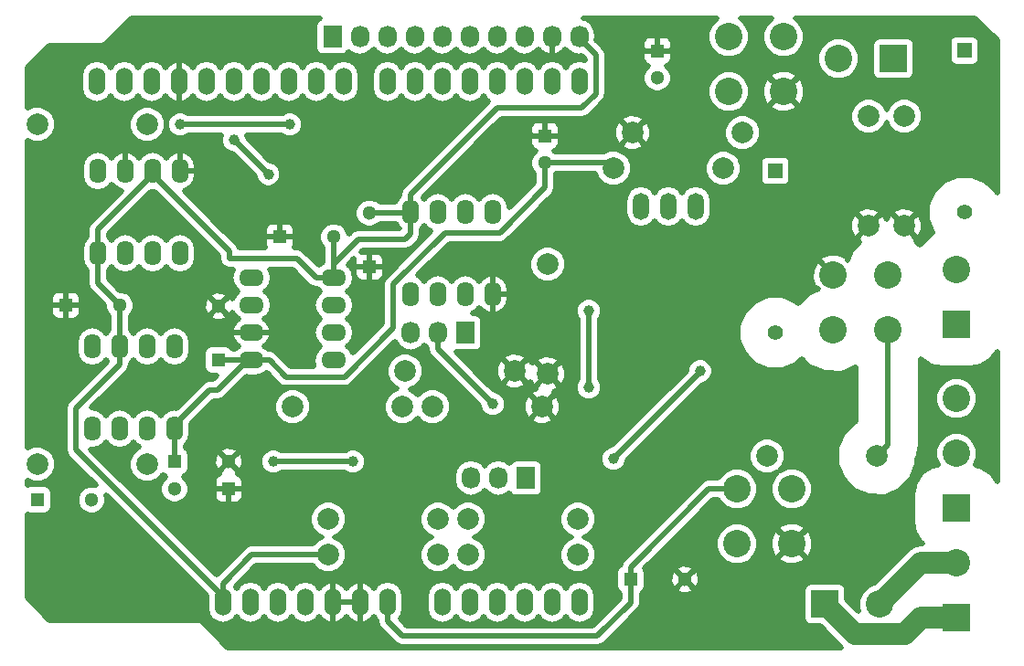
<source format=gbr>
G04 #@! TF.FileFunction,Copper,L1,Top,Signal*
%FSLAX46Y46*%
G04 Gerber Fmt 4.6, Leading zero omitted, Abs format (unit mm)*
G04 Created by KiCad (PCBNEW 4.0.2+dfsg1-stable) date mer. 27 juil. 2016 00:58:03 CEST*
%MOMM*%
G01*
G04 APERTURE LIST*
%ADD10C,0.100000*%
%ADD11O,1.524000X2.540000*%
%ADD12C,2.540000*%
%ADD13R,2.540000X2.540000*%
%ADD14C,1.998980*%
%ADD15R,1.300000X1.300000*%
%ADD16C,1.300000*%
%ADD17R,1.727200X2.032000*%
%ADD18O,1.727200X2.032000*%
%ADD19O,2.300000X1.600000*%
%ADD20O,1.600000X2.300000*%
%ADD21O,1.501140X2.499360*%
%ADD22R,1.400000X1.400000*%
%ADD23C,1.400000*%
%ADD24C,1.000000*%
%ADD25C,0.500000*%
%ADD26C,2.000000*%
G04 APERTURE END LIST*
D10*
D11*
X212001100Y-102463600D03*
X209461100Y-102463600D03*
X206921100Y-102463600D03*
X199301100Y-102463600D03*
X201841100Y-102463600D03*
X204381100Y-102463600D03*
X194221100Y-102463600D03*
X191681100Y-102463600D03*
X189141100Y-102463600D03*
X184061100Y-102463600D03*
X181521100Y-102463600D03*
X212001100Y-54203600D03*
X209461100Y-54203600D03*
X206921100Y-54203600D03*
X204381100Y-54203600D03*
X201841100Y-54203600D03*
X199301100Y-54203600D03*
X196761100Y-54203600D03*
X194221100Y-54203600D03*
X190157100Y-54203600D03*
X187617100Y-54203600D03*
X185077100Y-54203600D03*
X182537100Y-54203600D03*
X179997100Y-54203600D03*
X177457100Y-54203600D03*
X174917100Y-54203600D03*
X172377100Y-54203600D03*
X186601100Y-102463600D03*
X169837100Y-54203600D03*
X167297100Y-54203600D03*
X178981100Y-102463600D03*
D12*
X226568000Y-91948000D03*
X226568000Y-97028000D03*
X231648000Y-97028000D03*
X231648000Y-91948000D03*
X240554919Y-77199081D03*
X240554919Y-72119081D03*
X235474919Y-72119081D03*
X235474919Y-77199081D03*
X230886000Y-55118000D03*
X230886000Y-50038000D03*
X225806000Y-50038000D03*
X225806000Y-55118000D03*
D13*
X234696000Y-102616000D03*
D12*
X239776000Y-102616000D03*
D14*
X188722000Y-94742000D03*
X198882000Y-94742000D03*
D15*
X178562000Y-80010000D03*
D16*
X178562000Y-75010000D03*
D13*
X246888000Y-93726000D03*
D12*
X246888000Y-88646000D03*
X246888000Y-83566000D03*
D15*
X216742000Y-100330000D03*
D16*
X221742000Y-100330000D03*
D15*
X179498000Y-91948000D03*
D16*
X174498000Y-91948000D03*
D15*
X161798000Y-92964000D03*
D16*
X166798000Y-92964000D03*
X219202000Y-53848000D03*
D15*
X219202000Y-51348000D03*
D16*
X208788000Y-61722000D03*
D15*
X208788000Y-59222000D03*
X174498000Y-89408000D03*
D16*
X179498000Y-89408000D03*
D15*
X164418000Y-74930000D03*
D16*
X169418000Y-74930000D03*
D15*
X192532000Y-71374000D03*
D16*
X192532000Y-66374000D03*
D15*
X184230000Y-68580000D03*
D16*
X189230000Y-68580000D03*
D17*
X201422000Y-77470000D03*
D18*
X198882000Y-77470000D03*
X196342000Y-77470000D03*
D17*
X207010000Y-90932000D03*
D18*
X204470000Y-90932000D03*
X201930000Y-90932000D03*
D13*
X246888000Y-103886000D03*
D12*
X246888000Y-98806000D03*
D13*
X246888000Y-76708000D03*
D12*
X246888000Y-71628000D03*
D13*
X241046000Y-52070000D03*
D12*
X235966000Y-52070000D03*
D14*
X201676000Y-98044000D03*
X211836000Y-98044000D03*
X188722000Y-98044000D03*
X198882000Y-98044000D03*
X201676000Y-94742000D03*
X211836000Y-94742000D03*
X161798000Y-89662000D03*
X171958000Y-89662000D03*
X171958000Y-58166000D03*
X161798000Y-58166000D03*
X238760000Y-67564000D03*
X238760000Y-57404000D03*
X242062000Y-67564000D03*
X242062000Y-57404000D03*
X239522000Y-88900000D03*
X229362000Y-88900000D03*
X209042000Y-71120000D03*
X209042000Y-81280000D03*
X195834000Y-81026000D03*
X205994000Y-81026000D03*
X208534000Y-84328000D03*
X198374000Y-84328000D03*
X185420000Y-84328000D03*
X195580000Y-84328000D03*
X216916000Y-58928000D03*
X227076000Y-58928000D03*
X225298000Y-62230000D03*
X215138000Y-62230000D03*
D19*
X181610000Y-72390000D03*
X181610000Y-74930000D03*
X181610000Y-77470000D03*
X181610000Y-80010000D03*
X189230000Y-80010000D03*
X189230000Y-77470000D03*
X189230000Y-74930000D03*
X189230000Y-72390000D03*
D20*
X166878000Y-86360000D03*
X169418000Y-86360000D03*
X171958000Y-86360000D03*
X174498000Y-86360000D03*
X174498000Y-78740000D03*
X171958000Y-78740000D03*
X169418000Y-78740000D03*
X166878000Y-78740000D03*
X167386000Y-70104000D03*
X169926000Y-70104000D03*
X172466000Y-70104000D03*
X175006000Y-70104000D03*
X175006000Y-62484000D03*
X172466000Y-62484000D03*
X169926000Y-62484000D03*
X167386000Y-62484000D03*
D21*
X220218000Y-65786000D03*
X222758000Y-65786000D03*
X217678000Y-65786000D03*
D20*
X196342000Y-73914000D03*
X198882000Y-73914000D03*
X201422000Y-73914000D03*
X203962000Y-73914000D03*
X203962000Y-66294000D03*
X201422000Y-66294000D03*
X198882000Y-66294000D03*
X196342000Y-66294000D03*
D17*
X189103000Y-50038000D03*
D18*
X191643000Y-50038000D03*
X194183000Y-50038000D03*
X196723000Y-50038000D03*
X199263000Y-50038000D03*
X201803000Y-50038000D03*
X204343000Y-50038000D03*
X206883000Y-50038000D03*
X209423000Y-50038000D03*
X211963000Y-50038000D03*
D22*
X230124000Y-62470000D03*
D23*
X230124000Y-77470000D03*
D22*
X247650000Y-51308000D03*
D23*
X247650000Y-66308000D03*
D24*
X200406000Y-70612000D03*
X212852000Y-75438000D03*
X212852000Y-82550000D03*
X203962000Y-84074000D03*
X191008000Y-89408000D03*
X183642000Y-89408000D03*
X223158255Y-81026000D03*
X215138000Y-89154000D03*
X185166000Y-58166000D03*
X175006000Y-58166000D03*
X183169674Y-62787792D03*
X179992345Y-59610464D03*
D25*
X194221100Y-102463600D02*
X194221100Y-104233600D01*
X194221100Y-104233600D02*
X195583835Y-105596335D01*
X195583835Y-105596335D02*
X213628554Y-105596335D01*
X213628554Y-105596335D02*
X216742000Y-102482889D01*
X216742000Y-102482889D02*
X216742000Y-100330000D01*
X223974000Y-91948000D02*
X226568000Y-91948000D01*
X216742000Y-100330000D02*
X216742000Y-99180000D01*
X216742000Y-99180000D02*
X223974000Y-91948000D01*
X246380000Y-71882000D02*
X246634000Y-71628000D01*
X174498000Y-89408000D02*
X174498000Y-86360000D01*
X181610000Y-80010000D02*
X183260000Y-80010000D01*
X194728390Y-72985565D02*
X199519945Y-68194010D01*
X183260000Y-80010000D02*
X184810010Y-81560010D01*
X208788000Y-62641238D02*
X208788000Y-61722000D01*
X184810010Y-81560010D02*
X190222035Y-81560010D01*
X190222035Y-81560010D02*
X194728390Y-77053655D01*
X199519945Y-68194010D02*
X204604035Y-68194010D01*
X194728390Y-77053655D02*
X194728390Y-72985565D01*
X204604035Y-68194010D02*
X208788000Y-64010045D01*
X208788000Y-64010045D02*
X208788000Y-62641238D01*
X178562000Y-80010000D02*
X181610000Y-80010000D01*
X177704000Y-82804000D02*
X178466000Y-82804000D01*
X178466000Y-82804000D02*
X181260000Y-80010000D01*
X181260000Y-80010000D02*
X181610000Y-80010000D01*
X174498000Y-86360000D02*
X174498000Y-86010000D01*
X174498000Y-86010000D02*
X177704000Y-82804000D01*
X208788000Y-61722000D02*
X214630000Y-61722000D01*
X214630000Y-61722000D02*
X215138000Y-62230000D01*
X167386000Y-72898000D02*
X167386000Y-70104000D01*
X169418000Y-74930000D02*
X167386000Y-72898000D01*
X169418000Y-78740000D02*
X169418000Y-74930000D01*
X204344000Y-56642000D02*
X212209005Y-56642000D01*
X212209005Y-56642000D02*
X213513110Y-55337895D01*
X213513110Y-55337895D02*
X213513110Y-51740510D01*
X211963000Y-50190400D02*
X211963000Y-50038000D01*
X213513110Y-51740510D02*
X211963000Y-50190400D01*
X196342000Y-66294000D02*
X196342000Y-64644000D01*
X196342000Y-64644000D02*
X204344000Y-56642000D01*
X169418000Y-78740000D02*
X169418000Y-80390000D01*
X165327990Y-88302490D02*
X178981100Y-101955600D01*
X169418000Y-80390000D02*
X165327990Y-84480010D01*
X165327990Y-84480010D02*
X165327990Y-88302490D01*
X178981100Y-101955600D02*
X178981100Y-102463600D01*
X169418000Y-78390000D02*
X169418000Y-78740000D01*
X179578000Y-70612000D02*
X179578000Y-69946000D01*
X179578000Y-69946000D02*
X172466000Y-62834000D01*
X172466000Y-62834000D02*
X172466000Y-62484000D01*
X185802000Y-70612000D02*
X179578000Y-70612000D01*
X189230000Y-72390000D02*
X187580000Y-72390000D01*
X187580000Y-72390000D02*
X185802000Y-70612000D01*
X195834000Y-68834000D02*
X196342000Y-68326000D01*
X196342000Y-68326000D02*
X196342000Y-66294000D01*
X191486000Y-68834000D02*
X195834000Y-68834000D01*
X189230000Y-72390000D02*
X189230000Y-71090000D01*
X189230000Y-71090000D02*
X191486000Y-68834000D01*
X192532000Y-66374000D02*
X196262000Y-66374000D01*
X196262000Y-66374000D02*
X196342000Y-66294000D01*
X189230000Y-68580000D02*
X189230000Y-72390000D01*
X167386000Y-70104000D02*
X167386000Y-67914000D01*
X167386000Y-67914000D02*
X172466000Y-62834000D01*
X178981100Y-102463600D02*
X178981100Y-100693600D01*
X178981100Y-100693600D02*
X181630700Y-98044000D01*
X181630700Y-98044000D02*
X187308508Y-98044000D01*
X187308508Y-98044000D02*
X188722000Y-98044000D01*
D26*
X234696000Y-102616000D02*
X237466001Y-105386001D01*
X237466001Y-105386001D02*
X242117999Y-105386001D01*
X242117999Y-105386001D02*
X243618000Y-103886000D01*
X243618000Y-103886000D02*
X246888000Y-103886000D01*
D25*
X240554919Y-77199081D02*
X240554919Y-87867081D01*
X240554919Y-87867081D02*
X239522000Y-88900000D01*
X240538000Y-77216000D02*
X240554919Y-77199081D01*
X212852000Y-82550000D02*
X212852000Y-75438000D01*
X198882000Y-77470000D02*
X198882000Y-78994000D01*
X198882000Y-78994000D02*
X203962000Y-84074000D01*
X183642000Y-89408000D02*
X191008000Y-89408000D01*
X215138000Y-89154000D02*
X223158255Y-81133745D01*
X223158255Y-81133745D02*
X223158255Y-81026000D01*
X175006000Y-58166000D02*
X185166000Y-58166000D01*
X182669675Y-62287793D02*
X183169674Y-62787792D01*
X180492345Y-60110463D02*
X182669675Y-62287793D01*
X179992345Y-59610464D02*
X180492345Y-60110463D01*
D26*
X239776000Y-102616000D02*
X243586000Y-98806000D01*
X243586000Y-98806000D02*
X246888000Y-98806000D01*
D25*
G36*
X187700514Y-48468015D02*
X187527440Y-48721318D01*
X187466550Y-49022000D01*
X187466550Y-51054000D01*
X187519405Y-51334898D01*
X187685415Y-51592886D01*
X187938718Y-51765960D01*
X188239400Y-51826850D01*
X189966600Y-51826850D01*
X190247498Y-51773995D01*
X190505486Y-51607985D01*
X190613420Y-51450018D01*
X191022441Y-51723318D01*
X191643000Y-51846755D01*
X192263559Y-51723318D01*
X192789644Y-51371799D01*
X192913000Y-51187184D01*
X193036356Y-51371799D01*
X193562441Y-51723318D01*
X194183000Y-51846755D01*
X194803559Y-51723318D01*
X195329644Y-51371799D01*
X195453000Y-51187184D01*
X195576356Y-51371799D01*
X196102441Y-51723318D01*
X196723000Y-51846755D01*
X197343559Y-51723318D01*
X197869644Y-51371799D01*
X197993000Y-51187184D01*
X198116356Y-51371799D01*
X198642441Y-51723318D01*
X199263000Y-51846755D01*
X199883559Y-51723318D01*
X200409644Y-51371799D01*
X200533000Y-51187184D01*
X200656356Y-51371799D01*
X201182441Y-51723318D01*
X201803000Y-51846755D01*
X202423559Y-51723318D01*
X202949644Y-51371799D01*
X203073000Y-51187184D01*
X203196356Y-51371799D01*
X203722441Y-51723318D01*
X204343000Y-51846755D01*
X204963559Y-51723318D01*
X205489644Y-51371799D01*
X205613000Y-51187184D01*
X205736356Y-51371799D01*
X206262441Y-51723318D01*
X206883000Y-51846755D01*
X207503559Y-51723318D01*
X208029644Y-51371799D01*
X208164776Y-51169560D01*
X208279184Y-51339873D01*
X208806136Y-51690094D01*
X209165376Y-51791405D01*
X209419000Y-51622494D01*
X209419000Y-50042000D01*
X209399000Y-50042000D01*
X209399000Y-50034000D01*
X209419000Y-50034000D01*
X209419000Y-50014000D01*
X209427000Y-50014000D01*
X209427000Y-50034000D01*
X209447000Y-50034000D01*
X209447000Y-50042000D01*
X209427000Y-50042000D01*
X209427000Y-51622494D01*
X209680624Y-51791405D01*
X210039864Y-51690094D01*
X210566816Y-51339873D01*
X210681224Y-51169560D01*
X210816356Y-51371799D01*
X211342441Y-51723318D01*
X211963000Y-51846755D01*
X212155531Y-51808458D01*
X212505110Y-52158037D01*
X212505110Y-52236123D01*
X212001100Y-52135869D01*
X211419421Y-52251572D01*
X210926298Y-52581067D01*
X210731100Y-52873201D01*
X210535902Y-52581067D01*
X210042779Y-52251572D01*
X209461100Y-52135869D01*
X208879421Y-52251572D01*
X208386298Y-52581067D01*
X208191100Y-52873201D01*
X207995902Y-52581067D01*
X207502779Y-52251572D01*
X206921100Y-52135869D01*
X206339421Y-52251572D01*
X205846298Y-52581067D01*
X205651100Y-52873201D01*
X205455902Y-52581067D01*
X204962779Y-52251572D01*
X204381100Y-52135869D01*
X203799421Y-52251572D01*
X203306298Y-52581067D01*
X203111100Y-52873201D01*
X202915902Y-52581067D01*
X202422779Y-52251572D01*
X201841100Y-52135869D01*
X201259421Y-52251572D01*
X200766298Y-52581067D01*
X200571100Y-52873201D01*
X200375902Y-52581067D01*
X199882779Y-52251572D01*
X199301100Y-52135869D01*
X198719421Y-52251572D01*
X198226298Y-52581067D01*
X198031100Y-52873201D01*
X197835902Y-52581067D01*
X197342779Y-52251572D01*
X196761100Y-52135869D01*
X196179421Y-52251572D01*
X195686298Y-52581067D01*
X195491100Y-52873201D01*
X195295902Y-52581067D01*
X194802779Y-52251572D01*
X194221100Y-52135869D01*
X193639421Y-52251572D01*
X193146298Y-52581067D01*
X192816803Y-53074190D01*
X192701100Y-53655869D01*
X192701100Y-54751331D01*
X192816803Y-55333010D01*
X193146298Y-55826133D01*
X193639421Y-56155628D01*
X194221100Y-56271331D01*
X194802779Y-56155628D01*
X195295902Y-55826133D01*
X195491100Y-55533999D01*
X195686298Y-55826133D01*
X196179421Y-56155628D01*
X196761100Y-56271331D01*
X197342779Y-56155628D01*
X197835902Y-55826133D01*
X198031100Y-55533999D01*
X198226298Y-55826133D01*
X198719421Y-56155628D01*
X199301100Y-56271331D01*
X199882779Y-56155628D01*
X200375902Y-55826133D01*
X200571100Y-55533999D01*
X200766298Y-55826133D01*
X201259421Y-56155628D01*
X201841100Y-56271331D01*
X202422779Y-56155628D01*
X202915902Y-55826133D01*
X203111100Y-55533999D01*
X203306298Y-55826133D01*
X203562890Y-55997582D01*
X195629236Y-63931236D01*
X195410729Y-64258255D01*
X195333999Y-64644000D01*
X195334000Y-64644005D01*
X195334000Y-64742358D01*
X195240328Y-64804948D01*
X194902596Y-65310399D01*
X194891536Y-65366000D01*
X193515235Y-65366000D01*
X193330609Y-65181052D01*
X192813297Y-64966245D01*
X192253160Y-64965756D01*
X191735474Y-65179660D01*
X191339052Y-65575391D01*
X191124245Y-66092703D01*
X191123756Y-66652840D01*
X191337660Y-67170526D01*
X191733391Y-67566948D01*
X192250703Y-67781755D01*
X192810840Y-67782244D01*
X193328526Y-67568340D01*
X193515191Y-67382000D01*
X194972353Y-67382000D01*
X195240328Y-67783052D01*
X195304604Y-67826000D01*
X191486005Y-67826000D01*
X191486000Y-67825999D01*
X191100255Y-67902729D01*
X190773236Y-68121236D01*
X190773234Y-68121239D01*
X190625107Y-68269366D01*
X190424340Y-67783474D01*
X190028609Y-67387052D01*
X189511297Y-67172245D01*
X188951160Y-67171756D01*
X188433474Y-67385660D01*
X188037052Y-67781391D01*
X187822245Y-68298703D01*
X187821756Y-68858840D01*
X188035660Y-69376526D01*
X188222000Y-69563191D01*
X188222000Y-70966899D01*
X187838604Y-71223076D01*
X186514764Y-69899236D01*
X186187745Y-69680729D01*
X185802000Y-69603999D01*
X185801995Y-69604000D01*
X185545538Y-69604000D01*
X185638000Y-69380775D01*
X185638000Y-68773500D01*
X185448500Y-68584000D01*
X184234000Y-68584000D01*
X184234000Y-68604000D01*
X184226000Y-68604000D01*
X184226000Y-68584000D01*
X183011500Y-68584000D01*
X182822000Y-68773500D01*
X182822000Y-69380775D01*
X182914462Y-69604000D01*
X180517972Y-69604000D01*
X180509271Y-69560255D01*
X180290764Y-69233236D01*
X178836753Y-67779225D01*
X182822000Y-67779225D01*
X182822000Y-68386500D01*
X183011500Y-68576000D01*
X184226000Y-68576000D01*
X184226000Y-67361500D01*
X184234000Y-67361500D01*
X184234000Y-68576000D01*
X185448500Y-68576000D01*
X185638000Y-68386500D01*
X185638000Y-67779225D01*
X185522602Y-67500628D01*
X185309373Y-67287399D01*
X185030776Y-67172000D01*
X184423500Y-67172000D01*
X184234000Y-67361500D01*
X184226000Y-67361500D01*
X184036500Y-67172000D01*
X183429224Y-67172000D01*
X183150627Y-67287399D01*
X182937398Y-67500628D01*
X182822000Y-67779225D01*
X178836753Y-67779225D01*
X175390991Y-64333463D01*
X175598525Y-64274935D01*
X176104844Y-63938501D01*
X176443874Y-63433916D01*
X176564000Y-62838000D01*
X176564000Y-62488000D01*
X175010000Y-62488000D01*
X175010000Y-62508000D01*
X175002000Y-62508000D01*
X175002000Y-62488000D01*
X174982000Y-62488000D01*
X174982000Y-62480000D01*
X175002000Y-62480000D01*
X175002000Y-60765506D01*
X175010000Y-60765506D01*
X175010000Y-62480000D01*
X176564000Y-62480000D01*
X176564000Y-62130000D01*
X176443874Y-61534084D01*
X176104844Y-61029499D01*
X175598525Y-60693065D01*
X175253675Y-60595812D01*
X175010000Y-60765506D01*
X175002000Y-60765506D01*
X174758325Y-60595812D01*
X174413475Y-60693065D01*
X173907156Y-61029499D01*
X173748518Y-61265603D01*
X173567672Y-60994948D01*
X173062221Y-60657216D01*
X172466000Y-60538620D01*
X171869779Y-60657216D01*
X171364328Y-60994948D01*
X171183482Y-61265603D01*
X171024844Y-61029499D01*
X170518525Y-60693065D01*
X170173675Y-60595812D01*
X169930000Y-60765506D01*
X169930000Y-62480000D01*
X169950000Y-62480000D01*
X169950000Y-62488000D01*
X169930000Y-62488000D01*
X169930000Y-62508000D01*
X169922000Y-62508000D01*
X169922000Y-62488000D01*
X169902000Y-62488000D01*
X169902000Y-62480000D01*
X169922000Y-62480000D01*
X169922000Y-60765506D01*
X169678325Y-60595812D01*
X169333475Y-60693065D01*
X168827156Y-61029499D01*
X168668518Y-61265603D01*
X168487672Y-60994948D01*
X167982221Y-60657216D01*
X167386000Y-60538620D01*
X166789779Y-60657216D01*
X166284328Y-60994948D01*
X165946596Y-61500399D01*
X165828000Y-62096620D01*
X165828000Y-62871380D01*
X165946596Y-63467601D01*
X166284328Y-63973052D01*
X166789779Y-64310784D01*
X167386000Y-64429380D01*
X167982221Y-64310784D01*
X168487672Y-63973052D01*
X168668518Y-63702397D01*
X168827156Y-63938501D01*
X169333475Y-64274935D01*
X169541009Y-64333463D01*
X166673236Y-67201236D01*
X166454729Y-67528255D01*
X166377999Y-67914000D01*
X166378000Y-67914005D01*
X166378000Y-68552358D01*
X166284328Y-68614948D01*
X165946596Y-69120399D01*
X165828000Y-69716620D01*
X165828000Y-70491380D01*
X165946596Y-71087601D01*
X166284328Y-71593052D01*
X166378000Y-71655642D01*
X166378000Y-72897995D01*
X166377999Y-72898000D01*
X166454729Y-73283745D01*
X166673236Y-73610764D01*
X168009984Y-74947512D01*
X168009756Y-75208840D01*
X168223660Y-75726526D01*
X168410000Y-75913191D01*
X168410000Y-77188358D01*
X168316328Y-77250948D01*
X168148000Y-77502868D01*
X167979672Y-77250948D01*
X167474221Y-76913216D01*
X166878000Y-76794620D01*
X166281779Y-76913216D01*
X165776328Y-77250948D01*
X165438596Y-77756399D01*
X165320000Y-78352620D01*
X165320000Y-79127380D01*
X165438596Y-79723601D01*
X165776328Y-80229052D01*
X166281779Y-80566784D01*
X166878000Y-80685380D01*
X167474221Y-80566784D01*
X167979672Y-80229052D01*
X168148000Y-79977132D01*
X168251077Y-80131396D01*
X164615226Y-83767246D01*
X164396719Y-84094265D01*
X164319989Y-84480010D01*
X164319990Y-84480015D01*
X164319990Y-88302485D01*
X164319989Y-88302490D01*
X164396719Y-88688235D01*
X164615226Y-89015254D01*
X167210838Y-91610866D01*
X167079297Y-91556245D01*
X166519160Y-91555756D01*
X166001474Y-91769660D01*
X165605052Y-92165391D01*
X165390245Y-92682703D01*
X165389756Y-93242840D01*
X165603660Y-93760526D01*
X165999391Y-94156948D01*
X166516703Y-94371755D01*
X167076840Y-94372244D01*
X167594526Y-94158340D01*
X167990948Y-93762609D01*
X168205755Y-93245297D01*
X168206244Y-92685160D01*
X168150696Y-92550724D01*
X177470182Y-101870209D01*
X177461100Y-101915869D01*
X177461100Y-103011331D01*
X177576803Y-103593010D01*
X177906298Y-104086133D01*
X178399421Y-104415628D01*
X178981100Y-104531331D01*
X179562779Y-104415628D01*
X180055902Y-104086133D01*
X180251100Y-103793999D01*
X180446298Y-104086133D01*
X180939421Y-104415628D01*
X181521100Y-104531331D01*
X182102779Y-104415628D01*
X182595902Y-104086133D01*
X182791100Y-103793999D01*
X182986298Y-104086133D01*
X183479421Y-104415628D01*
X184061100Y-104531331D01*
X184642779Y-104415628D01*
X185135902Y-104086133D01*
X185331100Y-103793999D01*
X185526298Y-104086133D01*
X186019421Y-104415628D01*
X186601100Y-104531331D01*
X187182779Y-104415628D01*
X187675902Y-104086133D01*
X187884319Y-103774216D01*
X188069126Y-104049230D01*
X188563116Y-104377427D01*
X188899370Y-104472256D01*
X189137100Y-104302094D01*
X189137100Y-102467600D01*
X189145100Y-102467600D01*
X189145100Y-104302094D01*
X189382830Y-104472256D01*
X189719084Y-104377427D01*
X190213074Y-104049230D01*
X190411100Y-103754545D01*
X190609126Y-104049230D01*
X191103116Y-104377427D01*
X191439370Y-104472256D01*
X191677100Y-104302094D01*
X191677100Y-102467600D01*
X189145100Y-102467600D01*
X189137100Y-102467600D01*
X189117100Y-102467600D01*
X189117100Y-102459600D01*
X189137100Y-102459600D01*
X189137100Y-100625106D01*
X189145100Y-100625106D01*
X189145100Y-102459600D01*
X191677100Y-102459600D01*
X191677100Y-100625106D01*
X191685100Y-100625106D01*
X191685100Y-102459600D01*
X191705100Y-102459600D01*
X191705100Y-102467600D01*
X191685100Y-102467600D01*
X191685100Y-104302094D01*
X191922830Y-104472256D01*
X192259084Y-104377427D01*
X192753074Y-104049230D01*
X192937881Y-103774216D01*
X193146298Y-104086133D01*
X193213100Y-104130769D01*
X193213100Y-104233595D01*
X193213099Y-104233600D01*
X193289829Y-104619345D01*
X193508336Y-104946364D01*
X194871069Y-106309096D01*
X194871071Y-106309099D01*
X195198090Y-106527606D01*
X195583835Y-106604335D01*
X213628549Y-106604335D01*
X213628554Y-106604336D01*
X214014299Y-106527606D01*
X214341318Y-106309099D01*
X217454761Y-103195655D01*
X217454764Y-103195653D01*
X217673271Y-102868634D01*
X217677108Y-102849345D01*
X217750001Y-102482889D01*
X217750000Y-102482884D01*
X217750000Y-101650381D01*
X217930886Y-101533985D01*
X218103960Y-101280682D01*
X218117475Y-101213939D01*
X220863718Y-101213939D01*
X220901425Y-101493758D01*
X221410761Y-101726846D01*
X221970525Y-101747277D01*
X222495498Y-101551941D01*
X222582575Y-101493758D01*
X222620282Y-101213939D01*
X221742000Y-100335657D01*
X220863718Y-101213939D01*
X218117475Y-101213939D01*
X218164850Y-100980000D01*
X218164850Y-100558525D01*
X220324723Y-100558525D01*
X220520059Y-101083498D01*
X220578242Y-101170575D01*
X220858061Y-101208282D01*
X221736343Y-100330000D01*
X221747657Y-100330000D01*
X222625939Y-101208282D01*
X222905758Y-101170575D01*
X223138846Y-100661239D01*
X223159277Y-100101475D01*
X222963941Y-99576502D01*
X222905758Y-99489425D01*
X222625939Y-99451718D01*
X221747657Y-100330000D01*
X221736343Y-100330000D01*
X220858061Y-99451718D01*
X220578242Y-99489425D01*
X220345154Y-99998761D01*
X220324723Y-100558525D01*
X218164850Y-100558525D01*
X218164850Y-99680000D01*
X218120832Y-99446061D01*
X220863718Y-99446061D01*
X221742000Y-100324343D01*
X222620282Y-99446061D01*
X222582575Y-99166242D01*
X222073239Y-98933154D01*
X221513475Y-98912723D01*
X220988502Y-99108059D01*
X220901425Y-99166242D01*
X220863718Y-99446061D01*
X218120832Y-99446061D01*
X218111995Y-99399102D01*
X218047952Y-99299576D01*
X219917903Y-97429624D01*
X224539649Y-97429624D01*
X224847743Y-98175269D01*
X225417730Y-98746252D01*
X226162836Y-99055647D01*
X226969624Y-99056351D01*
X227715269Y-98748257D01*
X228105271Y-98358935D01*
X230322721Y-98358935D01*
X230435857Y-98703178D01*
X231169188Y-99039529D01*
X231975414Y-99069644D01*
X232731795Y-98788937D01*
X232860143Y-98703178D01*
X232973279Y-98358935D01*
X231648000Y-97033657D01*
X230322721Y-98358935D01*
X228105271Y-98358935D01*
X228286252Y-98178270D01*
X228595647Y-97433164D01*
X228595714Y-97355414D01*
X229606356Y-97355414D01*
X229887063Y-98111795D01*
X229972822Y-98240143D01*
X230317065Y-98353279D01*
X231642343Y-97028000D01*
X231653657Y-97028000D01*
X232978935Y-98353279D01*
X233323178Y-98240143D01*
X233659529Y-97506812D01*
X233689644Y-96700586D01*
X233408937Y-95944205D01*
X233323178Y-95815857D01*
X232978935Y-95702721D01*
X231653657Y-97028000D01*
X231642343Y-97028000D01*
X230317065Y-95702721D01*
X229972822Y-95815857D01*
X229636471Y-96549188D01*
X229606356Y-97355414D01*
X228595714Y-97355414D01*
X228596351Y-96626376D01*
X228288257Y-95880731D01*
X228104912Y-95697065D01*
X230322721Y-95697065D01*
X231648000Y-97022343D01*
X232973279Y-95697065D01*
X232860143Y-95352822D01*
X232126812Y-95016471D01*
X231320586Y-94986356D01*
X230564205Y-95267063D01*
X230435857Y-95352822D01*
X230322721Y-95697065D01*
X228104912Y-95697065D01*
X227718270Y-95309748D01*
X226973164Y-95000353D01*
X226166376Y-94999649D01*
X225420731Y-95307743D01*
X224849748Y-95877730D01*
X224540353Y-96622836D01*
X224539649Y-97429624D01*
X219917903Y-97429624D01*
X224391527Y-92956000D01*
X224790198Y-92956000D01*
X224847743Y-93095269D01*
X225417730Y-93666252D01*
X226162836Y-93975647D01*
X226969624Y-93976351D01*
X227715269Y-93668257D01*
X228286252Y-93098270D01*
X228595647Y-92353164D01*
X228596351Y-91546376D01*
X228288257Y-90800731D01*
X227718270Y-90229748D01*
X226973164Y-89920353D01*
X226166376Y-89919649D01*
X225420731Y-90227743D01*
X224849748Y-90797730D01*
X224790672Y-90940000D01*
X223974000Y-90940000D01*
X223588255Y-91016729D01*
X223261236Y-91235236D01*
X223261234Y-91235239D01*
X216029236Y-98467236D01*
X215810729Y-98794255D01*
X215772865Y-98984610D01*
X215553114Y-99126015D01*
X215380040Y-99379318D01*
X215319150Y-99680000D01*
X215319150Y-100980000D01*
X215372005Y-101260898D01*
X215538015Y-101518886D01*
X215734000Y-101652796D01*
X215734000Y-102065362D01*
X213211026Y-104588335D01*
X196001362Y-104588335D01*
X195377316Y-103964288D01*
X195625397Y-103593010D01*
X195741100Y-103011331D01*
X195741100Y-101915869D01*
X197781100Y-101915869D01*
X197781100Y-103011331D01*
X197896803Y-103593010D01*
X198226298Y-104086133D01*
X198719421Y-104415628D01*
X199301100Y-104531331D01*
X199882779Y-104415628D01*
X200375902Y-104086133D01*
X200571100Y-103793999D01*
X200766298Y-104086133D01*
X201259421Y-104415628D01*
X201841100Y-104531331D01*
X202422779Y-104415628D01*
X202915902Y-104086133D01*
X203111100Y-103793999D01*
X203306298Y-104086133D01*
X203799421Y-104415628D01*
X204381100Y-104531331D01*
X204962779Y-104415628D01*
X205455902Y-104086133D01*
X205651100Y-103793999D01*
X205846298Y-104086133D01*
X206339421Y-104415628D01*
X206921100Y-104531331D01*
X207502779Y-104415628D01*
X207995902Y-104086133D01*
X208191100Y-103793999D01*
X208386298Y-104086133D01*
X208879421Y-104415628D01*
X209461100Y-104531331D01*
X210042779Y-104415628D01*
X210535902Y-104086133D01*
X210731100Y-103793999D01*
X210926298Y-104086133D01*
X211419421Y-104415628D01*
X212001100Y-104531331D01*
X212582779Y-104415628D01*
X213075902Y-104086133D01*
X213405397Y-103593010D01*
X213521100Y-103011331D01*
X213521100Y-101915869D01*
X213405397Y-101334190D01*
X213075902Y-100841067D01*
X212582779Y-100511572D01*
X212001100Y-100395869D01*
X211419421Y-100511572D01*
X210926298Y-100841067D01*
X210731100Y-101133201D01*
X210535902Y-100841067D01*
X210042779Y-100511572D01*
X209461100Y-100395869D01*
X208879421Y-100511572D01*
X208386298Y-100841067D01*
X208191100Y-101133201D01*
X207995902Y-100841067D01*
X207502779Y-100511572D01*
X206921100Y-100395869D01*
X206339421Y-100511572D01*
X205846298Y-100841067D01*
X205651100Y-101133201D01*
X205455902Y-100841067D01*
X204962779Y-100511572D01*
X204381100Y-100395869D01*
X203799421Y-100511572D01*
X203306298Y-100841067D01*
X203111100Y-101133201D01*
X202915902Y-100841067D01*
X202422779Y-100511572D01*
X201841100Y-100395869D01*
X201259421Y-100511572D01*
X200766298Y-100841067D01*
X200571100Y-101133201D01*
X200375902Y-100841067D01*
X199882779Y-100511572D01*
X199301100Y-100395869D01*
X198719421Y-100511572D01*
X198226298Y-100841067D01*
X197896803Y-101334190D01*
X197781100Y-101915869D01*
X195741100Y-101915869D01*
X195625397Y-101334190D01*
X195295902Y-100841067D01*
X194802779Y-100511572D01*
X194221100Y-100395869D01*
X193639421Y-100511572D01*
X193146298Y-100841067D01*
X192937881Y-101152984D01*
X192753074Y-100877970D01*
X192259084Y-100549773D01*
X191922830Y-100454944D01*
X191685100Y-100625106D01*
X191677100Y-100625106D01*
X191439370Y-100454944D01*
X191103116Y-100549773D01*
X190609126Y-100877970D01*
X190411100Y-101172655D01*
X190213074Y-100877970D01*
X189719084Y-100549773D01*
X189382830Y-100454944D01*
X189145100Y-100625106D01*
X189137100Y-100625106D01*
X188899370Y-100454944D01*
X188563116Y-100549773D01*
X188069126Y-100877970D01*
X187884319Y-101152984D01*
X187675902Y-100841067D01*
X187182779Y-100511572D01*
X186601100Y-100395869D01*
X186019421Y-100511572D01*
X185526298Y-100841067D01*
X185331100Y-101133201D01*
X185135902Y-100841067D01*
X184642779Y-100511572D01*
X184061100Y-100395869D01*
X183479421Y-100511572D01*
X182986298Y-100841067D01*
X182791100Y-101133201D01*
X182595902Y-100841067D01*
X182102779Y-100511572D01*
X181521100Y-100395869D01*
X180939421Y-100511572D01*
X180446298Y-100841067D01*
X180251100Y-101133201D01*
X180137316Y-100962912D01*
X182048227Y-99052000D01*
X187244943Y-99052000D01*
X187725162Y-99533059D01*
X188370880Y-99801184D01*
X189070053Y-99801794D01*
X189716237Y-99534796D01*
X190211059Y-99040838D01*
X190479184Y-98395120D01*
X190479794Y-97695947D01*
X190212796Y-97049763D01*
X189718838Y-96554941D01*
X189328677Y-96392932D01*
X189716237Y-96232796D01*
X190211059Y-95738838D01*
X190479184Y-95093120D01*
X190479186Y-95090053D01*
X197124206Y-95090053D01*
X197391204Y-95736237D01*
X197885162Y-96231059D01*
X198275323Y-96393068D01*
X197887763Y-96553204D01*
X197392941Y-97047162D01*
X197124816Y-97692880D01*
X197124206Y-98392053D01*
X197391204Y-99038237D01*
X197885162Y-99533059D01*
X198530880Y-99801184D01*
X199230053Y-99801794D01*
X199876237Y-99534796D01*
X200279270Y-99132467D01*
X200679162Y-99533059D01*
X201324880Y-99801184D01*
X202024053Y-99801794D01*
X202670237Y-99534796D01*
X203165059Y-99040838D01*
X203433184Y-98395120D01*
X203433794Y-97695947D01*
X203166796Y-97049763D01*
X202672838Y-96554941D01*
X202282677Y-96392932D01*
X202670237Y-96232796D01*
X203165059Y-95738838D01*
X203433184Y-95093120D01*
X203433186Y-95090053D01*
X210078206Y-95090053D01*
X210345204Y-95736237D01*
X210839162Y-96231059D01*
X211229323Y-96393068D01*
X210841763Y-96553204D01*
X210346941Y-97047162D01*
X210078816Y-97692880D01*
X210078206Y-98392053D01*
X210345204Y-99038237D01*
X210839162Y-99533059D01*
X211484880Y-99801184D01*
X212184053Y-99801794D01*
X212830237Y-99534796D01*
X213325059Y-99040838D01*
X213593184Y-98395120D01*
X213593794Y-97695947D01*
X213326796Y-97049763D01*
X212832838Y-96554941D01*
X212442677Y-96392932D01*
X212830237Y-96232796D01*
X213325059Y-95738838D01*
X213593184Y-95093120D01*
X213593794Y-94393947D01*
X213326796Y-93747763D01*
X212832838Y-93252941D01*
X212187120Y-92984816D01*
X211487947Y-92984206D01*
X210841763Y-93251204D01*
X210346941Y-93745162D01*
X210078816Y-94390880D01*
X210078206Y-95090053D01*
X203433186Y-95090053D01*
X203433794Y-94393947D01*
X203166796Y-93747763D01*
X202672838Y-93252941D01*
X202027120Y-92984816D01*
X201327947Y-92984206D01*
X200681763Y-93251204D01*
X200278730Y-93653533D01*
X199878838Y-93252941D01*
X199233120Y-92984816D01*
X198533947Y-92984206D01*
X197887763Y-93251204D01*
X197392941Y-93745162D01*
X197124816Y-94390880D01*
X197124206Y-95090053D01*
X190479186Y-95090053D01*
X190479794Y-94393947D01*
X190212796Y-93747763D01*
X189718838Y-93252941D01*
X189073120Y-92984816D01*
X188373947Y-92984206D01*
X187727763Y-93251204D01*
X187232941Y-93745162D01*
X186964816Y-94390880D01*
X186964206Y-95090053D01*
X187231204Y-95736237D01*
X187725162Y-96231059D01*
X188115323Y-96393068D01*
X187727763Y-96553204D01*
X187244123Y-97036000D01*
X181630700Y-97036000D01*
X181244955Y-97112729D01*
X180917936Y-97331236D01*
X180917934Y-97331239D01*
X178350100Y-99899072D01*
X166726216Y-88275188D01*
X166878000Y-88305380D01*
X167474221Y-88186784D01*
X167979672Y-87849052D01*
X168148000Y-87597132D01*
X168316328Y-87849052D01*
X168821779Y-88186784D01*
X169418000Y-88305380D01*
X170014221Y-88186784D01*
X170519672Y-87849052D01*
X170688000Y-87597132D01*
X170856328Y-87849052D01*
X171195289Y-88075539D01*
X170963763Y-88171204D01*
X170468941Y-88665162D01*
X170200816Y-89310880D01*
X170200206Y-90010053D01*
X170467204Y-90656237D01*
X170961162Y-91151059D01*
X171606880Y-91419184D01*
X172306053Y-91419794D01*
X172952237Y-91152796D01*
X173421714Y-90684139D01*
X173547318Y-90769960D01*
X173661901Y-90793164D01*
X173305052Y-91149391D01*
X173090245Y-91666703D01*
X173089756Y-92226840D01*
X173303660Y-92744526D01*
X173699391Y-93140948D01*
X174216703Y-93355755D01*
X174776840Y-93356244D01*
X175294526Y-93142340D01*
X175690948Y-92746609D01*
X175905755Y-92229297D01*
X175905831Y-92141500D01*
X178090000Y-92141500D01*
X178090000Y-92748775D01*
X178205398Y-93027372D01*
X178418627Y-93240601D01*
X178697224Y-93356000D01*
X179304500Y-93356000D01*
X179494000Y-93166500D01*
X179494000Y-91952000D01*
X179502000Y-91952000D01*
X179502000Y-93166500D01*
X179691500Y-93356000D01*
X180298776Y-93356000D01*
X180577373Y-93240601D01*
X180790602Y-93027372D01*
X180906000Y-92748775D01*
X180906000Y-92141500D01*
X180716500Y-91952000D01*
X179502000Y-91952000D01*
X179494000Y-91952000D01*
X178279500Y-91952000D01*
X178090000Y-92141500D01*
X175905831Y-92141500D01*
X175906244Y-91669160D01*
X175692340Y-91151474D01*
X175688099Y-91147225D01*
X178090000Y-91147225D01*
X178090000Y-91754500D01*
X178279500Y-91944000D01*
X179494000Y-91944000D01*
X179494000Y-91924000D01*
X179502000Y-91924000D01*
X179502000Y-91944000D01*
X180716500Y-91944000D01*
X180906000Y-91754500D01*
X180906000Y-91147225D01*
X180790602Y-90868628D01*
X180666819Y-90744845D01*
X200308400Y-90744845D01*
X200308400Y-91119155D01*
X200431837Y-91739714D01*
X200783356Y-92265799D01*
X201309441Y-92617318D01*
X201930000Y-92740755D01*
X202550559Y-92617318D01*
X203076644Y-92265799D01*
X203200000Y-92081184D01*
X203323356Y-92265799D01*
X203849441Y-92617318D01*
X204470000Y-92740755D01*
X205090559Y-92617318D01*
X205500211Y-92343597D01*
X205592415Y-92486886D01*
X205845718Y-92659960D01*
X206146400Y-92720850D01*
X207873600Y-92720850D01*
X208154498Y-92667995D01*
X208412486Y-92501985D01*
X208585560Y-92248682D01*
X208646450Y-91948000D01*
X208646450Y-89916000D01*
X208593595Y-89635102D01*
X208444329Y-89403134D01*
X213879782Y-89403134D01*
X214070897Y-89865669D01*
X214424470Y-90219859D01*
X214886670Y-90411781D01*
X215387134Y-90412218D01*
X215849669Y-90221103D01*
X216203859Y-89867530D01*
X216395781Y-89405330D01*
X216395854Y-89321674D01*
X216469474Y-89248053D01*
X227604206Y-89248053D01*
X227871204Y-89894237D01*
X228365162Y-90389059D01*
X229010880Y-90657184D01*
X229710053Y-90657794D01*
X230324085Y-90404081D01*
X229929748Y-90797730D01*
X229620353Y-91542836D01*
X229619649Y-92349624D01*
X229927743Y-93095269D01*
X230497730Y-93666252D01*
X231242836Y-93975647D01*
X232049624Y-93976351D01*
X232795269Y-93668257D01*
X233366252Y-93098270D01*
X233675647Y-92353164D01*
X233676351Y-91546376D01*
X233368257Y-90800731D01*
X232798270Y-90229748D01*
X232053164Y-89920353D01*
X231246376Y-89919649D01*
X230532884Y-90214458D01*
X230851059Y-89896838D01*
X231119184Y-89251120D01*
X231119794Y-88551947D01*
X230852796Y-87905763D01*
X230358838Y-87410941D01*
X229713120Y-87142816D01*
X229013947Y-87142206D01*
X228367763Y-87409204D01*
X227872941Y-87903162D01*
X227604816Y-88548880D01*
X227604206Y-89248053D01*
X216469474Y-89248053D01*
X223451560Y-82265967D01*
X223869924Y-82093103D01*
X224224114Y-81739530D01*
X224416036Y-81277330D01*
X224416473Y-80776866D01*
X224225358Y-80314331D01*
X223871785Y-79960141D01*
X223409585Y-79768219D01*
X222909121Y-79767782D01*
X222446586Y-79958897D01*
X222092396Y-80312470D01*
X221900474Y-80774670D01*
X221900307Y-80966166D01*
X214970619Y-87895853D01*
X214888866Y-87895782D01*
X214426331Y-88086897D01*
X214072141Y-88440470D01*
X213880219Y-88902670D01*
X213879782Y-89403134D01*
X208444329Y-89403134D01*
X208427585Y-89377114D01*
X208174282Y-89204040D01*
X207873600Y-89143150D01*
X206146400Y-89143150D01*
X205865502Y-89196005D01*
X205607514Y-89362015D01*
X205499580Y-89519982D01*
X205090559Y-89246682D01*
X204470000Y-89123245D01*
X203849441Y-89246682D01*
X203323356Y-89598201D01*
X203200000Y-89782816D01*
X203076644Y-89598201D01*
X202550559Y-89246682D01*
X201930000Y-89123245D01*
X201309441Y-89246682D01*
X200783356Y-89598201D01*
X200431837Y-90124286D01*
X200308400Y-90744845D01*
X180666819Y-90744845D01*
X180577373Y-90655399D01*
X180340524Y-90557293D01*
X180376282Y-90291939D01*
X179498000Y-89413657D01*
X178619718Y-90291939D01*
X178655476Y-90557293D01*
X178418627Y-90655399D01*
X178205398Y-90868628D01*
X178090000Y-91147225D01*
X175688099Y-91147225D01*
X175336810Y-90795323D01*
X175428898Y-90777995D01*
X175686886Y-90611985D01*
X175859960Y-90358682D01*
X175920850Y-90058000D01*
X175920850Y-89636525D01*
X178080723Y-89636525D01*
X178276059Y-90161498D01*
X178334242Y-90248575D01*
X178614061Y-90286282D01*
X179492343Y-89408000D01*
X179503657Y-89408000D01*
X180381939Y-90286282D01*
X180661758Y-90248575D01*
X180894846Y-89739239D01*
X180897842Y-89657134D01*
X182383782Y-89657134D01*
X182574897Y-90119669D01*
X182928470Y-90473859D01*
X183390670Y-90665781D01*
X183891134Y-90666218D01*
X184353669Y-90475103D01*
X184412875Y-90416000D01*
X190236712Y-90416000D01*
X190294470Y-90473859D01*
X190756670Y-90665781D01*
X191257134Y-90666218D01*
X191719669Y-90475103D01*
X192073859Y-90121530D01*
X192265781Y-89659330D01*
X192266218Y-89158866D01*
X192075103Y-88696331D01*
X191721530Y-88342141D01*
X191259330Y-88150219D01*
X190758866Y-88149782D01*
X190296331Y-88340897D01*
X190237125Y-88400000D01*
X184413288Y-88400000D01*
X184355530Y-88342141D01*
X183893330Y-88150219D01*
X183392866Y-88149782D01*
X182930331Y-88340897D01*
X182576141Y-88694470D01*
X182384219Y-89156670D01*
X182383782Y-89657134D01*
X180897842Y-89657134D01*
X180915277Y-89179475D01*
X180719941Y-88654502D01*
X180661758Y-88567425D01*
X180381939Y-88529718D01*
X179503657Y-89408000D01*
X179492343Y-89408000D01*
X178614061Y-88529718D01*
X178334242Y-88567425D01*
X178101154Y-89076761D01*
X178080723Y-89636525D01*
X175920850Y-89636525D01*
X175920850Y-88758000D01*
X175876832Y-88524061D01*
X178619718Y-88524061D01*
X179498000Y-89402343D01*
X180376282Y-88524061D01*
X180338575Y-88244242D01*
X179829239Y-88011154D01*
X179269475Y-87990723D01*
X178744502Y-88186059D01*
X178657425Y-88244242D01*
X178619718Y-88524061D01*
X175876832Y-88524061D01*
X175867995Y-88477102D01*
X175701985Y-88219114D01*
X175506000Y-88085204D01*
X175506000Y-87911642D01*
X175599672Y-87849052D01*
X175937404Y-87343601D01*
X176056000Y-86747380D01*
X176056000Y-85972620D01*
X176040223Y-85893305D01*
X177257474Y-84676053D01*
X183662206Y-84676053D01*
X183929204Y-85322237D01*
X184423162Y-85817059D01*
X185068880Y-86085184D01*
X185768053Y-86085794D01*
X186414237Y-85818796D01*
X186909059Y-85324838D01*
X187177184Y-84679120D01*
X187177186Y-84676053D01*
X193822206Y-84676053D01*
X194089204Y-85322237D01*
X194583162Y-85817059D01*
X195228880Y-86085184D01*
X195928053Y-86085794D01*
X196574237Y-85818796D01*
X196977270Y-85416467D01*
X197377162Y-85817059D01*
X198022880Y-86085184D01*
X198722053Y-86085794D01*
X199368237Y-85818796D01*
X199723745Y-85463908D01*
X207403749Y-85463908D01*
X207483973Y-85780042D01*
X208119574Y-86071340D01*
X208818268Y-86097230D01*
X209473684Y-85853771D01*
X209584027Y-85780042D01*
X209664251Y-85463908D01*
X208534000Y-84333657D01*
X207403749Y-85463908D01*
X199723745Y-85463908D01*
X199863059Y-85324838D01*
X200131184Y-84679120D01*
X200131794Y-83979947D01*
X199864796Y-83333763D01*
X199370838Y-82838941D01*
X198725120Y-82570816D01*
X198025947Y-82570206D01*
X197379763Y-82837204D01*
X196976730Y-83239533D01*
X196576838Y-82838941D01*
X196313364Y-82729537D01*
X196828237Y-82516796D01*
X197323059Y-82022838D01*
X197591184Y-81377120D01*
X197591794Y-80677947D01*
X197324796Y-80031763D01*
X196830838Y-79536941D01*
X196185120Y-79268816D01*
X195485947Y-79268206D01*
X194839763Y-79535204D01*
X194344941Y-80029162D01*
X194076816Y-80674880D01*
X194076206Y-81374053D01*
X194343204Y-82020237D01*
X194837162Y-82515059D01*
X195100636Y-82624463D01*
X194585763Y-82837204D01*
X194090941Y-83331162D01*
X193822816Y-83976880D01*
X193822206Y-84676053D01*
X187177186Y-84676053D01*
X187177794Y-83979947D01*
X186910796Y-83333763D01*
X186416838Y-82838941D01*
X185771120Y-82570816D01*
X185071947Y-82570206D01*
X184425763Y-82837204D01*
X183930941Y-83331162D01*
X183662816Y-83976880D01*
X183662206Y-84676053D01*
X177257474Y-84676053D01*
X178121527Y-83812000D01*
X178465995Y-83812000D01*
X178466000Y-83812001D01*
X178851745Y-83735271D01*
X179178764Y-83516764D01*
X181143304Y-81552223D01*
X181222620Y-81568000D01*
X181997380Y-81568000D01*
X182593601Y-81449404D01*
X183001396Y-81176924D01*
X184097246Y-82272774D01*
X184424265Y-82491281D01*
X184810010Y-82568010D01*
X190222030Y-82568010D01*
X190222035Y-82568011D01*
X190607780Y-82491281D01*
X190934799Y-82272774D01*
X194878292Y-78329280D01*
X195195356Y-78803799D01*
X195721441Y-79155318D01*
X196342000Y-79278755D01*
X196962559Y-79155318D01*
X197488644Y-78803799D01*
X197612000Y-78619184D01*
X197735356Y-78803799D01*
X197874000Y-78896438D01*
X197874000Y-78993995D01*
X197873999Y-78994000D01*
X197950729Y-79379745D01*
X198169236Y-79706764D01*
X202703853Y-84241381D01*
X202703782Y-84323134D01*
X202894897Y-84785669D01*
X203248470Y-85139859D01*
X203710670Y-85331781D01*
X204211134Y-85332218D01*
X204673669Y-85141103D01*
X205027859Y-84787530D01*
X205100634Y-84612268D01*
X206764770Y-84612268D01*
X207008229Y-85267684D01*
X207081958Y-85378027D01*
X207398092Y-85458251D01*
X208528343Y-84328000D01*
X208539657Y-84328000D01*
X209669908Y-85458251D01*
X209986042Y-85378027D01*
X210277340Y-84742426D01*
X210303230Y-84043732D01*
X210059771Y-83388316D01*
X209986042Y-83277973D01*
X209669908Y-83197749D01*
X208539657Y-84328000D01*
X208528343Y-84328000D01*
X207398092Y-83197749D01*
X207081958Y-83277973D01*
X206790660Y-83913574D01*
X206764770Y-84612268D01*
X205100634Y-84612268D01*
X205219781Y-84325330D01*
X205220218Y-83824866D01*
X205029103Y-83362331D01*
X204859161Y-83192092D01*
X207403749Y-83192092D01*
X208534000Y-84322343D01*
X209664251Y-83192092D01*
X209602006Y-82946805D01*
X209981684Y-82805771D01*
X210092027Y-82732042D01*
X210172251Y-82415908D01*
X209042000Y-81285657D01*
X207911749Y-82415908D01*
X207973994Y-82661195D01*
X207594316Y-82802229D01*
X207483973Y-82875958D01*
X207403749Y-83192092D01*
X204859161Y-83192092D01*
X204675530Y-83008141D01*
X204213330Y-82816219D01*
X204129674Y-82816146D01*
X203475436Y-82161908D01*
X204863749Y-82161908D01*
X204943973Y-82478042D01*
X205579574Y-82769340D01*
X206278268Y-82795230D01*
X206933684Y-82551771D01*
X207044027Y-82478042D01*
X207124251Y-82161908D01*
X205994000Y-81031657D01*
X204863749Y-82161908D01*
X203475436Y-82161908D01*
X202623796Y-81310268D01*
X204224770Y-81310268D01*
X204468229Y-81965684D01*
X204541958Y-82076027D01*
X204858092Y-82156251D01*
X205988343Y-81026000D01*
X205999657Y-81026000D01*
X207129908Y-82156251D01*
X207446042Y-82076027D01*
X207455335Y-82055751D01*
X207516229Y-82219684D01*
X207589958Y-82330027D01*
X207906092Y-82410251D01*
X209036343Y-81280000D01*
X209047657Y-81280000D01*
X210177908Y-82410251D01*
X210494042Y-82330027D01*
X210785340Y-81694426D01*
X210811230Y-80995732D01*
X210567771Y-80340316D01*
X210494042Y-80229973D01*
X210177908Y-80149749D01*
X209047657Y-81280000D01*
X209036343Y-81280000D01*
X207906092Y-80149749D01*
X207589958Y-80229973D01*
X207580665Y-80250249D01*
X207541233Y-80144092D01*
X207911749Y-80144092D01*
X209042000Y-81274343D01*
X210172251Y-80144092D01*
X210092027Y-79827958D01*
X209456426Y-79536660D01*
X208757732Y-79510770D01*
X208102316Y-79754229D01*
X207991973Y-79827958D01*
X207911749Y-80144092D01*
X207541233Y-80144092D01*
X207519771Y-80086316D01*
X207446042Y-79975973D01*
X207129908Y-79895749D01*
X205999657Y-81026000D01*
X205988343Y-81026000D01*
X204858092Y-79895749D01*
X204541958Y-79975973D01*
X204250660Y-80611574D01*
X204224770Y-81310268D01*
X202623796Y-81310268D01*
X201203620Y-79890092D01*
X204863749Y-79890092D01*
X205994000Y-81020343D01*
X207124251Y-79890092D01*
X207044027Y-79573958D01*
X206408426Y-79282660D01*
X205709732Y-79256770D01*
X205054316Y-79500229D01*
X204943973Y-79573958D01*
X204863749Y-79890092D01*
X201203620Y-79890092D01*
X200572378Y-79258850D01*
X202285600Y-79258850D01*
X202566498Y-79205995D01*
X202824486Y-79039985D01*
X202997560Y-78786682D01*
X203058450Y-78486000D01*
X203058450Y-76454000D01*
X203005595Y-76173102D01*
X202839585Y-75915114D01*
X202586282Y-75742040D01*
X202285600Y-75681150D01*
X202107469Y-75681150D01*
X202523672Y-75403052D01*
X202704518Y-75132397D01*
X202863156Y-75368501D01*
X203369475Y-75704935D01*
X203714325Y-75802188D01*
X203958000Y-75632494D01*
X203958000Y-73918000D01*
X203966000Y-73918000D01*
X203966000Y-75632494D01*
X204209675Y-75802188D01*
X204554525Y-75704935D01*
X204581314Y-75687134D01*
X211593782Y-75687134D01*
X211784897Y-76149669D01*
X211844000Y-76208875D01*
X211844000Y-81778712D01*
X211786141Y-81836470D01*
X211594219Y-82298670D01*
X211593782Y-82799134D01*
X211784897Y-83261669D01*
X212138470Y-83615859D01*
X212600670Y-83807781D01*
X213101134Y-83808218D01*
X213563669Y-83617103D01*
X213917859Y-83263530D01*
X214109781Y-82801330D01*
X214110218Y-82300866D01*
X213919103Y-81838331D01*
X213860000Y-81779125D01*
X213860000Y-76209288D01*
X213917859Y-76151530D01*
X214109781Y-75689330D01*
X214110218Y-75188866D01*
X213919103Y-74726331D01*
X213565530Y-74372141D01*
X213103330Y-74180219D01*
X212602866Y-74179782D01*
X212140331Y-74370897D01*
X211786141Y-74724470D01*
X211594219Y-75186670D01*
X211593782Y-75687134D01*
X204581314Y-75687134D01*
X205060844Y-75368501D01*
X205399874Y-74863916D01*
X205520000Y-74268000D01*
X205520000Y-73918000D01*
X203966000Y-73918000D01*
X203958000Y-73918000D01*
X203938000Y-73918000D01*
X203938000Y-73910000D01*
X203958000Y-73910000D01*
X203958000Y-72195506D01*
X203966000Y-72195506D01*
X203966000Y-73910000D01*
X205520000Y-73910000D01*
X205520000Y-73560000D01*
X205399874Y-72964084D01*
X205060844Y-72459499D01*
X204554525Y-72123065D01*
X204209675Y-72025812D01*
X203966000Y-72195506D01*
X203958000Y-72195506D01*
X203714325Y-72025812D01*
X203369475Y-72123065D01*
X202863156Y-72459499D01*
X202704518Y-72695603D01*
X202523672Y-72424948D01*
X202018221Y-72087216D01*
X201422000Y-71968620D01*
X200825779Y-72087216D01*
X200320328Y-72424948D01*
X200152000Y-72676868D01*
X199983672Y-72424948D01*
X199478221Y-72087216D01*
X198882000Y-71968620D01*
X198285779Y-72087216D01*
X197780328Y-72424948D01*
X197612000Y-72676868D01*
X197443672Y-72424948D01*
X197006587Y-72132896D01*
X197671430Y-71468053D01*
X207284206Y-71468053D01*
X207551204Y-72114237D01*
X208045162Y-72609059D01*
X208690880Y-72877184D01*
X209390053Y-72877794D01*
X210036237Y-72610796D01*
X210531059Y-72116838D01*
X210799184Y-71471120D01*
X210799794Y-70771947D01*
X210532796Y-70125763D01*
X210038838Y-69630941D01*
X209393120Y-69362816D01*
X208693947Y-69362206D01*
X208047763Y-69629204D01*
X207552941Y-70123162D01*
X207284816Y-70768880D01*
X207284206Y-71468053D01*
X197671430Y-71468053D01*
X199937473Y-69202010D01*
X204604030Y-69202010D01*
X204604035Y-69202011D01*
X204989780Y-69125281D01*
X205316799Y-68906774D01*
X206375305Y-67848268D01*
X236990770Y-67848268D01*
X237234229Y-68503684D01*
X237307958Y-68614027D01*
X237624092Y-68694251D01*
X238754343Y-67564000D01*
X237624092Y-66433749D01*
X237307958Y-66513973D01*
X237016660Y-67149574D01*
X236990770Y-67848268D01*
X206375305Y-67848268D01*
X208976016Y-65247557D01*
X216169430Y-65247557D01*
X216169430Y-66324443D01*
X216284263Y-66901748D01*
X216611280Y-67391163D01*
X217100695Y-67718180D01*
X217678000Y-67833013D01*
X218255305Y-67718180D01*
X218744720Y-67391163D01*
X218948000Y-67086933D01*
X219151280Y-67391163D01*
X219640695Y-67718180D01*
X220218000Y-67833013D01*
X220795305Y-67718180D01*
X221284720Y-67391163D01*
X221488000Y-67086933D01*
X221691280Y-67391163D01*
X222180695Y-67718180D01*
X222758000Y-67833013D01*
X223335305Y-67718180D01*
X223824720Y-67391163D01*
X224151737Y-66901748D01*
X224245952Y-66428092D01*
X237629749Y-66428092D01*
X238760000Y-67558343D01*
X239890251Y-66428092D01*
X240931749Y-66428092D01*
X242062000Y-67558343D01*
X243192251Y-66428092D01*
X243112027Y-66111958D01*
X242476426Y-65820660D01*
X241777732Y-65794770D01*
X241122316Y-66038229D01*
X241011973Y-66111958D01*
X240931749Y-66428092D01*
X239890251Y-66428092D01*
X239810027Y-66111958D01*
X239174426Y-65820660D01*
X238475732Y-65794770D01*
X237820316Y-66038229D01*
X237709973Y-66111958D01*
X237629749Y-66428092D01*
X224245952Y-66428092D01*
X224266570Y-66324443D01*
X224266570Y-65247557D01*
X224151737Y-64670252D01*
X223824720Y-64180837D01*
X223335305Y-63853820D01*
X222758000Y-63738987D01*
X222180695Y-63853820D01*
X221691280Y-64180837D01*
X221488000Y-64485067D01*
X221284720Y-64180837D01*
X220795305Y-63853820D01*
X220218000Y-63738987D01*
X219640695Y-63853820D01*
X219151280Y-64180837D01*
X218948000Y-64485067D01*
X218744720Y-64180837D01*
X218255305Y-63853820D01*
X217678000Y-63738987D01*
X217100695Y-63853820D01*
X216611280Y-64180837D01*
X216284263Y-64670252D01*
X216169430Y-65247557D01*
X208976016Y-65247557D01*
X209500764Y-64722809D01*
X209719271Y-64395790D01*
X209796000Y-64010045D01*
X209796000Y-62730000D01*
X213442989Y-62730000D01*
X213647204Y-63224237D01*
X214141162Y-63719059D01*
X214786880Y-63987184D01*
X215486053Y-63987794D01*
X216132237Y-63720796D01*
X216627059Y-63226838D01*
X216895184Y-62581120D01*
X216895186Y-62578053D01*
X223540206Y-62578053D01*
X223807204Y-63224237D01*
X224301162Y-63719059D01*
X224946880Y-63987184D01*
X225646053Y-63987794D01*
X226292237Y-63720796D01*
X226787059Y-63226838D01*
X227055184Y-62581120D01*
X227055794Y-61881947D01*
X227009539Y-61770000D01*
X228651150Y-61770000D01*
X228651150Y-63170000D01*
X228704005Y-63450898D01*
X228870015Y-63708886D01*
X229123318Y-63881960D01*
X229424000Y-63942850D01*
X230824000Y-63942850D01*
X231104898Y-63889995D01*
X231362886Y-63723985D01*
X231535960Y-63470682D01*
X231596850Y-63170000D01*
X231596850Y-61770000D01*
X231543995Y-61489102D01*
X231377985Y-61231114D01*
X231124682Y-61058040D01*
X230824000Y-60997150D01*
X229424000Y-60997150D01*
X229143102Y-61050005D01*
X228885114Y-61216015D01*
X228712040Y-61469318D01*
X228651150Y-61770000D01*
X227009539Y-61770000D01*
X226788796Y-61235763D01*
X226294838Y-60740941D01*
X225649120Y-60472816D01*
X224949947Y-60472206D01*
X224303763Y-60739204D01*
X223808941Y-61233162D01*
X223540816Y-61878880D01*
X223540206Y-62578053D01*
X216895186Y-62578053D01*
X216895794Y-61881947D01*
X216628796Y-61235763D01*
X216134838Y-60740941D01*
X215489120Y-60472816D01*
X214789947Y-60472206D01*
X214204761Y-60714000D01*
X209771235Y-60714000D01*
X209658536Y-60601104D01*
X209867372Y-60514602D01*
X210080601Y-60301373D01*
X210178962Y-60063908D01*
X215785749Y-60063908D01*
X215865973Y-60380042D01*
X216501574Y-60671340D01*
X217200268Y-60697230D01*
X217855684Y-60453771D01*
X217966027Y-60380042D01*
X218046251Y-60063908D01*
X216916000Y-58933657D01*
X215785749Y-60063908D01*
X210178962Y-60063908D01*
X210196000Y-60022776D01*
X210196000Y-59415500D01*
X210006500Y-59226000D01*
X208792000Y-59226000D01*
X208792000Y-59246000D01*
X208784000Y-59246000D01*
X208784000Y-59226000D01*
X207569500Y-59226000D01*
X207380000Y-59415500D01*
X207380000Y-60022776D01*
X207495399Y-60301373D01*
X207708628Y-60514602D01*
X207917773Y-60601232D01*
X207595052Y-60923391D01*
X207380245Y-61440703D01*
X207379756Y-62000840D01*
X207593660Y-62518526D01*
X207780000Y-62705191D01*
X207780000Y-63592517D01*
X205511024Y-65861493D01*
X205401404Y-65310399D01*
X205063672Y-64804948D01*
X204558221Y-64467216D01*
X203962000Y-64348620D01*
X203365779Y-64467216D01*
X202860328Y-64804948D01*
X202692000Y-65056868D01*
X202523672Y-64804948D01*
X202018221Y-64467216D01*
X201422000Y-64348620D01*
X200825779Y-64467216D01*
X200320328Y-64804948D01*
X200152000Y-65056868D01*
X199983672Y-64804948D01*
X199478221Y-64467216D01*
X198882000Y-64348620D01*
X198285779Y-64467216D01*
X197780328Y-64804948D01*
X197612000Y-65056868D01*
X197508924Y-64902604D01*
X203990304Y-58421224D01*
X207380000Y-58421224D01*
X207380000Y-59028500D01*
X207569500Y-59218000D01*
X208784000Y-59218000D01*
X208784000Y-58003500D01*
X208792000Y-58003500D01*
X208792000Y-59218000D01*
X210006500Y-59218000D01*
X210012232Y-59212268D01*
X215146770Y-59212268D01*
X215390229Y-59867684D01*
X215463958Y-59978027D01*
X215780092Y-60058251D01*
X216910343Y-58928000D01*
X216921657Y-58928000D01*
X218051908Y-60058251D01*
X218368042Y-59978027D01*
X218659340Y-59342426D01*
X218661799Y-59276053D01*
X225318206Y-59276053D01*
X225585204Y-59922237D01*
X226079162Y-60417059D01*
X226724880Y-60685184D01*
X227424053Y-60685794D01*
X228070237Y-60418796D01*
X228565059Y-59924838D01*
X228833184Y-59279120D01*
X228833794Y-58579947D01*
X228566796Y-57933763D01*
X228385404Y-57752053D01*
X237002206Y-57752053D01*
X237269204Y-58398237D01*
X237763162Y-58893059D01*
X238408880Y-59161184D01*
X239108053Y-59161794D01*
X239754237Y-58894796D01*
X240249059Y-58400838D01*
X240411068Y-58010677D01*
X240571204Y-58398237D01*
X241065162Y-58893059D01*
X241710880Y-59161184D01*
X242410053Y-59161794D01*
X243056237Y-58894796D01*
X243551059Y-58400838D01*
X243819184Y-57755120D01*
X243819794Y-57055947D01*
X243552796Y-56409763D01*
X243058838Y-55914941D01*
X242413120Y-55646816D01*
X241713947Y-55646206D01*
X241067763Y-55913204D01*
X240572941Y-56407162D01*
X240410932Y-56797323D01*
X240250796Y-56409763D01*
X239756838Y-55914941D01*
X239111120Y-55646816D01*
X238411947Y-55646206D01*
X237765763Y-55913204D01*
X237270941Y-56407162D01*
X237002816Y-57052880D01*
X237002206Y-57752053D01*
X228385404Y-57752053D01*
X228072838Y-57438941D01*
X227427120Y-57170816D01*
X226727947Y-57170206D01*
X226081763Y-57437204D01*
X225586941Y-57931162D01*
X225318816Y-58576880D01*
X225318206Y-59276053D01*
X218661799Y-59276053D01*
X218685230Y-58643732D01*
X218441771Y-57988316D01*
X218368042Y-57877973D01*
X218051908Y-57797749D01*
X216921657Y-58928000D01*
X216910343Y-58928000D01*
X215780092Y-57797749D01*
X215463958Y-57877973D01*
X215172660Y-58513574D01*
X215146770Y-59212268D01*
X210012232Y-59212268D01*
X210196000Y-59028500D01*
X210196000Y-58421224D01*
X210080601Y-58142627D01*
X209867372Y-57929398D01*
X209588775Y-57814000D01*
X208981500Y-57814000D01*
X208792000Y-58003500D01*
X208784000Y-58003500D01*
X208594500Y-57814000D01*
X207987225Y-57814000D01*
X207708628Y-57929398D01*
X207495399Y-58142627D01*
X207380000Y-58421224D01*
X203990304Y-58421224D01*
X204619436Y-57792092D01*
X215785749Y-57792092D01*
X216916000Y-58922343D01*
X218046251Y-57792092D01*
X217966027Y-57475958D01*
X217330426Y-57184660D01*
X216631732Y-57158770D01*
X215976316Y-57402229D01*
X215865973Y-57475958D01*
X215785749Y-57792092D01*
X204619436Y-57792092D01*
X204761528Y-57650000D01*
X212209000Y-57650000D01*
X212209005Y-57650001D01*
X212594750Y-57573271D01*
X212921769Y-57354764D01*
X214225874Y-56050659D01*
X214444381Y-55723640D01*
X214484962Y-55519624D01*
X223777649Y-55519624D01*
X224085743Y-56265269D01*
X224655730Y-56836252D01*
X225400836Y-57145647D01*
X226207624Y-57146351D01*
X226953269Y-56838257D01*
X227343271Y-56448935D01*
X229560721Y-56448935D01*
X229673857Y-56793178D01*
X230407188Y-57129529D01*
X231213414Y-57159644D01*
X231969795Y-56878937D01*
X232098143Y-56793178D01*
X232211279Y-56448935D01*
X230886000Y-55123657D01*
X229560721Y-56448935D01*
X227343271Y-56448935D01*
X227524252Y-56268270D01*
X227833647Y-55523164D01*
X227833714Y-55445414D01*
X228844356Y-55445414D01*
X229125063Y-56201795D01*
X229210822Y-56330143D01*
X229555065Y-56443279D01*
X230880343Y-55118000D01*
X230891657Y-55118000D01*
X232216935Y-56443279D01*
X232561178Y-56330143D01*
X232897529Y-55596812D01*
X232927644Y-54790586D01*
X232646937Y-54034205D01*
X232561178Y-53905857D01*
X232216935Y-53792721D01*
X230891657Y-55118000D01*
X230880343Y-55118000D01*
X229555065Y-53792721D01*
X229210822Y-53905857D01*
X228874471Y-54639188D01*
X228844356Y-55445414D01*
X227833714Y-55445414D01*
X227834351Y-54716376D01*
X227526257Y-53970731D01*
X227342912Y-53787065D01*
X229560721Y-53787065D01*
X230886000Y-55112343D01*
X232211279Y-53787065D01*
X232098143Y-53442822D01*
X231364812Y-53106471D01*
X230558586Y-53076356D01*
X229802205Y-53357063D01*
X229673857Y-53442822D01*
X229560721Y-53787065D01*
X227342912Y-53787065D01*
X226956270Y-53399748D01*
X226211164Y-53090353D01*
X225404376Y-53089649D01*
X224658731Y-53397743D01*
X224087748Y-53967730D01*
X223778353Y-54712836D01*
X223777649Y-55519624D01*
X214484962Y-55519624D01*
X214521111Y-55337895D01*
X214521110Y-55337890D01*
X214521110Y-54126840D01*
X217793756Y-54126840D01*
X218007660Y-54644526D01*
X218403391Y-55040948D01*
X218920703Y-55255755D01*
X219480840Y-55256244D01*
X219998526Y-55042340D01*
X220394948Y-54646609D01*
X220609755Y-54129297D01*
X220610244Y-53569160D01*
X220396340Y-53051474D01*
X220072536Y-52727104D01*
X220281372Y-52640602D01*
X220450350Y-52471624D01*
X233937649Y-52471624D01*
X234245743Y-53217269D01*
X234815730Y-53788252D01*
X235560836Y-54097647D01*
X236367624Y-54098351D01*
X237113269Y-53790257D01*
X237684252Y-53220270D01*
X237993647Y-52475164D01*
X237994351Y-51668376D01*
X237686257Y-50922731D01*
X237563741Y-50800000D01*
X239003150Y-50800000D01*
X239003150Y-53340000D01*
X239056005Y-53620898D01*
X239222015Y-53878886D01*
X239475318Y-54051960D01*
X239776000Y-54112850D01*
X242316000Y-54112850D01*
X242596898Y-54059995D01*
X242854886Y-53893985D01*
X243027960Y-53640682D01*
X243088850Y-53340000D01*
X243088850Y-50800000D01*
X243052723Y-50608000D01*
X246177150Y-50608000D01*
X246177150Y-52008000D01*
X246230005Y-52288898D01*
X246396015Y-52546886D01*
X246649318Y-52719960D01*
X246950000Y-52780850D01*
X248350000Y-52780850D01*
X248630898Y-52727995D01*
X248888886Y-52561985D01*
X249061960Y-52308682D01*
X249122850Y-52008000D01*
X249122850Y-50608000D01*
X249069995Y-50327102D01*
X248903985Y-50069114D01*
X248650682Y-49896040D01*
X248350000Y-49835150D01*
X246950000Y-49835150D01*
X246669102Y-49888005D01*
X246411114Y-50054015D01*
X246238040Y-50307318D01*
X246177150Y-50608000D01*
X243052723Y-50608000D01*
X243035995Y-50519102D01*
X242869985Y-50261114D01*
X242616682Y-50088040D01*
X242316000Y-50027150D01*
X239776000Y-50027150D01*
X239495102Y-50080005D01*
X239237114Y-50246015D01*
X239064040Y-50499318D01*
X239003150Y-50800000D01*
X237563741Y-50800000D01*
X237116270Y-50351748D01*
X236371164Y-50042353D01*
X235564376Y-50041649D01*
X234818731Y-50349743D01*
X234247748Y-50919730D01*
X233938353Y-51664836D01*
X233937649Y-52471624D01*
X220450350Y-52471624D01*
X220494601Y-52427373D01*
X220610000Y-52148776D01*
X220610000Y-51541500D01*
X220420500Y-51352000D01*
X219206000Y-51352000D01*
X219206000Y-51372000D01*
X219198000Y-51372000D01*
X219198000Y-51352000D01*
X217983500Y-51352000D01*
X217794000Y-51541500D01*
X217794000Y-52148776D01*
X217909399Y-52427373D01*
X218122628Y-52640602D01*
X218331773Y-52727232D01*
X218009052Y-53049391D01*
X217794245Y-53566703D01*
X217793756Y-54126840D01*
X214521110Y-54126840D01*
X214521110Y-51740515D01*
X214521111Y-51740510D01*
X214444381Y-51354765D01*
X214339901Y-51198400D01*
X214225874Y-51027746D01*
X214225871Y-51027744D01*
X213745352Y-50547224D01*
X217794000Y-50547224D01*
X217794000Y-51154500D01*
X217983500Y-51344000D01*
X219198000Y-51344000D01*
X219198000Y-50129500D01*
X219206000Y-50129500D01*
X219206000Y-51344000D01*
X220420500Y-51344000D01*
X220610000Y-51154500D01*
X220610000Y-50547224D01*
X220494601Y-50268627D01*
X220281372Y-50055398D01*
X220002775Y-49940000D01*
X219395500Y-49940000D01*
X219206000Y-50129500D01*
X219198000Y-50129500D01*
X219008500Y-49940000D01*
X218401225Y-49940000D01*
X218122628Y-50055398D01*
X217909399Y-50268627D01*
X217794000Y-50547224D01*
X213745352Y-50547224D01*
X213557836Y-50359708D01*
X213584600Y-50225155D01*
X213584600Y-49850845D01*
X213461163Y-49230286D01*
X213109644Y-48704201D01*
X212583559Y-48352682D01*
X212348873Y-48306000D01*
X224687151Y-48306000D01*
X224658731Y-48317743D01*
X224087748Y-48887730D01*
X223778353Y-49632836D01*
X223777649Y-50439624D01*
X224085743Y-51185269D01*
X224655730Y-51756252D01*
X225400836Y-52065647D01*
X226207624Y-52066351D01*
X226953269Y-51758257D01*
X227524252Y-51188270D01*
X227833647Y-50443164D01*
X227834351Y-49636376D01*
X227526257Y-48890731D01*
X226956270Y-48319748D01*
X226923161Y-48306000D01*
X229767151Y-48306000D01*
X229738731Y-48317743D01*
X229167748Y-48887730D01*
X228858353Y-49632836D01*
X228857649Y-50439624D01*
X229165743Y-51185269D01*
X229735730Y-51756252D01*
X230480836Y-52065647D01*
X231287624Y-52066351D01*
X232033269Y-51758257D01*
X232604252Y-51188270D01*
X232913647Y-50443164D01*
X232914351Y-49636376D01*
X232606257Y-48890731D01*
X232036270Y-48319748D01*
X232003161Y-48306000D01*
X248585316Y-48306000D01*
X250652000Y-50372685D01*
X250652000Y-64539074D01*
X250576473Y-64356285D01*
X249606819Y-63384938D01*
X248339258Y-62858601D01*
X246966763Y-62857403D01*
X245698285Y-63381527D01*
X244726938Y-64351181D01*
X244200601Y-65618742D01*
X244199403Y-66991237D01*
X244692815Y-68185386D01*
X244613828Y-68218023D01*
X243481997Y-69347880D01*
X243478101Y-69357263D01*
X243117185Y-68995717D01*
X243192251Y-68699908D01*
X242062000Y-67569657D01*
X242047858Y-67583799D01*
X242042201Y-67578142D01*
X242056343Y-67564000D01*
X242067657Y-67564000D01*
X243197908Y-68694251D01*
X243514042Y-68614027D01*
X243805340Y-67978426D01*
X243831230Y-67279732D01*
X243587771Y-66624316D01*
X243514042Y-66513973D01*
X243197908Y-66433749D01*
X242067657Y-67564000D01*
X242056343Y-67564000D01*
X240926092Y-66433749D01*
X240609958Y-66513973D01*
X240408260Y-66954070D01*
X240285771Y-66624316D01*
X240212042Y-66513973D01*
X239895908Y-66433749D01*
X238765657Y-67564000D01*
X238779799Y-67578142D01*
X238774142Y-67583799D01*
X238760000Y-67569657D01*
X237629749Y-68699908D01*
X237709973Y-69016042D01*
X237890426Y-69098744D01*
X237148916Y-69838961D01*
X236780132Y-70727092D01*
X236687062Y-70443903D01*
X235953731Y-70107552D01*
X235147505Y-70077437D01*
X234391124Y-70358144D01*
X234262776Y-70443903D01*
X234149640Y-70788146D01*
X235474919Y-72113424D01*
X235489061Y-72099282D01*
X235494718Y-72104939D01*
X235480576Y-72119081D01*
X235494718Y-72133223D01*
X235489061Y-72138880D01*
X235474919Y-72124738D01*
X235460777Y-72138880D01*
X235455120Y-72133223D01*
X235469262Y-72119081D01*
X234143984Y-70793802D01*
X233799741Y-70906938D01*
X233463390Y-71640269D01*
X233433275Y-72446495D01*
X233713982Y-73202876D01*
X233799741Y-73331224D01*
X234083333Y-73424427D01*
X233200747Y-73789104D01*
X232260889Y-74727323D01*
X232080819Y-74546938D01*
X230813258Y-74020601D01*
X229440763Y-74019403D01*
X228172285Y-74543527D01*
X227200938Y-75513181D01*
X226674601Y-76780742D01*
X226673403Y-78153237D01*
X227197527Y-79421715D01*
X228167181Y-80393062D01*
X229434742Y-80919399D01*
X230807237Y-80920597D01*
X232075715Y-80396473D01*
X232531928Y-79941055D01*
X233194799Y-80605084D01*
X234671784Y-81218381D01*
X236271038Y-81219777D01*
X237554919Y-80689288D01*
X237554919Y-85655827D01*
X237400859Y-85719483D01*
X236345190Y-86773311D01*
X235773162Y-88150908D01*
X235771860Y-89642548D01*
X236341483Y-91021141D01*
X237395311Y-92076810D01*
X238772908Y-92648838D01*
X240264548Y-92650140D01*
X241643141Y-92080517D01*
X242698810Y-91026689D01*
X243270838Y-89649092D01*
X243271319Y-89097803D01*
X243326558Y-89015132D01*
X243390341Y-88694470D01*
X243554919Y-87867081D01*
X243554919Y-83967624D01*
X244859649Y-83967624D01*
X245167743Y-84713269D01*
X245737730Y-85284252D01*
X246482836Y-85593647D01*
X247289624Y-85594351D01*
X248035269Y-85286257D01*
X248606252Y-84716270D01*
X248915647Y-83971164D01*
X248916351Y-83164376D01*
X248608257Y-82418731D01*
X248038270Y-81847748D01*
X247293164Y-81538353D01*
X246486376Y-81537649D01*
X245740731Y-81845743D01*
X245169748Y-82415730D01*
X244860353Y-83160836D01*
X244859649Y-83967624D01*
X243554919Y-83967624D01*
X243554919Y-79884496D01*
X243568309Y-79871129D01*
X243608161Y-79933060D01*
X244527136Y-80560969D01*
X245618000Y-80781875D01*
X248158000Y-80781875D01*
X249177089Y-80590120D01*
X250113060Y-79987839D01*
X250652000Y-79199074D01*
X250652000Y-91253347D01*
X250167839Y-90500940D01*
X249248864Y-89873031D01*
X248626695Y-89747038D01*
X248915647Y-89051164D01*
X248916351Y-88244376D01*
X248608257Y-87498731D01*
X248038270Y-86927748D01*
X247293164Y-86618353D01*
X246486376Y-86617649D01*
X245740731Y-86925743D01*
X245169748Y-87495730D01*
X244860353Y-88240836D01*
X244859649Y-89047624D01*
X245146112Y-89740917D01*
X244598911Y-89843880D01*
X243662940Y-90446161D01*
X243035031Y-91365136D01*
X242814125Y-92456000D01*
X242814125Y-94996000D01*
X243005880Y-96015089D01*
X243608161Y-96951060D01*
X243750037Y-97048000D01*
X243586005Y-97048000D01*
X243586000Y-97047999D01*
X242913243Y-97181820D01*
X242342906Y-97562906D01*
X242342904Y-97562909D01*
X239278582Y-100627230D01*
X238628731Y-100895743D01*
X238057748Y-101465730D01*
X237748353Y-102210836D01*
X237747649Y-103017624D01*
X237863012Y-103296824D01*
X236738850Y-102172662D01*
X236738850Y-101346000D01*
X236685995Y-101065102D01*
X236519985Y-100807114D01*
X236266682Y-100634040D01*
X235966000Y-100573150D01*
X233426000Y-100573150D01*
X233145102Y-100626005D01*
X232887114Y-100792015D01*
X232714040Y-101045318D01*
X232653150Y-101346000D01*
X232653150Y-103886000D01*
X232706005Y-104166898D01*
X232872015Y-104424886D01*
X233125318Y-104597960D01*
X233426000Y-104658850D01*
X234252662Y-104658850D01*
X236222907Y-106629095D01*
X236230248Y-106634000D01*
X179404685Y-106634000D01*
X177101342Y-104330658D01*
X176839209Y-104155505D01*
X176530000Y-104094000D01*
X162894685Y-104094000D01*
X160828000Y-102027316D01*
X160828000Y-94312761D01*
X160847318Y-94325960D01*
X161148000Y-94386850D01*
X162448000Y-94386850D01*
X162728898Y-94333995D01*
X162986886Y-94167985D01*
X163159960Y-93914682D01*
X163220850Y-93614000D01*
X163220850Y-92314000D01*
X163167995Y-92033102D01*
X163001985Y-91775114D01*
X162748682Y-91602040D01*
X162448000Y-91541150D01*
X161148000Y-91541150D01*
X160867102Y-91594005D01*
X160828000Y-91619166D01*
X160828000Y-91162203D01*
X161446880Y-91419184D01*
X162146053Y-91419794D01*
X162792237Y-91152796D01*
X163287059Y-90658838D01*
X163555184Y-90013120D01*
X163555794Y-89313947D01*
X163288796Y-88667763D01*
X162794838Y-88172941D01*
X162149120Y-87904816D01*
X161449947Y-87904206D01*
X160828000Y-88161189D01*
X160828000Y-75123500D01*
X163010000Y-75123500D01*
X163010000Y-75730775D01*
X163125398Y-76009372D01*
X163338627Y-76222601D01*
X163617224Y-76338000D01*
X164224500Y-76338000D01*
X164414000Y-76148500D01*
X164414000Y-74934000D01*
X164422000Y-74934000D01*
X164422000Y-76148500D01*
X164611500Y-76338000D01*
X165218776Y-76338000D01*
X165497373Y-76222601D01*
X165710602Y-76009372D01*
X165826000Y-75730775D01*
X165826000Y-75123500D01*
X165636500Y-74934000D01*
X164422000Y-74934000D01*
X164414000Y-74934000D01*
X163199500Y-74934000D01*
X163010000Y-75123500D01*
X160828000Y-75123500D01*
X160828000Y-74129225D01*
X163010000Y-74129225D01*
X163010000Y-74736500D01*
X163199500Y-74926000D01*
X164414000Y-74926000D01*
X164414000Y-73711500D01*
X164422000Y-73711500D01*
X164422000Y-74926000D01*
X165636500Y-74926000D01*
X165826000Y-74736500D01*
X165826000Y-74129225D01*
X165710602Y-73850628D01*
X165497373Y-73637399D01*
X165218776Y-73522000D01*
X164611500Y-73522000D01*
X164422000Y-73711500D01*
X164414000Y-73711500D01*
X164224500Y-73522000D01*
X163617224Y-73522000D01*
X163338627Y-73637399D01*
X163125398Y-73850628D01*
X163010000Y-74129225D01*
X160828000Y-74129225D01*
X160828000Y-59666203D01*
X161446880Y-59923184D01*
X162146053Y-59923794D01*
X162792237Y-59656796D01*
X163287059Y-59162838D01*
X163555184Y-58517120D01*
X163555186Y-58514053D01*
X170200206Y-58514053D01*
X170467204Y-59160237D01*
X170961162Y-59655059D01*
X171606880Y-59923184D01*
X172306053Y-59923794D01*
X172952237Y-59656796D01*
X173447059Y-59162838D01*
X173715184Y-58517120D01*
X173715272Y-58415134D01*
X173747782Y-58415134D01*
X173938897Y-58877669D01*
X174292470Y-59231859D01*
X174754670Y-59423781D01*
X175255134Y-59424218D01*
X175717669Y-59233103D01*
X175776875Y-59174000D01*
X178811438Y-59174000D01*
X178734564Y-59359134D01*
X178734127Y-59859598D01*
X178925242Y-60322133D01*
X179278815Y-60676323D01*
X179741015Y-60868245D01*
X179824672Y-60868318D01*
X181911527Y-62955172D01*
X181911456Y-63036926D01*
X182102571Y-63499461D01*
X182456144Y-63853651D01*
X182918344Y-64045573D01*
X183418808Y-64046010D01*
X183881343Y-63854895D01*
X184235533Y-63501322D01*
X184427455Y-63039122D01*
X184427892Y-62538658D01*
X184236777Y-62076123D01*
X183883204Y-61721933D01*
X183421004Y-61530011D01*
X183337347Y-61529938D01*
X181250492Y-59443082D01*
X181250563Y-59361330D01*
X181173160Y-59174000D01*
X184394712Y-59174000D01*
X184452470Y-59231859D01*
X184914670Y-59423781D01*
X185415134Y-59424218D01*
X185877669Y-59233103D01*
X186231859Y-58879530D01*
X186423781Y-58417330D01*
X186424218Y-57916866D01*
X186233103Y-57454331D01*
X185879530Y-57100141D01*
X185417330Y-56908219D01*
X184916866Y-56907782D01*
X184454331Y-57098897D01*
X184395125Y-57158000D01*
X175777288Y-57158000D01*
X175719530Y-57100141D01*
X175257330Y-56908219D01*
X174756866Y-56907782D01*
X174294331Y-57098897D01*
X173940141Y-57452470D01*
X173748219Y-57914670D01*
X173747782Y-58415134D01*
X173715272Y-58415134D01*
X173715794Y-57817947D01*
X173448796Y-57171763D01*
X172954838Y-56676941D01*
X172309120Y-56408816D01*
X171609947Y-56408206D01*
X170963763Y-56675204D01*
X170468941Y-57169162D01*
X170200816Y-57814880D01*
X170200206Y-58514053D01*
X163555186Y-58514053D01*
X163555794Y-57817947D01*
X163288796Y-57171763D01*
X162794838Y-56676941D01*
X162149120Y-56408816D01*
X161449947Y-56408206D01*
X160828000Y-56665189D01*
X160828000Y-53655869D01*
X165777100Y-53655869D01*
X165777100Y-54751331D01*
X165892803Y-55333010D01*
X166222298Y-55826133D01*
X166715421Y-56155628D01*
X167297100Y-56271331D01*
X167878779Y-56155628D01*
X168371902Y-55826133D01*
X168567100Y-55533999D01*
X168762298Y-55826133D01*
X169255421Y-56155628D01*
X169837100Y-56271331D01*
X170418779Y-56155628D01*
X170911902Y-55826133D01*
X171107100Y-55533999D01*
X171302298Y-55826133D01*
X171795421Y-56155628D01*
X172377100Y-56271331D01*
X172958779Y-56155628D01*
X173451902Y-55826133D01*
X173660319Y-55514216D01*
X173845126Y-55789230D01*
X174339116Y-56117427D01*
X174675370Y-56212256D01*
X174913100Y-56042094D01*
X174913100Y-54207600D01*
X174893100Y-54207600D01*
X174893100Y-54199600D01*
X174913100Y-54199600D01*
X174913100Y-52365106D01*
X174921100Y-52365106D01*
X174921100Y-54199600D01*
X174941100Y-54199600D01*
X174941100Y-54207600D01*
X174921100Y-54207600D01*
X174921100Y-56042094D01*
X175158830Y-56212256D01*
X175495084Y-56117427D01*
X175989074Y-55789230D01*
X176173881Y-55514216D01*
X176382298Y-55826133D01*
X176875421Y-56155628D01*
X177457100Y-56271331D01*
X178038779Y-56155628D01*
X178531902Y-55826133D01*
X178727100Y-55533999D01*
X178922298Y-55826133D01*
X179415421Y-56155628D01*
X179997100Y-56271331D01*
X180578779Y-56155628D01*
X181071902Y-55826133D01*
X181267100Y-55533999D01*
X181462298Y-55826133D01*
X181955421Y-56155628D01*
X182537100Y-56271331D01*
X183118779Y-56155628D01*
X183611902Y-55826133D01*
X183807100Y-55533999D01*
X184002298Y-55826133D01*
X184495421Y-56155628D01*
X185077100Y-56271331D01*
X185658779Y-56155628D01*
X186151902Y-55826133D01*
X186347100Y-55533999D01*
X186542298Y-55826133D01*
X187035421Y-56155628D01*
X187617100Y-56271331D01*
X188198779Y-56155628D01*
X188691902Y-55826133D01*
X188887100Y-55533999D01*
X189082298Y-55826133D01*
X189575421Y-56155628D01*
X190157100Y-56271331D01*
X190738779Y-56155628D01*
X191231902Y-55826133D01*
X191561397Y-55333010D01*
X191677100Y-54751331D01*
X191677100Y-53655869D01*
X191561397Y-53074190D01*
X191231902Y-52581067D01*
X190738779Y-52251572D01*
X190157100Y-52135869D01*
X189575421Y-52251572D01*
X189082298Y-52581067D01*
X188887100Y-52873201D01*
X188691902Y-52581067D01*
X188198779Y-52251572D01*
X187617100Y-52135869D01*
X187035421Y-52251572D01*
X186542298Y-52581067D01*
X186347100Y-52873201D01*
X186151902Y-52581067D01*
X185658779Y-52251572D01*
X185077100Y-52135869D01*
X184495421Y-52251572D01*
X184002298Y-52581067D01*
X183807100Y-52873201D01*
X183611902Y-52581067D01*
X183118779Y-52251572D01*
X182537100Y-52135869D01*
X181955421Y-52251572D01*
X181462298Y-52581067D01*
X181267100Y-52873201D01*
X181071902Y-52581067D01*
X180578779Y-52251572D01*
X179997100Y-52135869D01*
X179415421Y-52251572D01*
X178922298Y-52581067D01*
X178727100Y-52873201D01*
X178531902Y-52581067D01*
X178038779Y-52251572D01*
X177457100Y-52135869D01*
X176875421Y-52251572D01*
X176382298Y-52581067D01*
X176173881Y-52892984D01*
X175989074Y-52617970D01*
X175495084Y-52289773D01*
X175158830Y-52194944D01*
X174921100Y-52365106D01*
X174913100Y-52365106D01*
X174675370Y-52194944D01*
X174339116Y-52289773D01*
X173845126Y-52617970D01*
X173660319Y-52892984D01*
X173451902Y-52581067D01*
X172958779Y-52251572D01*
X172377100Y-52135869D01*
X171795421Y-52251572D01*
X171302298Y-52581067D01*
X171107100Y-52873201D01*
X170911902Y-52581067D01*
X170418779Y-52251572D01*
X169837100Y-52135869D01*
X169255421Y-52251572D01*
X168762298Y-52581067D01*
X168567100Y-52873201D01*
X168371902Y-52581067D01*
X167878779Y-52251572D01*
X167297100Y-52135869D01*
X166715421Y-52251572D01*
X166222298Y-52581067D01*
X165892803Y-53074190D01*
X165777100Y-53655869D01*
X160828000Y-53655869D01*
X160828000Y-52912684D01*
X162894685Y-50846000D01*
X167640000Y-50846000D01*
X167949209Y-50784495D01*
X168211342Y-50609342D01*
X170514685Y-48306000D01*
X187952294Y-48306000D01*
X187700514Y-48468015D01*
X187700514Y-48468015D01*
G37*
X187700514Y-48468015D02*
X187527440Y-48721318D01*
X187466550Y-49022000D01*
X187466550Y-51054000D01*
X187519405Y-51334898D01*
X187685415Y-51592886D01*
X187938718Y-51765960D01*
X188239400Y-51826850D01*
X189966600Y-51826850D01*
X190247498Y-51773995D01*
X190505486Y-51607985D01*
X190613420Y-51450018D01*
X191022441Y-51723318D01*
X191643000Y-51846755D01*
X192263559Y-51723318D01*
X192789644Y-51371799D01*
X192913000Y-51187184D01*
X193036356Y-51371799D01*
X193562441Y-51723318D01*
X194183000Y-51846755D01*
X194803559Y-51723318D01*
X195329644Y-51371799D01*
X195453000Y-51187184D01*
X195576356Y-51371799D01*
X196102441Y-51723318D01*
X196723000Y-51846755D01*
X197343559Y-51723318D01*
X197869644Y-51371799D01*
X197993000Y-51187184D01*
X198116356Y-51371799D01*
X198642441Y-51723318D01*
X199263000Y-51846755D01*
X199883559Y-51723318D01*
X200409644Y-51371799D01*
X200533000Y-51187184D01*
X200656356Y-51371799D01*
X201182441Y-51723318D01*
X201803000Y-51846755D01*
X202423559Y-51723318D01*
X202949644Y-51371799D01*
X203073000Y-51187184D01*
X203196356Y-51371799D01*
X203722441Y-51723318D01*
X204343000Y-51846755D01*
X204963559Y-51723318D01*
X205489644Y-51371799D01*
X205613000Y-51187184D01*
X205736356Y-51371799D01*
X206262441Y-51723318D01*
X206883000Y-51846755D01*
X207503559Y-51723318D01*
X208029644Y-51371799D01*
X208164776Y-51169560D01*
X208279184Y-51339873D01*
X208806136Y-51690094D01*
X209165376Y-51791405D01*
X209419000Y-51622494D01*
X209419000Y-50042000D01*
X209399000Y-50042000D01*
X209399000Y-50034000D01*
X209419000Y-50034000D01*
X209419000Y-50014000D01*
X209427000Y-50014000D01*
X209427000Y-50034000D01*
X209447000Y-50034000D01*
X209447000Y-50042000D01*
X209427000Y-50042000D01*
X209427000Y-51622494D01*
X209680624Y-51791405D01*
X210039864Y-51690094D01*
X210566816Y-51339873D01*
X210681224Y-51169560D01*
X210816356Y-51371799D01*
X211342441Y-51723318D01*
X211963000Y-51846755D01*
X212155531Y-51808458D01*
X212505110Y-52158037D01*
X212505110Y-52236123D01*
X212001100Y-52135869D01*
X211419421Y-52251572D01*
X210926298Y-52581067D01*
X210731100Y-52873201D01*
X210535902Y-52581067D01*
X210042779Y-52251572D01*
X209461100Y-52135869D01*
X208879421Y-52251572D01*
X208386298Y-52581067D01*
X208191100Y-52873201D01*
X207995902Y-52581067D01*
X207502779Y-52251572D01*
X206921100Y-52135869D01*
X206339421Y-52251572D01*
X205846298Y-52581067D01*
X205651100Y-52873201D01*
X205455902Y-52581067D01*
X204962779Y-52251572D01*
X204381100Y-52135869D01*
X203799421Y-52251572D01*
X203306298Y-52581067D01*
X203111100Y-52873201D01*
X202915902Y-52581067D01*
X202422779Y-52251572D01*
X201841100Y-52135869D01*
X201259421Y-52251572D01*
X200766298Y-52581067D01*
X200571100Y-52873201D01*
X200375902Y-52581067D01*
X199882779Y-52251572D01*
X199301100Y-52135869D01*
X198719421Y-52251572D01*
X198226298Y-52581067D01*
X198031100Y-52873201D01*
X197835902Y-52581067D01*
X197342779Y-52251572D01*
X196761100Y-52135869D01*
X196179421Y-52251572D01*
X195686298Y-52581067D01*
X195491100Y-52873201D01*
X195295902Y-52581067D01*
X194802779Y-52251572D01*
X194221100Y-52135869D01*
X193639421Y-52251572D01*
X193146298Y-52581067D01*
X192816803Y-53074190D01*
X192701100Y-53655869D01*
X192701100Y-54751331D01*
X192816803Y-55333010D01*
X193146298Y-55826133D01*
X193639421Y-56155628D01*
X194221100Y-56271331D01*
X194802779Y-56155628D01*
X195295902Y-55826133D01*
X195491100Y-55533999D01*
X195686298Y-55826133D01*
X196179421Y-56155628D01*
X196761100Y-56271331D01*
X197342779Y-56155628D01*
X197835902Y-55826133D01*
X198031100Y-55533999D01*
X198226298Y-55826133D01*
X198719421Y-56155628D01*
X199301100Y-56271331D01*
X199882779Y-56155628D01*
X200375902Y-55826133D01*
X200571100Y-55533999D01*
X200766298Y-55826133D01*
X201259421Y-56155628D01*
X201841100Y-56271331D01*
X202422779Y-56155628D01*
X202915902Y-55826133D01*
X203111100Y-55533999D01*
X203306298Y-55826133D01*
X203562890Y-55997582D01*
X195629236Y-63931236D01*
X195410729Y-64258255D01*
X195333999Y-64644000D01*
X195334000Y-64644005D01*
X195334000Y-64742358D01*
X195240328Y-64804948D01*
X194902596Y-65310399D01*
X194891536Y-65366000D01*
X193515235Y-65366000D01*
X193330609Y-65181052D01*
X192813297Y-64966245D01*
X192253160Y-64965756D01*
X191735474Y-65179660D01*
X191339052Y-65575391D01*
X191124245Y-66092703D01*
X191123756Y-66652840D01*
X191337660Y-67170526D01*
X191733391Y-67566948D01*
X192250703Y-67781755D01*
X192810840Y-67782244D01*
X193328526Y-67568340D01*
X193515191Y-67382000D01*
X194972353Y-67382000D01*
X195240328Y-67783052D01*
X195304604Y-67826000D01*
X191486005Y-67826000D01*
X191486000Y-67825999D01*
X191100255Y-67902729D01*
X190773236Y-68121236D01*
X190773234Y-68121239D01*
X190625107Y-68269366D01*
X190424340Y-67783474D01*
X190028609Y-67387052D01*
X189511297Y-67172245D01*
X188951160Y-67171756D01*
X188433474Y-67385660D01*
X188037052Y-67781391D01*
X187822245Y-68298703D01*
X187821756Y-68858840D01*
X188035660Y-69376526D01*
X188222000Y-69563191D01*
X188222000Y-70966899D01*
X187838604Y-71223076D01*
X186514764Y-69899236D01*
X186187745Y-69680729D01*
X185802000Y-69603999D01*
X185801995Y-69604000D01*
X185545538Y-69604000D01*
X185638000Y-69380775D01*
X185638000Y-68773500D01*
X185448500Y-68584000D01*
X184234000Y-68584000D01*
X184234000Y-68604000D01*
X184226000Y-68604000D01*
X184226000Y-68584000D01*
X183011500Y-68584000D01*
X182822000Y-68773500D01*
X182822000Y-69380775D01*
X182914462Y-69604000D01*
X180517972Y-69604000D01*
X180509271Y-69560255D01*
X180290764Y-69233236D01*
X178836753Y-67779225D01*
X182822000Y-67779225D01*
X182822000Y-68386500D01*
X183011500Y-68576000D01*
X184226000Y-68576000D01*
X184226000Y-67361500D01*
X184234000Y-67361500D01*
X184234000Y-68576000D01*
X185448500Y-68576000D01*
X185638000Y-68386500D01*
X185638000Y-67779225D01*
X185522602Y-67500628D01*
X185309373Y-67287399D01*
X185030776Y-67172000D01*
X184423500Y-67172000D01*
X184234000Y-67361500D01*
X184226000Y-67361500D01*
X184036500Y-67172000D01*
X183429224Y-67172000D01*
X183150627Y-67287399D01*
X182937398Y-67500628D01*
X182822000Y-67779225D01*
X178836753Y-67779225D01*
X175390991Y-64333463D01*
X175598525Y-64274935D01*
X176104844Y-63938501D01*
X176443874Y-63433916D01*
X176564000Y-62838000D01*
X176564000Y-62488000D01*
X175010000Y-62488000D01*
X175010000Y-62508000D01*
X175002000Y-62508000D01*
X175002000Y-62488000D01*
X174982000Y-62488000D01*
X174982000Y-62480000D01*
X175002000Y-62480000D01*
X175002000Y-60765506D01*
X175010000Y-60765506D01*
X175010000Y-62480000D01*
X176564000Y-62480000D01*
X176564000Y-62130000D01*
X176443874Y-61534084D01*
X176104844Y-61029499D01*
X175598525Y-60693065D01*
X175253675Y-60595812D01*
X175010000Y-60765506D01*
X175002000Y-60765506D01*
X174758325Y-60595812D01*
X174413475Y-60693065D01*
X173907156Y-61029499D01*
X173748518Y-61265603D01*
X173567672Y-60994948D01*
X173062221Y-60657216D01*
X172466000Y-60538620D01*
X171869779Y-60657216D01*
X171364328Y-60994948D01*
X171183482Y-61265603D01*
X171024844Y-61029499D01*
X170518525Y-60693065D01*
X170173675Y-60595812D01*
X169930000Y-60765506D01*
X169930000Y-62480000D01*
X169950000Y-62480000D01*
X169950000Y-62488000D01*
X169930000Y-62488000D01*
X169930000Y-62508000D01*
X169922000Y-62508000D01*
X169922000Y-62488000D01*
X169902000Y-62488000D01*
X169902000Y-62480000D01*
X169922000Y-62480000D01*
X169922000Y-60765506D01*
X169678325Y-60595812D01*
X169333475Y-60693065D01*
X168827156Y-61029499D01*
X168668518Y-61265603D01*
X168487672Y-60994948D01*
X167982221Y-60657216D01*
X167386000Y-60538620D01*
X166789779Y-60657216D01*
X166284328Y-60994948D01*
X165946596Y-61500399D01*
X165828000Y-62096620D01*
X165828000Y-62871380D01*
X165946596Y-63467601D01*
X166284328Y-63973052D01*
X166789779Y-64310784D01*
X167386000Y-64429380D01*
X167982221Y-64310784D01*
X168487672Y-63973052D01*
X168668518Y-63702397D01*
X168827156Y-63938501D01*
X169333475Y-64274935D01*
X169541009Y-64333463D01*
X166673236Y-67201236D01*
X166454729Y-67528255D01*
X166377999Y-67914000D01*
X166378000Y-67914005D01*
X166378000Y-68552358D01*
X166284328Y-68614948D01*
X165946596Y-69120399D01*
X165828000Y-69716620D01*
X165828000Y-70491380D01*
X165946596Y-71087601D01*
X166284328Y-71593052D01*
X166378000Y-71655642D01*
X166378000Y-72897995D01*
X166377999Y-72898000D01*
X166454729Y-73283745D01*
X166673236Y-73610764D01*
X168009984Y-74947512D01*
X168009756Y-75208840D01*
X168223660Y-75726526D01*
X168410000Y-75913191D01*
X168410000Y-77188358D01*
X168316328Y-77250948D01*
X168148000Y-77502868D01*
X167979672Y-77250948D01*
X167474221Y-76913216D01*
X166878000Y-76794620D01*
X166281779Y-76913216D01*
X165776328Y-77250948D01*
X165438596Y-77756399D01*
X165320000Y-78352620D01*
X165320000Y-79127380D01*
X165438596Y-79723601D01*
X165776328Y-80229052D01*
X166281779Y-80566784D01*
X166878000Y-80685380D01*
X167474221Y-80566784D01*
X167979672Y-80229052D01*
X168148000Y-79977132D01*
X168251077Y-80131396D01*
X164615226Y-83767246D01*
X164396719Y-84094265D01*
X164319989Y-84480010D01*
X164319990Y-84480015D01*
X164319990Y-88302485D01*
X164319989Y-88302490D01*
X164396719Y-88688235D01*
X164615226Y-89015254D01*
X167210838Y-91610866D01*
X167079297Y-91556245D01*
X166519160Y-91555756D01*
X166001474Y-91769660D01*
X165605052Y-92165391D01*
X165390245Y-92682703D01*
X165389756Y-93242840D01*
X165603660Y-93760526D01*
X165999391Y-94156948D01*
X166516703Y-94371755D01*
X167076840Y-94372244D01*
X167594526Y-94158340D01*
X167990948Y-93762609D01*
X168205755Y-93245297D01*
X168206244Y-92685160D01*
X168150696Y-92550724D01*
X177470182Y-101870209D01*
X177461100Y-101915869D01*
X177461100Y-103011331D01*
X177576803Y-103593010D01*
X177906298Y-104086133D01*
X178399421Y-104415628D01*
X178981100Y-104531331D01*
X179562779Y-104415628D01*
X180055902Y-104086133D01*
X180251100Y-103793999D01*
X180446298Y-104086133D01*
X180939421Y-104415628D01*
X181521100Y-104531331D01*
X182102779Y-104415628D01*
X182595902Y-104086133D01*
X182791100Y-103793999D01*
X182986298Y-104086133D01*
X183479421Y-104415628D01*
X184061100Y-104531331D01*
X184642779Y-104415628D01*
X185135902Y-104086133D01*
X185331100Y-103793999D01*
X185526298Y-104086133D01*
X186019421Y-104415628D01*
X186601100Y-104531331D01*
X187182779Y-104415628D01*
X187675902Y-104086133D01*
X187884319Y-103774216D01*
X188069126Y-104049230D01*
X188563116Y-104377427D01*
X188899370Y-104472256D01*
X189137100Y-104302094D01*
X189137100Y-102467600D01*
X189145100Y-102467600D01*
X189145100Y-104302094D01*
X189382830Y-104472256D01*
X189719084Y-104377427D01*
X190213074Y-104049230D01*
X190411100Y-103754545D01*
X190609126Y-104049230D01*
X191103116Y-104377427D01*
X191439370Y-104472256D01*
X191677100Y-104302094D01*
X191677100Y-102467600D01*
X189145100Y-102467600D01*
X189137100Y-102467600D01*
X189117100Y-102467600D01*
X189117100Y-102459600D01*
X189137100Y-102459600D01*
X189137100Y-100625106D01*
X189145100Y-100625106D01*
X189145100Y-102459600D01*
X191677100Y-102459600D01*
X191677100Y-100625106D01*
X191685100Y-100625106D01*
X191685100Y-102459600D01*
X191705100Y-102459600D01*
X191705100Y-102467600D01*
X191685100Y-102467600D01*
X191685100Y-104302094D01*
X191922830Y-104472256D01*
X192259084Y-104377427D01*
X192753074Y-104049230D01*
X192937881Y-103774216D01*
X193146298Y-104086133D01*
X193213100Y-104130769D01*
X193213100Y-104233595D01*
X193213099Y-104233600D01*
X193289829Y-104619345D01*
X193508336Y-104946364D01*
X194871069Y-106309096D01*
X194871071Y-106309099D01*
X195198090Y-106527606D01*
X195583835Y-106604335D01*
X213628549Y-106604335D01*
X213628554Y-106604336D01*
X214014299Y-106527606D01*
X214341318Y-106309099D01*
X217454761Y-103195655D01*
X217454764Y-103195653D01*
X217673271Y-102868634D01*
X217677108Y-102849345D01*
X217750001Y-102482889D01*
X217750000Y-102482884D01*
X217750000Y-101650381D01*
X217930886Y-101533985D01*
X218103960Y-101280682D01*
X218117475Y-101213939D01*
X220863718Y-101213939D01*
X220901425Y-101493758D01*
X221410761Y-101726846D01*
X221970525Y-101747277D01*
X222495498Y-101551941D01*
X222582575Y-101493758D01*
X222620282Y-101213939D01*
X221742000Y-100335657D01*
X220863718Y-101213939D01*
X218117475Y-101213939D01*
X218164850Y-100980000D01*
X218164850Y-100558525D01*
X220324723Y-100558525D01*
X220520059Y-101083498D01*
X220578242Y-101170575D01*
X220858061Y-101208282D01*
X221736343Y-100330000D01*
X221747657Y-100330000D01*
X222625939Y-101208282D01*
X222905758Y-101170575D01*
X223138846Y-100661239D01*
X223159277Y-100101475D01*
X222963941Y-99576502D01*
X222905758Y-99489425D01*
X222625939Y-99451718D01*
X221747657Y-100330000D01*
X221736343Y-100330000D01*
X220858061Y-99451718D01*
X220578242Y-99489425D01*
X220345154Y-99998761D01*
X220324723Y-100558525D01*
X218164850Y-100558525D01*
X218164850Y-99680000D01*
X218120832Y-99446061D01*
X220863718Y-99446061D01*
X221742000Y-100324343D01*
X222620282Y-99446061D01*
X222582575Y-99166242D01*
X222073239Y-98933154D01*
X221513475Y-98912723D01*
X220988502Y-99108059D01*
X220901425Y-99166242D01*
X220863718Y-99446061D01*
X218120832Y-99446061D01*
X218111995Y-99399102D01*
X218047952Y-99299576D01*
X219917903Y-97429624D01*
X224539649Y-97429624D01*
X224847743Y-98175269D01*
X225417730Y-98746252D01*
X226162836Y-99055647D01*
X226969624Y-99056351D01*
X227715269Y-98748257D01*
X228105271Y-98358935D01*
X230322721Y-98358935D01*
X230435857Y-98703178D01*
X231169188Y-99039529D01*
X231975414Y-99069644D01*
X232731795Y-98788937D01*
X232860143Y-98703178D01*
X232973279Y-98358935D01*
X231648000Y-97033657D01*
X230322721Y-98358935D01*
X228105271Y-98358935D01*
X228286252Y-98178270D01*
X228595647Y-97433164D01*
X228595714Y-97355414D01*
X229606356Y-97355414D01*
X229887063Y-98111795D01*
X229972822Y-98240143D01*
X230317065Y-98353279D01*
X231642343Y-97028000D01*
X231653657Y-97028000D01*
X232978935Y-98353279D01*
X233323178Y-98240143D01*
X233659529Y-97506812D01*
X233689644Y-96700586D01*
X233408937Y-95944205D01*
X233323178Y-95815857D01*
X232978935Y-95702721D01*
X231653657Y-97028000D01*
X231642343Y-97028000D01*
X230317065Y-95702721D01*
X229972822Y-95815857D01*
X229636471Y-96549188D01*
X229606356Y-97355414D01*
X228595714Y-97355414D01*
X228596351Y-96626376D01*
X228288257Y-95880731D01*
X228104912Y-95697065D01*
X230322721Y-95697065D01*
X231648000Y-97022343D01*
X232973279Y-95697065D01*
X232860143Y-95352822D01*
X232126812Y-95016471D01*
X231320586Y-94986356D01*
X230564205Y-95267063D01*
X230435857Y-95352822D01*
X230322721Y-95697065D01*
X228104912Y-95697065D01*
X227718270Y-95309748D01*
X226973164Y-95000353D01*
X226166376Y-94999649D01*
X225420731Y-95307743D01*
X224849748Y-95877730D01*
X224540353Y-96622836D01*
X224539649Y-97429624D01*
X219917903Y-97429624D01*
X224391527Y-92956000D01*
X224790198Y-92956000D01*
X224847743Y-93095269D01*
X225417730Y-93666252D01*
X226162836Y-93975647D01*
X226969624Y-93976351D01*
X227715269Y-93668257D01*
X228286252Y-93098270D01*
X228595647Y-92353164D01*
X228596351Y-91546376D01*
X228288257Y-90800731D01*
X227718270Y-90229748D01*
X226973164Y-89920353D01*
X226166376Y-89919649D01*
X225420731Y-90227743D01*
X224849748Y-90797730D01*
X224790672Y-90940000D01*
X223974000Y-90940000D01*
X223588255Y-91016729D01*
X223261236Y-91235236D01*
X223261234Y-91235239D01*
X216029236Y-98467236D01*
X215810729Y-98794255D01*
X215772865Y-98984610D01*
X215553114Y-99126015D01*
X215380040Y-99379318D01*
X215319150Y-99680000D01*
X215319150Y-100980000D01*
X215372005Y-101260898D01*
X215538015Y-101518886D01*
X215734000Y-101652796D01*
X215734000Y-102065362D01*
X213211026Y-104588335D01*
X196001362Y-104588335D01*
X195377316Y-103964288D01*
X195625397Y-103593010D01*
X195741100Y-103011331D01*
X195741100Y-101915869D01*
X197781100Y-101915869D01*
X197781100Y-103011331D01*
X197896803Y-103593010D01*
X198226298Y-104086133D01*
X198719421Y-104415628D01*
X199301100Y-104531331D01*
X199882779Y-104415628D01*
X200375902Y-104086133D01*
X200571100Y-103793999D01*
X200766298Y-104086133D01*
X201259421Y-104415628D01*
X201841100Y-104531331D01*
X202422779Y-104415628D01*
X202915902Y-104086133D01*
X203111100Y-103793999D01*
X203306298Y-104086133D01*
X203799421Y-104415628D01*
X204381100Y-104531331D01*
X204962779Y-104415628D01*
X205455902Y-104086133D01*
X205651100Y-103793999D01*
X205846298Y-104086133D01*
X206339421Y-104415628D01*
X206921100Y-104531331D01*
X207502779Y-104415628D01*
X207995902Y-104086133D01*
X208191100Y-103793999D01*
X208386298Y-104086133D01*
X208879421Y-104415628D01*
X209461100Y-104531331D01*
X210042779Y-104415628D01*
X210535902Y-104086133D01*
X210731100Y-103793999D01*
X210926298Y-104086133D01*
X211419421Y-104415628D01*
X212001100Y-104531331D01*
X212582779Y-104415628D01*
X213075902Y-104086133D01*
X213405397Y-103593010D01*
X213521100Y-103011331D01*
X213521100Y-101915869D01*
X213405397Y-101334190D01*
X213075902Y-100841067D01*
X212582779Y-100511572D01*
X212001100Y-100395869D01*
X211419421Y-100511572D01*
X210926298Y-100841067D01*
X210731100Y-101133201D01*
X210535902Y-100841067D01*
X210042779Y-100511572D01*
X209461100Y-100395869D01*
X208879421Y-100511572D01*
X208386298Y-100841067D01*
X208191100Y-101133201D01*
X207995902Y-100841067D01*
X207502779Y-100511572D01*
X206921100Y-100395869D01*
X206339421Y-100511572D01*
X205846298Y-100841067D01*
X205651100Y-101133201D01*
X205455902Y-100841067D01*
X204962779Y-100511572D01*
X204381100Y-100395869D01*
X203799421Y-100511572D01*
X203306298Y-100841067D01*
X203111100Y-101133201D01*
X202915902Y-100841067D01*
X202422779Y-100511572D01*
X201841100Y-100395869D01*
X201259421Y-100511572D01*
X200766298Y-100841067D01*
X200571100Y-101133201D01*
X200375902Y-100841067D01*
X199882779Y-100511572D01*
X199301100Y-100395869D01*
X198719421Y-100511572D01*
X198226298Y-100841067D01*
X197896803Y-101334190D01*
X197781100Y-101915869D01*
X195741100Y-101915869D01*
X195625397Y-101334190D01*
X195295902Y-100841067D01*
X194802779Y-100511572D01*
X194221100Y-100395869D01*
X193639421Y-100511572D01*
X193146298Y-100841067D01*
X192937881Y-101152984D01*
X192753074Y-100877970D01*
X192259084Y-100549773D01*
X191922830Y-100454944D01*
X191685100Y-100625106D01*
X191677100Y-100625106D01*
X191439370Y-100454944D01*
X191103116Y-100549773D01*
X190609126Y-100877970D01*
X190411100Y-101172655D01*
X190213074Y-100877970D01*
X189719084Y-100549773D01*
X189382830Y-100454944D01*
X189145100Y-100625106D01*
X189137100Y-100625106D01*
X188899370Y-100454944D01*
X188563116Y-100549773D01*
X188069126Y-100877970D01*
X187884319Y-101152984D01*
X187675902Y-100841067D01*
X187182779Y-100511572D01*
X186601100Y-100395869D01*
X186019421Y-100511572D01*
X185526298Y-100841067D01*
X185331100Y-101133201D01*
X185135902Y-100841067D01*
X184642779Y-100511572D01*
X184061100Y-100395869D01*
X183479421Y-100511572D01*
X182986298Y-100841067D01*
X182791100Y-101133201D01*
X182595902Y-100841067D01*
X182102779Y-100511572D01*
X181521100Y-100395869D01*
X180939421Y-100511572D01*
X180446298Y-100841067D01*
X180251100Y-101133201D01*
X180137316Y-100962912D01*
X182048227Y-99052000D01*
X187244943Y-99052000D01*
X187725162Y-99533059D01*
X188370880Y-99801184D01*
X189070053Y-99801794D01*
X189716237Y-99534796D01*
X190211059Y-99040838D01*
X190479184Y-98395120D01*
X190479794Y-97695947D01*
X190212796Y-97049763D01*
X189718838Y-96554941D01*
X189328677Y-96392932D01*
X189716237Y-96232796D01*
X190211059Y-95738838D01*
X190479184Y-95093120D01*
X190479186Y-95090053D01*
X197124206Y-95090053D01*
X197391204Y-95736237D01*
X197885162Y-96231059D01*
X198275323Y-96393068D01*
X197887763Y-96553204D01*
X197392941Y-97047162D01*
X197124816Y-97692880D01*
X197124206Y-98392053D01*
X197391204Y-99038237D01*
X197885162Y-99533059D01*
X198530880Y-99801184D01*
X199230053Y-99801794D01*
X199876237Y-99534796D01*
X200279270Y-99132467D01*
X200679162Y-99533059D01*
X201324880Y-99801184D01*
X202024053Y-99801794D01*
X202670237Y-99534796D01*
X203165059Y-99040838D01*
X203433184Y-98395120D01*
X203433794Y-97695947D01*
X203166796Y-97049763D01*
X202672838Y-96554941D01*
X202282677Y-96392932D01*
X202670237Y-96232796D01*
X203165059Y-95738838D01*
X203433184Y-95093120D01*
X203433186Y-95090053D01*
X210078206Y-95090053D01*
X210345204Y-95736237D01*
X210839162Y-96231059D01*
X211229323Y-96393068D01*
X210841763Y-96553204D01*
X210346941Y-97047162D01*
X210078816Y-97692880D01*
X210078206Y-98392053D01*
X210345204Y-99038237D01*
X210839162Y-99533059D01*
X211484880Y-99801184D01*
X212184053Y-99801794D01*
X212830237Y-99534796D01*
X213325059Y-99040838D01*
X213593184Y-98395120D01*
X213593794Y-97695947D01*
X213326796Y-97049763D01*
X212832838Y-96554941D01*
X212442677Y-96392932D01*
X212830237Y-96232796D01*
X213325059Y-95738838D01*
X213593184Y-95093120D01*
X213593794Y-94393947D01*
X213326796Y-93747763D01*
X212832838Y-93252941D01*
X212187120Y-92984816D01*
X211487947Y-92984206D01*
X210841763Y-93251204D01*
X210346941Y-93745162D01*
X210078816Y-94390880D01*
X210078206Y-95090053D01*
X203433186Y-95090053D01*
X203433794Y-94393947D01*
X203166796Y-93747763D01*
X202672838Y-93252941D01*
X202027120Y-92984816D01*
X201327947Y-92984206D01*
X200681763Y-93251204D01*
X200278730Y-93653533D01*
X199878838Y-93252941D01*
X199233120Y-92984816D01*
X198533947Y-92984206D01*
X197887763Y-93251204D01*
X197392941Y-93745162D01*
X197124816Y-94390880D01*
X197124206Y-95090053D01*
X190479186Y-95090053D01*
X190479794Y-94393947D01*
X190212796Y-93747763D01*
X189718838Y-93252941D01*
X189073120Y-92984816D01*
X188373947Y-92984206D01*
X187727763Y-93251204D01*
X187232941Y-93745162D01*
X186964816Y-94390880D01*
X186964206Y-95090053D01*
X187231204Y-95736237D01*
X187725162Y-96231059D01*
X188115323Y-96393068D01*
X187727763Y-96553204D01*
X187244123Y-97036000D01*
X181630700Y-97036000D01*
X181244955Y-97112729D01*
X180917936Y-97331236D01*
X180917934Y-97331239D01*
X178350100Y-99899072D01*
X166726216Y-88275188D01*
X166878000Y-88305380D01*
X167474221Y-88186784D01*
X167979672Y-87849052D01*
X168148000Y-87597132D01*
X168316328Y-87849052D01*
X168821779Y-88186784D01*
X169418000Y-88305380D01*
X170014221Y-88186784D01*
X170519672Y-87849052D01*
X170688000Y-87597132D01*
X170856328Y-87849052D01*
X171195289Y-88075539D01*
X170963763Y-88171204D01*
X170468941Y-88665162D01*
X170200816Y-89310880D01*
X170200206Y-90010053D01*
X170467204Y-90656237D01*
X170961162Y-91151059D01*
X171606880Y-91419184D01*
X172306053Y-91419794D01*
X172952237Y-91152796D01*
X173421714Y-90684139D01*
X173547318Y-90769960D01*
X173661901Y-90793164D01*
X173305052Y-91149391D01*
X173090245Y-91666703D01*
X173089756Y-92226840D01*
X173303660Y-92744526D01*
X173699391Y-93140948D01*
X174216703Y-93355755D01*
X174776840Y-93356244D01*
X175294526Y-93142340D01*
X175690948Y-92746609D01*
X175905755Y-92229297D01*
X175905831Y-92141500D01*
X178090000Y-92141500D01*
X178090000Y-92748775D01*
X178205398Y-93027372D01*
X178418627Y-93240601D01*
X178697224Y-93356000D01*
X179304500Y-93356000D01*
X179494000Y-93166500D01*
X179494000Y-91952000D01*
X179502000Y-91952000D01*
X179502000Y-93166500D01*
X179691500Y-93356000D01*
X180298776Y-93356000D01*
X180577373Y-93240601D01*
X180790602Y-93027372D01*
X180906000Y-92748775D01*
X180906000Y-92141500D01*
X180716500Y-91952000D01*
X179502000Y-91952000D01*
X179494000Y-91952000D01*
X178279500Y-91952000D01*
X178090000Y-92141500D01*
X175905831Y-92141500D01*
X175906244Y-91669160D01*
X175692340Y-91151474D01*
X175688099Y-91147225D01*
X178090000Y-91147225D01*
X178090000Y-91754500D01*
X178279500Y-91944000D01*
X179494000Y-91944000D01*
X179494000Y-91924000D01*
X179502000Y-91924000D01*
X179502000Y-91944000D01*
X180716500Y-91944000D01*
X180906000Y-91754500D01*
X180906000Y-91147225D01*
X180790602Y-90868628D01*
X180666819Y-90744845D01*
X200308400Y-90744845D01*
X200308400Y-91119155D01*
X200431837Y-91739714D01*
X200783356Y-92265799D01*
X201309441Y-92617318D01*
X201930000Y-92740755D01*
X202550559Y-92617318D01*
X203076644Y-92265799D01*
X203200000Y-92081184D01*
X203323356Y-92265799D01*
X203849441Y-92617318D01*
X204470000Y-92740755D01*
X205090559Y-92617318D01*
X205500211Y-92343597D01*
X205592415Y-92486886D01*
X205845718Y-92659960D01*
X206146400Y-92720850D01*
X207873600Y-92720850D01*
X208154498Y-92667995D01*
X208412486Y-92501985D01*
X208585560Y-92248682D01*
X208646450Y-91948000D01*
X208646450Y-89916000D01*
X208593595Y-89635102D01*
X208444329Y-89403134D01*
X213879782Y-89403134D01*
X214070897Y-89865669D01*
X214424470Y-90219859D01*
X214886670Y-90411781D01*
X215387134Y-90412218D01*
X215849669Y-90221103D01*
X216203859Y-89867530D01*
X216395781Y-89405330D01*
X216395854Y-89321674D01*
X216469474Y-89248053D01*
X227604206Y-89248053D01*
X227871204Y-89894237D01*
X228365162Y-90389059D01*
X229010880Y-90657184D01*
X229710053Y-90657794D01*
X230324085Y-90404081D01*
X229929748Y-90797730D01*
X229620353Y-91542836D01*
X229619649Y-92349624D01*
X229927743Y-93095269D01*
X230497730Y-93666252D01*
X231242836Y-93975647D01*
X232049624Y-93976351D01*
X232795269Y-93668257D01*
X233366252Y-93098270D01*
X233675647Y-92353164D01*
X233676351Y-91546376D01*
X233368257Y-90800731D01*
X232798270Y-90229748D01*
X232053164Y-89920353D01*
X231246376Y-89919649D01*
X230532884Y-90214458D01*
X230851059Y-89896838D01*
X231119184Y-89251120D01*
X231119794Y-88551947D01*
X230852796Y-87905763D01*
X230358838Y-87410941D01*
X229713120Y-87142816D01*
X229013947Y-87142206D01*
X228367763Y-87409204D01*
X227872941Y-87903162D01*
X227604816Y-88548880D01*
X227604206Y-89248053D01*
X216469474Y-89248053D01*
X223451560Y-82265967D01*
X223869924Y-82093103D01*
X224224114Y-81739530D01*
X224416036Y-81277330D01*
X224416473Y-80776866D01*
X224225358Y-80314331D01*
X223871785Y-79960141D01*
X223409585Y-79768219D01*
X222909121Y-79767782D01*
X222446586Y-79958897D01*
X222092396Y-80312470D01*
X221900474Y-80774670D01*
X221900307Y-80966166D01*
X214970619Y-87895853D01*
X214888866Y-87895782D01*
X214426331Y-88086897D01*
X214072141Y-88440470D01*
X213880219Y-88902670D01*
X213879782Y-89403134D01*
X208444329Y-89403134D01*
X208427585Y-89377114D01*
X208174282Y-89204040D01*
X207873600Y-89143150D01*
X206146400Y-89143150D01*
X205865502Y-89196005D01*
X205607514Y-89362015D01*
X205499580Y-89519982D01*
X205090559Y-89246682D01*
X204470000Y-89123245D01*
X203849441Y-89246682D01*
X203323356Y-89598201D01*
X203200000Y-89782816D01*
X203076644Y-89598201D01*
X202550559Y-89246682D01*
X201930000Y-89123245D01*
X201309441Y-89246682D01*
X200783356Y-89598201D01*
X200431837Y-90124286D01*
X200308400Y-90744845D01*
X180666819Y-90744845D01*
X180577373Y-90655399D01*
X180340524Y-90557293D01*
X180376282Y-90291939D01*
X179498000Y-89413657D01*
X178619718Y-90291939D01*
X178655476Y-90557293D01*
X178418627Y-90655399D01*
X178205398Y-90868628D01*
X178090000Y-91147225D01*
X175688099Y-91147225D01*
X175336810Y-90795323D01*
X175428898Y-90777995D01*
X175686886Y-90611985D01*
X175859960Y-90358682D01*
X175920850Y-90058000D01*
X175920850Y-89636525D01*
X178080723Y-89636525D01*
X178276059Y-90161498D01*
X178334242Y-90248575D01*
X178614061Y-90286282D01*
X179492343Y-89408000D01*
X179503657Y-89408000D01*
X180381939Y-90286282D01*
X180661758Y-90248575D01*
X180894846Y-89739239D01*
X180897842Y-89657134D01*
X182383782Y-89657134D01*
X182574897Y-90119669D01*
X182928470Y-90473859D01*
X183390670Y-90665781D01*
X183891134Y-90666218D01*
X184353669Y-90475103D01*
X184412875Y-90416000D01*
X190236712Y-90416000D01*
X190294470Y-90473859D01*
X190756670Y-90665781D01*
X191257134Y-90666218D01*
X191719669Y-90475103D01*
X192073859Y-90121530D01*
X192265781Y-89659330D01*
X192266218Y-89158866D01*
X192075103Y-88696331D01*
X191721530Y-88342141D01*
X191259330Y-88150219D01*
X190758866Y-88149782D01*
X190296331Y-88340897D01*
X190237125Y-88400000D01*
X184413288Y-88400000D01*
X184355530Y-88342141D01*
X183893330Y-88150219D01*
X183392866Y-88149782D01*
X182930331Y-88340897D01*
X182576141Y-88694470D01*
X182384219Y-89156670D01*
X182383782Y-89657134D01*
X180897842Y-89657134D01*
X180915277Y-89179475D01*
X180719941Y-88654502D01*
X180661758Y-88567425D01*
X180381939Y-88529718D01*
X179503657Y-89408000D01*
X179492343Y-89408000D01*
X178614061Y-88529718D01*
X178334242Y-88567425D01*
X178101154Y-89076761D01*
X178080723Y-89636525D01*
X175920850Y-89636525D01*
X175920850Y-88758000D01*
X175876832Y-88524061D01*
X178619718Y-88524061D01*
X179498000Y-89402343D01*
X180376282Y-88524061D01*
X180338575Y-88244242D01*
X179829239Y-88011154D01*
X179269475Y-87990723D01*
X178744502Y-88186059D01*
X178657425Y-88244242D01*
X178619718Y-88524061D01*
X175876832Y-88524061D01*
X175867995Y-88477102D01*
X175701985Y-88219114D01*
X175506000Y-88085204D01*
X175506000Y-87911642D01*
X175599672Y-87849052D01*
X175937404Y-87343601D01*
X176056000Y-86747380D01*
X176056000Y-85972620D01*
X176040223Y-85893305D01*
X177257474Y-84676053D01*
X183662206Y-84676053D01*
X183929204Y-85322237D01*
X184423162Y-85817059D01*
X185068880Y-86085184D01*
X185768053Y-86085794D01*
X186414237Y-85818796D01*
X186909059Y-85324838D01*
X187177184Y-84679120D01*
X187177186Y-84676053D01*
X193822206Y-84676053D01*
X194089204Y-85322237D01*
X194583162Y-85817059D01*
X195228880Y-86085184D01*
X195928053Y-86085794D01*
X196574237Y-85818796D01*
X196977270Y-85416467D01*
X197377162Y-85817059D01*
X198022880Y-86085184D01*
X198722053Y-86085794D01*
X199368237Y-85818796D01*
X199723745Y-85463908D01*
X207403749Y-85463908D01*
X207483973Y-85780042D01*
X208119574Y-86071340D01*
X208818268Y-86097230D01*
X209473684Y-85853771D01*
X209584027Y-85780042D01*
X209664251Y-85463908D01*
X208534000Y-84333657D01*
X207403749Y-85463908D01*
X199723745Y-85463908D01*
X199863059Y-85324838D01*
X200131184Y-84679120D01*
X200131794Y-83979947D01*
X199864796Y-83333763D01*
X199370838Y-82838941D01*
X198725120Y-82570816D01*
X198025947Y-82570206D01*
X197379763Y-82837204D01*
X196976730Y-83239533D01*
X196576838Y-82838941D01*
X196313364Y-82729537D01*
X196828237Y-82516796D01*
X197323059Y-82022838D01*
X197591184Y-81377120D01*
X197591794Y-80677947D01*
X197324796Y-80031763D01*
X196830838Y-79536941D01*
X196185120Y-79268816D01*
X195485947Y-79268206D01*
X194839763Y-79535204D01*
X194344941Y-80029162D01*
X194076816Y-80674880D01*
X194076206Y-81374053D01*
X194343204Y-82020237D01*
X194837162Y-82515059D01*
X195100636Y-82624463D01*
X194585763Y-82837204D01*
X194090941Y-83331162D01*
X193822816Y-83976880D01*
X193822206Y-84676053D01*
X187177186Y-84676053D01*
X187177794Y-83979947D01*
X186910796Y-83333763D01*
X186416838Y-82838941D01*
X185771120Y-82570816D01*
X185071947Y-82570206D01*
X184425763Y-82837204D01*
X183930941Y-83331162D01*
X183662816Y-83976880D01*
X183662206Y-84676053D01*
X177257474Y-84676053D01*
X178121527Y-83812000D01*
X178465995Y-83812000D01*
X178466000Y-83812001D01*
X178851745Y-83735271D01*
X179178764Y-83516764D01*
X181143304Y-81552223D01*
X181222620Y-81568000D01*
X181997380Y-81568000D01*
X182593601Y-81449404D01*
X183001396Y-81176924D01*
X184097246Y-82272774D01*
X184424265Y-82491281D01*
X184810010Y-82568010D01*
X190222030Y-82568010D01*
X190222035Y-82568011D01*
X190607780Y-82491281D01*
X190934799Y-82272774D01*
X194878292Y-78329280D01*
X195195356Y-78803799D01*
X195721441Y-79155318D01*
X196342000Y-79278755D01*
X196962559Y-79155318D01*
X197488644Y-78803799D01*
X197612000Y-78619184D01*
X197735356Y-78803799D01*
X197874000Y-78896438D01*
X197874000Y-78993995D01*
X197873999Y-78994000D01*
X197950729Y-79379745D01*
X198169236Y-79706764D01*
X202703853Y-84241381D01*
X202703782Y-84323134D01*
X202894897Y-84785669D01*
X203248470Y-85139859D01*
X203710670Y-85331781D01*
X204211134Y-85332218D01*
X204673669Y-85141103D01*
X205027859Y-84787530D01*
X205100634Y-84612268D01*
X206764770Y-84612268D01*
X207008229Y-85267684D01*
X207081958Y-85378027D01*
X207398092Y-85458251D01*
X208528343Y-84328000D01*
X208539657Y-84328000D01*
X209669908Y-85458251D01*
X209986042Y-85378027D01*
X210277340Y-84742426D01*
X210303230Y-84043732D01*
X210059771Y-83388316D01*
X209986042Y-83277973D01*
X209669908Y-83197749D01*
X208539657Y-84328000D01*
X208528343Y-84328000D01*
X207398092Y-83197749D01*
X207081958Y-83277973D01*
X206790660Y-83913574D01*
X206764770Y-84612268D01*
X205100634Y-84612268D01*
X205219781Y-84325330D01*
X205220218Y-83824866D01*
X205029103Y-83362331D01*
X204859161Y-83192092D01*
X207403749Y-83192092D01*
X208534000Y-84322343D01*
X209664251Y-83192092D01*
X209602006Y-82946805D01*
X209981684Y-82805771D01*
X210092027Y-82732042D01*
X210172251Y-82415908D01*
X209042000Y-81285657D01*
X207911749Y-82415908D01*
X207973994Y-82661195D01*
X207594316Y-82802229D01*
X207483973Y-82875958D01*
X207403749Y-83192092D01*
X204859161Y-83192092D01*
X204675530Y-83008141D01*
X204213330Y-82816219D01*
X204129674Y-82816146D01*
X203475436Y-82161908D01*
X204863749Y-82161908D01*
X204943973Y-82478042D01*
X205579574Y-82769340D01*
X206278268Y-82795230D01*
X206933684Y-82551771D01*
X207044027Y-82478042D01*
X207124251Y-82161908D01*
X205994000Y-81031657D01*
X204863749Y-82161908D01*
X203475436Y-82161908D01*
X202623796Y-81310268D01*
X204224770Y-81310268D01*
X204468229Y-81965684D01*
X204541958Y-82076027D01*
X204858092Y-82156251D01*
X205988343Y-81026000D01*
X205999657Y-81026000D01*
X207129908Y-82156251D01*
X207446042Y-82076027D01*
X207455335Y-82055751D01*
X207516229Y-82219684D01*
X207589958Y-82330027D01*
X207906092Y-82410251D01*
X209036343Y-81280000D01*
X209047657Y-81280000D01*
X210177908Y-82410251D01*
X210494042Y-82330027D01*
X210785340Y-81694426D01*
X210811230Y-80995732D01*
X210567771Y-80340316D01*
X210494042Y-80229973D01*
X210177908Y-80149749D01*
X209047657Y-81280000D01*
X209036343Y-81280000D01*
X207906092Y-80149749D01*
X207589958Y-80229973D01*
X207580665Y-80250249D01*
X207541233Y-80144092D01*
X207911749Y-80144092D01*
X209042000Y-81274343D01*
X210172251Y-80144092D01*
X210092027Y-79827958D01*
X209456426Y-79536660D01*
X208757732Y-79510770D01*
X208102316Y-79754229D01*
X207991973Y-79827958D01*
X207911749Y-80144092D01*
X207541233Y-80144092D01*
X207519771Y-80086316D01*
X207446042Y-79975973D01*
X207129908Y-79895749D01*
X205999657Y-81026000D01*
X205988343Y-81026000D01*
X204858092Y-79895749D01*
X204541958Y-79975973D01*
X204250660Y-80611574D01*
X204224770Y-81310268D01*
X202623796Y-81310268D01*
X201203620Y-79890092D01*
X204863749Y-79890092D01*
X205994000Y-81020343D01*
X207124251Y-79890092D01*
X207044027Y-79573958D01*
X206408426Y-79282660D01*
X205709732Y-79256770D01*
X205054316Y-79500229D01*
X204943973Y-79573958D01*
X204863749Y-79890092D01*
X201203620Y-79890092D01*
X200572378Y-79258850D01*
X202285600Y-79258850D01*
X202566498Y-79205995D01*
X202824486Y-79039985D01*
X202997560Y-78786682D01*
X203058450Y-78486000D01*
X203058450Y-76454000D01*
X203005595Y-76173102D01*
X202839585Y-75915114D01*
X202586282Y-75742040D01*
X202285600Y-75681150D01*
X202107469Y-75681150D01*
X202523672Y-75403052D01*
X202704518Y-75132397D01*
X202863156Y-75368501D01*
X203369475Y-75704935D01*
X203714325Y-75802188D01*
X203958000Y-75632494D01*
X203958000Y-73918000D01*
X203966000Y-73918000D01*
X203966000Y-75632494D01*
X204209675Y-75802188D01*
X204554525Y-75704935D01*
X204581314Y-75687134D01*
X211593782Y-75687134D01*
X211784897Y-76149669D01*
X211844000Y-76208875D01*
X211844000Y-81778712D01*
X211786141Y-81836470D01*
X211594219Y-82298670D01*
X211593782Y-82799134D01*
X211784897Y-83261669D01*
X212138470Y-83615859D01*
X212600670Y-83807781D01*
X213101134Y-83808218D01*
X213563669Y-83617103D01*
X213917859Y-83263530D01*
X214109781Y-82801330D01*
X214110218Y-82300866D01*
X213919103Y-81838331D01*
X213860000Y-81779125D01*
X213860000Y-76209288D01*
X213917859Y-76151530D01*
X214109781Y-75689330D01*
X214110218Y-75188866D01*
X213919103Y-74726331D01*
X213565530Y-74372141D01*
X213103330Y-74180219D01*
X212602866Y-74179782D01*
X212140331Y-74370897D01*
X211786141Y-74724470D01*
X211594219Y-75186670D01*
X211593782Y-75687134D01*
X204581314Y-75687134D01*
X205060844Y-75368501D01*
X205399874Y-74863916D01*
X205520000Y-74268000D01*
X205520000Y-73918000D01*
X203966000Y-73918000D01*
X203958000Y-73918000D01*
X203938000Y-73918000D01*
X203938000Y-73910000D01*
X203958000Y-73910000D01*
X203958000Y-72195506D01*
X203966000Y-72195506D01*
X203966000Y-73910000D01*
X205520000Y-73910000D01*
X205520000Y-73560000D01*
X205399874Y-72964084D01*
X205060844Y-72459499D01*
X204554525Y-72123065D01*
X204209675Y-72025812D01*
X203966000Y-72195506D01*
X203958000Y-72195506D01*
X203714325Y-72025812D01*
X203369475Y-72123065D01*
X202863156Y-72459499D01*
X202704518Y-72695603D01*
X202523672Y-72424948D01*
X202018221Y-72087216D01*
X201422000Y-71968620D01*
X200825779Y-72087216D01*
X200320328Y-72424948D01*
X200152000Y-72676868D01*
X199983672Y-72424948D01*
X199478221Y-72087216D01*
X198882000Y-71968620D01*
X198285779Y-72087216D01*
X197780328Y-72424948D01*
X197612000Y-72676868D01*
X197443672Y-72424948D01*
X197006587Y-72132896D01*
X197671430Y-71468053D01*
X207284206Y-71468053D01*
X207551204Y-72114237D01*
X208045162Y-72609059D01*
X208690880Y-72877184D01*
X209390053Y-72877794D01*
X210036237Y-72610796D01*
X210531059Y-72116838D01*
X210799184Y-71471120D01*
X210799794Y-70771947D01*
X210532796Y-70125763D01*
X210038838Y-69630941D01*
X209393120Y-69362816D01*
X208693947Y-69362206D01*
X208047763Y-69629204D01*
X207552941Y-70123162D01*
X207284816Y-70768880D01*
X207284206Y-71468053D01*
X197671430Y-71468053D01*
X199937473Y-69202010D01*
X204604030Y-69202010D01*
X204604035Y-69202011D01*
X204989780Y-69125281D01*
X205316799Y-68906774D01*
X206375305Y-67848268D01*
X236990770Y-67848268D01*
X237234229Y-68503684D01*
X237307958Y-68614027D01*
X237624092Y-68694251D01*
X238754343Y-67564000D01*
X237624092Y-66433749D01*
X237307958Y-66513973D01*
X237016660Y-67149574D01*
X236990770Y-67848268D01*
X206375305Y-67848268D01*
X208976016Y-65247557D01*
X216169430Y-65247557D01*
X216169430Y-66324443D01*
X216284263Y-66901748D01*
X216611280Y-67391163D01*
X217100695Y-67718180D01*
X217678000Y-67833013D01*
X218255305Y-67718180D01*
X218744720Y-67391163D01*
X218948000Y-67086933D01*
X219151280Y-67391163D01*
X219640695Y-67718180D01*
X220218000Y-67833013D01*
X220795305Y-67718180D01*
X221284720Y-67391163D01*
X221488000Y-67086933D01*
X221691280Y-67391163D01*
X222180695Y-67718180D01*
X222758000Y-67833013D01*
X223335305Y-67718180D01*
X223824720Y-67391163D01*
X224151737Y-66901748D01*
X224245952Y-66428092D01*
X237629749Y-66428092D01*
X238760000Y-67558343D01*
X239890251Y-66428092D01*
X240931749Y-66428092D01*
X242062000Y-67558343D01*
X243192251Y-66428092D01*
X243112027Y-66111958D01*
X242476426Y-65820660D01*
X241777732Y-65794770D01*
X241122316Y-66038229D01*
X241011973Y-66111958D01*
X240931749Y-66428092D01*
X239890251Y-66428092D01*
X239810027Y-66111958D01*
X239174426Y-65820660D01*
X238475732Y-65794770D01*
X237820316Y-66038229D01*
X237709973Y-66111958D01*
X237629749Y-66428092D01*
X224245952Y-66428092D01*
X224266570Y-66324443D01*
X224266570Y-65247557D01*
X224151737Y-64670252D01*
X223824720Y-64180837D01*
X223335305Y-63853820D01*
X222758000Y-63738987D01*
X222180695Y-63853820D01*
X221691280Y-64180837D01*
X221488000Y-64485067D01*
X221284720Y-64180837D01*
X220795305Y-63853820D01*
X220218000Y-63738987D01*
X219640695Y-63853820D01*
X219151280Y-64180837D01*
X218948000Y-64485067D01*
X218744720Y-64180837D01*
X218255305Y-63853820D01*
X217678000Y-63738987D01*
X217100695Y-63853820D01*
X216611280Y-64180837D01*
X216284263Y-64670252D01*
X216169430Y-65247557D01*
X208976016Y-65247557D01*
X209500764Y-64722809D01*
X209719271Y-64395790D01*
X209796000Y-64010045D01*
X209796000Y-62730000D01*
X213442989Y-62730000D01*
X213647204Y-63224237D01*
X214141162Y-63719059D01*
X214786880Y-63987184D01*
X215486053Y-63987794D01*
X216132237Y-63720796D01*
X216627059Y-63226838D01*
X216895184Y-62581120D01*
X216895186Y-62578053D01*
X223540206Y-62578053D01*
X223807204Y-63224237D01*
X224301162Y-63719059D01*
X224946880Y-63987184D01*
X225646053Y-63987794D01*
X226292237Y-63720796D01*
X226787059Y-63226838D01*
X227055184Y-62581120D01*
X227055794Y-61881947D01*
X227009539Y-61770000D01*
X228651150Y-61770000D01*
X228651150Y-63170000D01*
X228704005Y-63450898D01*
X228870015Y-63708886D01*
X229123318Y-63881960D01*
X229424000Y-63942850D01*
X230824000Y-63942850D01*
X231104898Y-63889995D01*
X231362886Y-63723985D01*
X231535960Y-63470682D01*
X231596850Y-63170000D01*
X231596850Y-61770000D01*
X231543995Y-61489102D01*
X231377985Y-61231114D01*
X231124682Y-61058040D01*
X230824000Y-60997150D01*
X229424000Y-60997150D01*
X229143102Y-61050005D01*
X228885114Y-61216015D01*
X228712040Y-61469318D01*
X228651150Y-61770000D01*
X227009539Y-61770000D01*
X226788796Y-61235763D01*
X226294838Y-60740941D01*
X225649120Y-60472816D01*
X224949947Y-60472206D01*
X224303763Y-60739204D01*
X223808941Y-61233162D01*
X223540816Y-61878880D01*
X223540206Y-62578053D01*
X216895186Y-62578053D01*
X216895794Y-61881947D01*
X216628796Y-61235763D01*
X216134838Y-60740941D01*
X215489120Y-60472816D01*
X214789947Y-60472206D01*
X214204761Y-60714000D01*
X209771235Y-60714000D01*
X209658536Y-60601104D01*
X209867372Y-60514602D01*
X210080601Y-60301373D01*
X210178962Y-60063908D01*
X215785749Y-60063908D01*
X215865973Y-60380042D01*
X216501574Y-60671340D01*
X217200268Y-60697230D01*
X217855684Y-60453771D01*
X217966027Y-60380042D01*
X218046251Y-60063908D01*
X216916000Y-58933657D01*
X215785749Y-60063908D01*
X210178962Y-60063908D01*
X210196000Y-60022776D01*
X210196000Y-59415500D01*
X210006500Y-59226000D01*
X208792000Y-59226000D01*
X208792000Y-59246000D01*
X208784000Y-59246000D01*
X208784000Y-59226000D01*
X207569500Y-59226000D01*
X207380000Y-59415500D01*
X207380000Y-60022776D01*
X207495399Y-60301373D01*
X207708628Y-60514602D01*
X207917773Y-60601232D01*
X207595052Y-60923391D01*
X207380245Y-61440703D01*
X207379756Y-62000840D01*
X207593660Y-62518526D01*
X207780000Y-62705191D01*
X207780000Y-63592517D01*
X205511024Y-65861493D01*
X205401404Y-65310399D01*
X205063672Y-64804948D01*
X204558221Y-64467216D01*
X203962000Y-64348620D01*
X203365779Y-64467216D01*
X202860328Y-64804948D01*
X202692000Y-65056868D01*
X202523672Y-64804948D01*
X202018221Y-64467216D01*
X201422000Y-64348620D01*
X200825779Y-64467216D01*
X200320328Y-64804948D01*
X200152000Y-65056868D01*
X199983672Y-64804948D01*
X199478221Y-64467216D01*
X198882000Y-64348620D01*
X198285779Y-64467216D01*
X197780328Y-64804948D01*
X197612000Y-65056868D01*
X197508924Y-64902604D01*
X203990304Y-58421224D01*
X207380000Y-58421224D01*
X207380000Y-59028500D01*
X207569500Y-59218000D01*
X208784000Y-59218000D01*
X208784000Y-58003500D01*
X208792000Y-58003500D01*
X208792000Y-59218000D01*
X210006500Y-59218000D01*
X210012232Y-59212268D01*
X215146770Y-59212268D01*
X215390229Y-59867684D01*
X215463958Y-59978027D01*
X215780092Y-60058251D01*
X216910343Y-58928000D01*
X216921657Y-58928000D01*
X218051908Y-60058251D01*
X218368042Y-59978027D01*
X218659340Y-59342426D01*
X218661799Y-59276053D01*
X225318206Y-59276053D01*
X225585204Y-59922237D01*
X226079162Y-60417059D01*
X226724880Y-60685184D01*
X227424053Y-60685794D01*
X228070237Y-60418796D01*
X228565059Y-59924838D01*
X228833184Y-59279120D01*
X228833794Y-58579947D01*
X228566796Y-57933763D01*
X228385404Y-57752053D01*
X237002206Y-57752053D01*
X237269204Y-58398237D01*
X237763162Y-58893059D01*
X238408880Y-59161184D01*
X239108053Y-59161794D01*
X239754237Y-58894796D01*
X240249059Y-58400838D01*
X240411068Y-58010677D01*
X240571204Y-58398237D01*
X241065162Y-58893059D01*
X241710880Y-59161184D01*
X242410053Y-59161794D01*
X243056237Y-58894796D01*
X243551059Y-58400838D01*
X243819184Y-57755120D01*
X243819794Y-57055947D01*
X243552796Y-56409763D01*
X243058838Y-55914941D01*
X242413120Y-55646816D01*
X241713947Y-55646206D01*
X241067763Y-55913204D01*
X240572941Y-56407162D01*
X240410932Y-56797323D01*
X240250796Y-56409763D01*
X239756838Y-55914941D01*
X239111120Y-55646816D01*
X238411947Y-55646206D01*
X237765763Y-55913204D01*
X237270941Y-56407162D01*
X237002816Y-57052880D01*
X237002206Y-57752053D01*
X228385404Y-57752053D01*
X228072838Y-57438941D01*
X227427120Y-57170816D01*
X226727947Y-57170206D01*
X226081763Y-57437204D01*
X225586941Y-57931162D01*
X225318816Y-58576880D01*
X225318206Y-59276053D01*
X218661799Y-59276053D01*
X218685230Y-58643732D01*
X218441771Y-57988316D01*
X218368042Y-57877973D01*
X218051908Y-57797749D01*
X216921657Y-58928000D01*
X216910343Y-58928000D01*
X215780092Y-57797749D01*
X215463958Y-57877973D01*
X215172660Y-58513574D01*
X215146770Y-59212268D01*
X210012232Y-59212268D01*
X210196000Y-59028500D01*
X210196000Y-58421224D01*
X210080601Y-58142627D01*
X209867372Y-57929398D01*
X209588775Y-57814000D01*
X208981500Y-57814000D01*
X208792000Y-58003500D01*
X208784000Y-58003500D01*
X208594500Y-57814000D01*
X207987225Y-57814000D01*
X207708628Y-57929398D01*
X207495399Y-58142627D01*
X207380000Y-58421224D01*
X203990304Y-58421224D01*
X204619436Y-57792092D01*
X215785749Y-57792092D01*
X216916000Y-58922343D01*
X218046251Y-57792092D01*
X217966027Y-57475958D01*
X217330426Y-57184660D01*
X216631732Y-57158770D01*
X215976316Y-57402229D01*
X215865973Y-57475958D01*
X215785749Y-57792092D01*
X204619436Y-57792092D01*
X204761528Y-57650000D01*
X212209000Y-57650000D01*
X212209005Y-57650001D01*
X212594750Y-57573271D01*
X212921769Y-57354764D01*
X214225874Y-56050659D01*
X214444381Y-55723640D01*
X214484962Y-55519624D01*
X223777649Y-55519624D01*
X224085743Y-56265269D01*
X224655730Y-56836252D01*
X225400836Y-57145647D01*
X226207624Y-57146351D01*
X226953269Y-56838257D01*
X227343271Y-56448935D01*
X229560721Y-56448935D01*
X229673857Y-56793178D01*
X230407188Y-57129529D01*
X231213414Y-57159644D01*
X231969795Y-56878937D01*
X232098143Y-56793178D01*
X232211279Y-56448935D01*
X230886000Y-55123657D01*
X229560721Y-56448935D01*
X227343271Y-56448935D01*
X227524252Y-56268270D01*
X227833647Y-55523164D01*
X227833714Y-55445414D01*
X228844356Y-55445414D01*
X229125063Y-56201795D01*
X229210822Y-56330143D01*
X229555065Y-56443279D01*
X230880343Y-55118000D01*
X230891657Y-55118000D01*
X232216935Y-56443279D01*
X232561178Y-56330143D01*
X232897529Y-55596812D01*
X232927644Y-54790586D01*
X232646937Y-54034205D01*
X232561178Y-53905857D01*
X232216935Y-53792721D01*
X230891657Y-55118000D01*
X230880343Y-55118000D01*
X229555065Y-53792721D01*
X229210822Y-53905857D01*
X228874471Y-54639188D01*
X228844356Y-55445414D01*
X227833714Y-55445414D01*
X227834351Y-54716376D01*
X227526257Y-53970731D01*
X227342912Y-53787065D01*
X229560721Y-53787065D01*
X230886000Y-55112343D01*
X232211279Y-53787065D01*
X232098143Y-53442822D01*
X231364812Y-53106471D01*
X230558586Y-53076356D01*
X229802205Y-53357063D01*
X229673857Y-53442822D01*
X229560721Y-53787065D01*
X227342912Y-53787065D01*
X226956270Y-53399748D01*
X226211164Y-53090353D01*
X225404376Y-53089649D01*
X224658731Y-53397743D01*
X224087748Y-53967730D01*
X223778353Y-54712836D01*
X223777649Y-55519624D01*
X214484962Y-55519624D01*
X214521111Y-55337895D01*
X214521110Y-55337890D01*
X214521110Y-54126840D01*
X217793756Y-54126840D01*
X218007660Y-54644526D01*
X218403391Y-55040948D01*
X218920703Y-55255755D01*
X219480840Y-55256244D01*
X219998526Y-55042340D01*
X220394948Y-54646609D01*
X220609755Y-54129297D01*
X220610244Y-53569160D01*
X220396340Y-53051474D01*
X220072536Y-52727104D01*
X220281372Y-52640602D01*
X220450350Y-52471624D01*
X233937649Y-52471624D01*
X234245743Y-53217269D01*
X234815730Y-53788252D01*
X235560836Y-54097647D01*
X236367624Y-54098351D01*
X237113269Y-53790257D01*
X237684252Y-53220270D01*
X237993647Y-52475164D01*
X237994351Y-51668376D01*
X237686257Y-50922731D01*
X237563741Y-50800000D01*
X239003150Y-50800000D01*
X239003150Y-53340000D01*
X239056005Y-53620898D01*
X239222015Y-53878886D01*
X239475318Y-54051960D01*
X239776000Y-54112850D01*
X242316000Y-54112850D01*
X242596898Y-54059995D01*
X242854886Y-53893985D01*
X243027960Y-53640682D01*
X243088850Y-53340000D01*
X243088850Y-50800000D01*
X243052723Y-50608000D01*
X246177150Y-50608000D01*
X246177150Y-52008000D01*
X246230005Y-52288898D01*
X246396015Y-52546886D01*
X246649318Y-52719960D01*
X246950000Y-52780850D01*
X248350000Y-52780850D01*
X248630898Y-52727995D01*
X248888886Y-52561985D01*
X249061960Y-52308682D01*
X249122850Y-52008000D01*
X249122850Y-50608000D01*
X249069995Y-50327102D01*
X248903985Y-50069114D01*
X248650682Y-49896040D01*
X248350000Y-49835150D01*
X246950000Y-49835150D01*
X246669102Y-49888005D01*
X246411114Y-50054015D01*
X246238040Y-50307318D01*
X246177150Y-50608000D01*
X243052723Y-50608000D01*
X243035995Y-50519102D01*
X242869985Y-50261114D01*
X242616682Y-50088040D01*
X242316000Y-50027150D01*
X239776000Y-50027150D01*
X239495102Y-50080005D01*
X239237114Y-50246015D01*
X239064040Y-50499318D01*
X239003150Y-50800000D01*
X237563741Y-50800000D01*
X237116270Y-50351748D01*
X236371164Y-50042353D01*
X235564376Y-50041649D01*
X234818731Y-50349743D01*
X234247748Y-50919730D01*
X233938353Y-51664836D01*
X233937649Y-52471624D01*
X220450350Y-52471624D01*
X220494601Y-52427373D01*
X220610000Y-52148776D01*
X220610000Y-51541500D01*
X220420500Y-51352000D01*
X219206000Y-51352000D01*
X219206000Y-51372000D01*
X219198000Y-51372000D01*
X219198000Y-51352000D01*
X217983500Y-51352000D01*
X217794000Y-51541500D01*
X217794000Y-52148776D01*
X217909399Y-52427373D01*
X218122628Y-52640602D01*
X218331773Y-52727232D01*
X218009052Y-53049391D01*
X217794245Y-53566703D01*
X217793756Y-54126840D01*
X214521110Y-54126840D01*
X214521110Y-51740515D01*
X214521111Y-51740510D01*
X214444381Y-51354765D01*
X214339901Y-51198400D01*
X214225874Y-51027746D01*
X214225871Y-51027744D01*
X213745352Y-50547224D01*
X217794000Y-50547224D01*
X217794000Y-51154500D01*
X217983500Y-51344000D01*
X219198000Y-51344000D01*
X219198000Y-50129500D01*
X219206000Y-50129500D01*
X219206000Y-51344000D01*
X220420500Y-51344000D01*
X220610000Y-51154500D01*
X220610000Y-50547224D01*
X220494601Y-50268627D01*
X220281372Y-50055398D01*
X220002775Y-49940000D01*
X219395500Y-49940000D01*
X219206000Y-50129500D01*
X219198000Y-50129500D01*
X219008500Y-49940000D01*
X218401225Y-49940000D01*
X218122628Y-50055398D01*
X217909399Y-50268627D01*
X217794000Y-50547224D01*
X213745352Y-50547224D01*
X213557836Y-50359708D01*
X213584600Y-50225155D01*
X213584600Y-49850845D01*
X213461163Y-49230286D01*
X213109644Y-48704201D01*
X212583559Y-48352682D01*
X212348873Y-48306000D01*
X224687151Y-48306000D01*
X224658731Y-48317743D01*
X224087748Y-48887730D01*
X223778353Y-49632836D01*
X223777649Y-50439624D01*
X224085743Y-51185269D01*
X224655730Y-51756252D01*
X225400836Y-52065647D01*
X226207624Y-52066351D01*
X226953269Y-51758257D01*
X227524252Y-51188270D01*
X227833647Y-50443164D01*
X227834351Y-49636376D01*
X227526257Y-48890731D01*
X226956270Y-48319748D01*
X226923161Y-48306000D01*
X229767151Y-48306000D01*
X229738731Y-48317743D01*
X229167748Y-48887730D01*
X228858353Y-49632836D01*
X228857649Y-50439624D01*
X229165743Y-51185269D01*
X229735730Y-51756252D01*
X230480836Y-52065647D01*
X231287624Y-52066351D01*
X232033269Y-51758257D01*
X232604252Y-51188270D01*
X232913647Y-50443164D01*
X232914351Y-49636376D01*
X232606257Y-48890731D01*
X232036270Y-48319748D01*
X232003161Y-48306000D01*
X248585316Y-48306000D01*
X250652000Y-50372685D01*
X250652000Y-64539074D01*
X250576473Y-64356285D01*
X249606819Y-63384938D01*
X248339258Y-62858601D01*
X246966763Y-62857403D01*
X245698285Y-63381527D01*
X244726938Y-64351181D01*
X244200601Y-65618742D01*
X244199403Y-66991237D01*
X244692815Y-68185386D01*
X244613828Y-68218023D01*
X243481997Y-69347880D01*
X243478101Y-69357263D01*
X243117185Y-68995717D01*
X243192251Y-68699908D01*
X242062000Y-67569657D01*
X242047858Y-67583799D01*
X242042201Y-67578142D01*
X242056343Y-67564000D01*
X242067657Y-67564000D01*
X243197908Y-68694251D01*
X243514042Y-68614027D01*
X243805340Y-67978426D01*
X243831230Y-67279732D01*
X243587771Y-66624316D01*
X243514042Y-66513973D01*
X243197908Y-66433749D01*
X242067657Y-67564000D01*
X242056343Y-67564000D01*
X240926092Y-66433749D01*
X240609958Y-66513973D01*
X240408260Y-66954070D01*
X240285771Y-66624316D01*
X240212042Y-66513973D01*
X239895908Y-66433749D01*
X238765657Y-67564000D01*
X238779799Y-67578142D01*
X238774142Y-67583799D01*
X238760000Y-67569657D01*
X237629749Y-68699908D01*
X237709973Y-69016042D01*
X237890426Y-69098744D01*
X237148916Y-69838961D01*
X236780132Y-70727092D01*
X236687062Y-70443903D01*
X235953731Y-70107552D01*
X235147505Y-70077437D01*
X234391124Y-70358144D01*
X234262776Y-70443903D01*
X234149640Y-70788146D01*
X235474919Y-72113424D01*
X235489061Y-72099282D01*
X235494718Y-72104939D01*
X235480576Y-72119081D01*
X235494718Y-72133223D01*
X235489061Y-72138880D01*
X235474919Y-72124738D01*
X235460777Y-72138880D01*
X235455120Y-72133223D01*
X235469262Y-72119081D01*
X234143984Y-70793802D01*
X233799741Y-70906938D01*
X233463390Y-71640269D01*
X233433275Y-72446495D01*
X233713982Y-73202876D01*
X233799741Y-73331224D01*
X234083333Y-73424427D01*
X233200747Y-73789104D01*
X232260889Y-74727323D01*
X232080819Y-74546938D01*
X230813258Y-74020601D01*
X229440763Y-74019403D01*
X228172285Y-74543527D01*
X227200938Y-75513181D01*
X226674601Y-76780742D01*
X226673403Y-78153237D01*
X227197527Y-79421715D01*
X228167181Y-80393062D01*
X229434742Y-80919399D01*
X230807237Y-80920597D01*
X232075715Y-80396473D01*
X232531928Y-79941055D01*
X233194799Y-80605084D01*
X234671784Y-81218381D01*
X236271038Y-81219777D01*
X237554919Y-80689288D01*
X237554919Y-85655827D01*
X237400859Y-85719483D01*
X236345190Y-86773311D01*
X235773162Y-88150908D01*
X235771860Y-89642548D01*
X236341483Y-91021141D01*
X237395311Y-92076810D01*
X238772908Y-92648838D01*
X240264548Y-92650140D01*
X241643141Y-92080517D01*
X242698810Y-91026689D01*
X243270838Y-89649092D01*
X243271319Y-89097803D01*
X243326558Y-89015132D01*
X243390341Y-88694470D01*
X243554919Y-87867081D01*
X243554919Y-83967624D01*
X244859649Y-83967624D01*
X245167743Y-84713269D01*
X245737730Y-85284252D01*
X246482836Y-85593647D01*
X247289624Y-85594351D01*
X248035269Y-85286257D01*
X248606252Y-84716270D01*
X248915647Y-83971164D01*
X248916351Y-83164376D01*
X248608257Y-82418731D01*
X248038270Y-81847748D01*
X247293164Y-81538353D01*
X246486376Y-81537649D01*
X245740731Y-81845743D01*
X245169748Y-82415730D01*
X244860353Y-83160836D01*
X244859649Y-83967624D01*
X243554919Y-83967624D01*
X243554919Y-79884496D01*
X243568309Y-79871129D01*
X243608161Y-79933060D01*
X244527136Y-80560969D01*
X245618000Y-80781875D01*
X248158000Y-80781875D01*
X249177089Y-80590120D01*
X250113060Y-79987839D01*
X250652000Y-79199074D01*
X250652000Y-91253347D01*
X250167839Y-90500940D01*
X249248864Y-89873031D01*
X248626695Y-89747038D01*
X248915647Y-89051164D01*
X248916351Y-88244376D01*
X248608257Y-87498731D01*
X248038270Y-86927748D01*
X247293164Y-86618353D01*
X246486376Y-86617649D01*
X245740731Y-86925743D01*
X245169748Y-87495730D01*
X244860353Y-88240836D01*
X244859649Y-89047624D01*
X245146112Y-89740917D01*
X244598911Y-89843880D01*
X243662940Y-90446161D01*
X243035031Y-91365136D01*
X242814125Y-92456000D01*
X242814125Y-94996000D01*
X243005880Y-96015089D01*
X243608161Y-96951060D01*
X243750037Y-97048000D01*
X243586005Y-97048000D01*
X243586000Y-97047999D01*
X242913243Y-97181820D01*
X242342906Y-97562906D01*
X242342904Y-97562909D01*
X239278582Y-100627230D01*
X238628731Y-100895743D01*
X238057748Y-101465730D01*
X237748353Y-102210836D01*
X237747649Y-103017624D01*
X237863012Y-103296824D01*
X236738850Y-102172662D01*
X236738850Y-101346000D01*
X236685995Y-101065102D01*
X236519985Y-100807114D01*
X236266682Y-100634040D01*
X235966000Y-100573150D01*
X233426000Y-100573150D01*
X233145102Y-100626005D01*
X232887114Y-100792015D01*
X232714040Y-101045318D01*
X232653150Y-101346000D01*
X232653150Y-103886000D01*
X232706005Y-104166898D01*
X232872015Y-104424886D01*
X233125318Y-104597960D01*
X233426000Y-104658850D01*
X234252662Y-104658850D01*
X236222907Y-106629095D01*
X236230248Y-106634000D01*
X179404685Y-106634000D01*
X177101342Y-104330658D01*
X176839209Y-104155505D01*
X176530000Y-104094000D01*
X162894685Y-104094000D01*
X160828000Y-102027316D01*
X160828000Y-94312761D01*
X160847318Y-94325960D01*
X161148000Y-94386850D01*
X162448000Y-94386850D01*
X162728898Y-94333995D01*
X162986886Y-94167985D01*
X163159960Y-93914682D01*
X163220850Y-93614000D01*
X163220850Y-92314000D01*
X163167995Y-92033102D01*
X163001985Y-91775114D01*
X162748682Y-91602040D01*
X162448000Y-91541150D01*
X161148000Y-91541150D01*
X160867102Y-91594005D01*
X160828000Y-91619166D01*
X160828000Y-91162203D01*
X161446880Y-91419184D01*
X162146053Y-91419794D01*
X162792237Y-91152796D01*
X163287059Y-90658838D01*
X163555184Y-90013120D01*
X163555794Y-89313947D01*
X163288796Y-88667763D01*
X162794838Y-88172941D01*
X162149120Y-87904816D01*
X161449947Y-87904206D01*
X160828000Y-88161189D01*
X160828000Y-75123500D01*
X163010000Y-75123500D01*
X163010000Y-75730775D01*
X163125398Y-76009372D01*
X163338627Y-76222601D01*
X163617224Y-76338000D01*
X164224500Y-76338000D01*
X164414000Y-76148500D01*
X164414000Y-74934000D01*
X164422000Y-74934000D01*
X164422000Y-76148500D01*
X164611500Y-76338000D01*
X165218776Y-76338000D01*
X165497373Y-76222601D01*
X165710602Y-76009372D01*
X165826000Y-75730775D01*
X165826000Y-75123500D01*
X165636500Y-74934000D01*
X164422000Y-74934000D01*
X164414000Y-74934000D01*
X163199500Y-74934000D01*
X163010000Y-75123500D01*
X160828000Y-75123500D01*
X160828000Y-74129225D01*
X163010000Y-74129225D01*
X163010000Y-74736500D01*
X163199500Y-74926000D01*
X164414000Y-74926000D01*
X164414000Y-73711500D01*
X164422000Y-73711500D01*
X164422000Y-74926000D01*
X165636500Y-74926000D01*
X165826000Y-74736500D01*
X165826000Y-74129225D01*
X165710602Y-73850628D01*
X165497373Y-73637399D01*
X165218776Y-73522000D01*
X164611500Y-73522000D01*
X164422000Y-73711500D01*
X164414000Y-73711500D01*
X164224500Y-73522000D01*
X163617224Y-73522000D01*
X163338627Y-73637399D01*
X163125398Y-73850628D01*
X163010000Y-74129225D01*
X160828000Y-74129225D01*
X160828000Y-59666203D01*
X161446880Y-59923184D01*
X162146053Y-59923794D01*
X162792237Y-59656796D01*
X163287059Y-59162838D01*
X163555184Y-58517120D01*
X163555186Y-58514053D01*
X170200206Y-58514053D01*
X170467204Y-59160237D01*
X170961162Y-59655059D01*
X171606880Y-59923184D01*
X172306053Y-59923794D01*
X172952237Y-59656796D01*
X173447059Y-59162838D01*
X173715184Y-58517120D01*
X173715272Y-58415134D01*
X173747782Y-58415134D01*
X173938897Y-58877669D01*
X174292470Y-59231859D01*
X174754670Y-59423781D01*
X175255134Y-59424218D01*
X175717669Y-59233103D01*
X175776875Y-59174000D01*
X178811438Y-59174000D01*
X178734564Y-59359134D01*
X178734127Y-59859598D01*
X178925242Y-60322133D01*
X179278815Y-60676323D01*
X179741015Y-60868245D01*
X179824672Y-60868318D01*
X181911527Y-62955172D01*
X181911456Y-63036926D01*
X182102571Y-63499461D01*
X182456144Y-63853651D01*
X182918344Y-64045573D01*
X183418808Y-64046010D01*
X183881343Y-63854895D01*
X184235533Y-63501322D01*
X184427455Y-63039122D01*
X184427892Y-62538658D01*
X184236777Y-62076123D01*
X183883204Y-61721933D01*
X183421004Y-61530011D01*
X183337347Y-61529938D01*
X181250492Y-59443082D01*
X181250563Y-59361330D01*
X181173160Y-59174000D01*
X184394712Y-59174000D01*
X184452470Y-59231859D01*
X184914670Y-59423781D01*
X185415134Y-59424218D01*
X185877669Y-59233103D01*
X186231859Y-58879530D01*
X186423781Y-58417330D01*
X186424218Y-57916866D01*
X186233103Y-57454331D01*
X185879530Y-57100141D01*
X185417330Y-56908219D01*
X184916866Y-56907782D01*
X184454331Y-57098897D01*
X184395125Y-57158000D01*
X175777288Y-57158000D01*
X175719530Y-57100141D01*
X175257330Y-56908219D01*
X174756866Y-56907782D01*
X174294331Y-57098897D01*
X173940141Y-57452470D01*
X173748219Y-57914670D01*
X173747782Y-58415134D01*
X173715272Y-58415134D01*
X173715794Y-57817947D01*
X173448796Y-57171763D01*
X172954838Y-56676941D01*
X172309120Y-56408816D01*
X171609947Y-56408206D01*
X170963763Y-56675204D01*
X170468941Y-57169162D01*
X170200816Y-57814880D01*
X170200206Y-58514053D01*
X163555186Y-58514053D01*
X163555794Y-57817947D01*
X163288796Y-57171763D01*
X162794838Y-56676941D01*
X162149120Y-56408816D01*
X161449947Y-56408206D01*
X160828000Y-56665189D01*
X160828000Y-53655869D01*
X165777100Y-53655869D01*
X165777100Y-54751331D01*
X165892803Y-55333010D01*
X166222298Y-55826133D01*
X166715421Y-56155628D01*
X167297100Y-56271331D01*
X167878779Y-56155628D01*
X168371902Y-55826133D01*
X168567100Y-55533999D01*
X168762298Y-55826133D01*
X169255421Y-56155628D01*
X169837100Y-56271331D01*
X170418779Y-56155628D01*
X170911902Y-55826133D01*
X171107100Y-55533999D01*
X171302298Y-55826133D01*
X171795421Y-56155628D01*
X172377100Y-56271331D01*
X172958779Y-56155628D01*
X173451902Y-55826133D01*
X173660319Y-55514216D01*
X173845126Y-55789230D01*
X174339116Y-56117427D01*
X174675370Y-56212256D01*
X174913100Y-56042094D01*
X174913100Y-54207600D01*
X174893100Y-54207600D01*
X174893100Y-54199600D01*
X174913100Y-54199600D01*
X174913100Y-52365106D01*
X174921100Y-52365106D01*
X174921100Y-54199600D01*
X174941100Y-54199600D01*
X174941100Y-54207600D01*
X174921100Y-54207600D01*
X174921100Y-56042094D01*
X175158830Y-56212256D01*
X175495084Y-56117427D01*
X175989074Y-55789230D01*
X176173881Y-55514216D01*
X176382298Y-55826133D01*
X176875421Y-56155628D01*
X177457100Y-56271331D01*
X178038779Y-56155628D01*
X178531902Y-55826133D01*
X178727100Y-55533999D01*
X178922298Y-55826133D01*
X179415421Y-56155628D01*
X179997100Y-56271331D01*
X180578779Y-56155628D01*
X181071902Y-55826133D01*
X181267100Y-55533999D01*
X181462298Y-55826133D01*
X181955421Y-56155628D01*
X182537100Y-56271331D01*
X183118779Y-56155628D01*
X183611902Y-55826133D01*
X183807100Y-55533999D01*
X184002298Y-55826133D01*
X184495421Y-56155628D01*
X185077100Y-56271331D01*
X185658779Y-56155628D01*
X186151902Y-55826133D01*
X186347100Y-55533999D01*
X186542298Y-55826133D01*
X187035421Y-56155628D01*
X187617100Y-56271331D01*
X188198779Y-56155628D01*
X188691902Y-55826133D01*
X188887100Y-55533999D01*
X189082298Y-55826133D01*
X189575421Y-56155628D01*
X190157100Y-56271331D01*
X190738779Y-56155628D01*
X191231902Y-55826133D01*
X191561397Y-55333010D01*
X191677100Y-54751331D01*
X191677100Y-53655869D01*
X191561397Y-53074190D01*
X191231902Y-52581067D01*
X190738779Y-52251572D01*
X190157100Y-52135869D01*
X189575421Y-52251572D01*
X189082298Y-52581067D01*
X188887100Y-52873201D01*
X188691902Y-52581067D01*
X188198779Y-52251572D01*
X187617100Y-52135869D01*
X187035421Y-52251572D01*
X186542298Y-52581067D01*
X186347100Y-52873201D01*
X186151902Y-52581067D01*
X185658779Y-52251572D01*
X185077100Y-52135869D01*
X184495421Y-52251572D01*
X184002298Y-52581067D01*
X183807100Y-52873201D01*
X183611902Y-52581067D01*
X183118779Y-52251572D01*
X182537100Y-52135869D01*
X181955421Y-52251572D01*
X181462298Y-52581067D01*
X181267100Y-52873201D01*
X181071902Y-52581067D01*
X180578779Y-52251572D01*
X179997100Y-52135869D01*
X179415421Y-52251572D01*
X178922298Y-52581067D01*
X178727100Y-52873201D01*
X178531902Y-52581067D01*
X178038779Y-52251572D01*
X177457100Y-52135869D01*
X176875421Y-52251572D01*
X176382298Y-52581067D01*
X176173881Y-52892984D01*
X175989074Y-52617970D01*
X175495084Y-52289773D01*
X175158830Y-52194944D01*
X174921100Y-52365106D01*
X174913100Y-52365106D01*
X174675370Y-52194944D01*
X174339116Y-52289773D01*
X173845126Y-52617970D01*
X173660319Y-52892984D01*
X173451902Y-52581067D01*
X172958779Y-52251572D01*
X172377100Y-52135869D01*
X171795421Y-52251572D01*
X171302298Y-52581067D01*
X171107100Y-52873201D01*
X170911902Y-52581067D01*
X170418779Y-52251572D01*
X169837100Y-52135869D01*
X169255421Y-52251572D01*
X168762298Y-52581067D01*
X168567100Y-52873201D01*
X168371902Y-52581067D01*
X167878779Y-52251572D01*
X167297100Y-52135869D01*
X166715421Y-52251572D01*
X166222298Y-52581067D01*
X165892803Y-53074190D01*
X165777100Y-53655869D01*
X160828000Y-53655869D01*
X160828000Y-52912684D01*
X162894685Y-50846000D01*
X167640000Y-50846000D01*
X167949209Y-50784495D01*
X168211342Y-50609342D01*
X170514685Y-48306000D01*
X187952294Y-48306000D01*
X187700514Y-48468015D01*
G36*
X178570000Y-70363528D02*
X178570000Y-70612000D01*
X178646729Y-70997745D01*
X178865236Y-71324764D01*
X179192255Y-71543271D01*
X179578000Y-71620000D01*
X179899332Y-71620000D01*
X179783216Y-71793779D01*
X179664620Y-72390000D01*
X179783216Y-72986221D01*
X180120948Y-73491672D01*
X180372868Y-73660000D01*
X180120948Y-73828328D01*
X179802151Y-74305441D01*
X179783941Y-74256502D01*
X179725758Y-74169425D01*
X179445939Y-74131718D01*
X178567657Y-75010000D01*
X179445939Y-75888282D01*
X179725758Y-75850575D01*
X179837211Y-75607031D01*
X180120948Y-76031672D01*
X180391603Y-76212518D01*
X180155499Y-76371156D01*
X179819065Y-76877475D01*
X179721812Y-77222325D01*
X179891506Y-77466000D01*
X181606000Y-77466000D01*
X181606000Y-77446000D01*
X181614000Y-77446000D01*
X181614000Y-77466000D01*
X183328494Y-77466000D01*
X183498188Y-77222325D01*
X183400935Y-76877475D01*
X183064501Y-76371156D01*
X182828397Y-76212518D01*
X183099052Y-76031672D01*
X183436784Y-75526221D01*
X183555380Y-74930000D01*
X183436784Y-74333779D01*
X183099052Y-73828328D01*
X182847132Y-73660000D01*
X183099052Y-73491672D01*
X183436784Y-72986221D01*
X183555380Y-72390000D01*
X183436784Y-71793779D01*
X183320668Y-71620000D01*
X185384472Y-71620000D01*
X186867234Y-73102761D01*
X186867236Y-73102764D01*
X187194255Y-73321271D01*
X187580000Y-73398001D01*
X187580005Y-73398000D01*
X187678358Y-73398000D01*
X187740948Y-73491672D01*
X187992868Y-73660000D01*
X187740948Y-73828328D01*
X187403216Y-74333779D01*
X187284620Y-74930000D01*
X187403216Y-75526221D01*
X187740948Y-76031672D01*
X187992868Y-76200000D01*
X187740948Y-76368328D01*
X187403216Y-76873779D01*
X187284620Y-77470000D01*
X187403216Y-78066221D01*
X187740948Y-78571672D01*
X187992868Y-78740000D01*
X187740948Y-78908328D01*
X187403216Y-79413779D01*
X187284620Y-80010000D01*
X187392433Y-80552010D01*
X185227538Y-80552010D01*
X183972764Y-79297236D01*
X183645745Y-79078729D01*
X183260000Y-79001999D01*
X183259995Y-79002000D01*
X183161642Y-79002000D01*
X183099052Y-78908328D01*
X182828397Y-78727482D01*
X183064501Y-78568844D01*
X183400935Y-78062525D01*
X183498188Y-77717675D01*
X183328494Y-77474000D01*
X181614000Y-77474000D01*
X181614000Y-77494000D01*
X181606000Y-77494000D01*
X181606000Y-77474000D01*
X179891506Y-77474000D01*
X179721812Y-77717675D01*
X179819065Y-78062525D01*
X180155499Y-78568844D01*
X180391603Y-78727482D01*
X180120948Y-78908328D01*
X180058358Y-79002000D01*
X179882381Y-79002000D01*
X179765985Y-78821114D01*
X179512682Y-78648040D01*
X179212000Y-78587150D01*
X177912000Y-78587150D01*
X177631102Y-78640005D01*
X177373114Y-78806015D01*
X177200040Y-79059318D01*
X177139150Y-79360000D01*
X177139150Y-80660000D01*
X177192005Y-80940898D01*
X177358015Y-81198886D01*
X177611318Y-81371960D01*
X177912000Y-81432850D01*
X178411622Y-81432850D01*
X178048472Y-81796000D01*
X177704005Y-81796000D01*
X177704000Y-81795999D01*
X177318255Y-81872729D01*
X176991236Y-82091236D01*
X176991234Y-82091239D01*
X174639672Y-84442800D01*
X174498000Y-84414620D01*
X173901779Y-84533216D01*
X173396328Y-84870948D01*
X173228000Y-85122868D01*
X173059672Y-84870948D01*
X172554221Y-84533216D01*
X171958000Y-84414620D01*
X171361779Y-84533216D01*
X170856328Y-84870948D01*
X170688000Y-85122868D01*
X170519672Y-84870948D01*
X170014221Y-84533216D01*
X169418000Y-84414620D01*
X168821779Y-84533216D01*
X168316328Y-84870948D01*
X168148000Y-85122868D01*
X167979672Y-84870948D01*
X167474221Y-84533216D01*
X166878000Y-84414620D01*
X166804235Y-84429293D01*
X170130761Y-81102766D01*
X170130764Y-81102764D01*
X170349271Y-80775745D01*
X170372294Y-80660000D01*
X170426001Y-80390000D01*
X170426000Y-80389995D01*
X170426000Y-80291642D01*
X170519672Y-80229052D01*
X170688000Y-79977132D01*
X170856328Y-80229052D01*
X171361779Y-80566784D01*
X171958000Y-80685380D01*
X172554221Y-80566784D01*
X173059672Y-80229052D01*
X173228000Y-79977132D01*
X173396328Y-80229052D01*
X173901779Y-80566784D01*
X174498000Y-80685380D01*
X175094221Y-80566784D01*
X175599672Y-80229052D01*
X175937404Y-79723601D01*
X176056000Y-79127380D01*
X176056000Y-78352620D01*
X175937404Y-77756399D01*
X175599672Y-77250948D01*
X175094221Y-76913216D01*
X174498000Y-76794620D01*
X173901779Y-76913216D01*
X173396328Y-77250948D01*
X173228000Y-77502868D01*
X173059672Y-77250948D01*
X172554221Y-76913216D01*
X171958000Y-76794620D01*
X171361779Y-76913216D01*
X170856328Y-77250948D01*
X170688000Y-77502868D01*
X170519672Y-77250948D01*
X170426000Y-77188358D01*
X170426000Y-75913235D01*
X170445329Y-75893939D01*
X177683718Y-75893939D01*
X177721425Y-76173758D01*
X178230761Y-76406846D01*
X178790525Y-76427277D01*
X179315498Y-76231941D01*
X179402575Y-76173758D01*
X179440282Y-75893939D01*
X178562000Y-75015657D01*
X177683718Y-75893939D01*
X170445329Y-75893939D01*
X170610948Y-75728609D01*
X170814448Y-75238525D01*
X177144723Y-75238525D01*
X177340059Y-75763498D01*
X177398242Y-75850575D01*
X177678061Y-75888282D01*
X178556343Y-75010000D01*
X177678061Y-74131718D01*
X177398242Y-74169425D01*
X177165154Y-74678761D01*
X177144723Y-75238525D01*
X170814448Y-75238525D01*
X170825755Y-75211297D01*
X170826244Y-74651160D01*
X170612340Y-74133474D01*
X170604940Y-74126061D01*
X177683718Y-74126061D01*
X178562000Y-75004343D01*
X179440282Y-74126061D01*
X179402575Y-73846242D01*
X178893239Y-73613154D01*
X178333475Y-73592723D01*
X177808502Y-73788059D01*
X177721425Y-73846242D01*
X177683718Y-74126061D01*
X170604940Y-74126061D01*
X170216609Y-73737052D01*
X169699297Y-73522245D01*
X169435543Y-73522015D01*
X168394000Y-72480472D01*
X168394000Y-71655642D01*
X168487672Y-71593052D01*
X168656000Y-71341132D01*
X168824328Y-71593052D01*
X169329779Y-71930784D01*
X169926000Y-72049380D01*
X170522221Y-71930784D01*
X171027672Y-71593052D01*
X171196000Y-71341132D01*
X171364328Y-71593052D01*
X171869779Y-71930784D01*
X172466000Y-72049380D01*
X173062221Y-71930784D01*
X173567672Y-71593052D01*
X173736000Y-71341132D01*
X173904328Y-71593052D01*
X174409779Y-71930784D01*
X175006000Y-72049380D01*
X175602221Y-71930784D01*
X176107672Y-71593052D01*
X176445404Y-71087601D01*
X176564000Y-70491380D01*
X176564000Y-69716620D01*
X176445404Y-69120399D01*
X176107672Y-68614948D01*
X175602221Y-68277216D01*
X175006000Y-68158620D01*
X174409779Y-68277216D01*
X173904328Y-68614948D01*
X173736000Y-68866868D01*
X173567672Y-68614948D01*
X173062221Y-68277216D01*
X172466000Y-68158620D01*
X171869779Y-68277216D01*
X171364328Y-68614948D01*
X171196000Y-68866868D01*
X171027672Y-68614948D01*
X170522221Y-68277216D01*
X169926000Y-68158620D01*
X169329779Y-68277216D01*
X168824328Y-68614948D01*
X168656000Y-68866868D01*
X168487672Y-68614948D01*
X168394000Y-68552358D01*
X168394000Y-68331528D01*
X172324328Y-64401200D01*
X172466000Y-64429380D01*
X172607672Y-64401200D01*
X178570000Y-70363528D01*
X178570000Y-70363528D01*
G37*
X178570000Y-70363528D02*
X178570000Y-70612000D01*
X178646729Y-70997745D01*
X178865236Y-71324764D01*
X179192255Y-71543271D01*
X179578000Y-71620000D01*
X179899332Y-71620000D01*
X179783216Y-71793779D01*
X179664620Y-72390000D01*
X179783216Y-72986221D01*
X180120948Y-73491672D01*
X180372868Y-73660000D01*
X180120948Y-73828328D01*
X179802151Y-74305441D01*
X179783941Y-74256502D01*
X179725758Y-74169425D01*
X179445939Y-74131718D01*
X178567657Y-75010000D01*
X179445939Y-75888282D01*
X179725758Y-75850575D01*
X179837211Y-75607031D01*
X180120948Y-76031672D01*
X180391603Y-76212518D01*
X180155499Y-76371156D01*
X179819065Y-76877475D01*
X179721812Y-77222325D01*
X179891506Y-77466000D01*
X181606000Y-77466000D01*
X181606000Y-77446000D01*
X181614000Y-77446000D01*
X181614000Y-77466000D01*
X183328494Y-77466000D01*
X183498188Y-77222325D01*
X183400935Y-76877475D01*
X183064501Y-76371156D01*
X182828397Y-76212518D01*
X183099052Y-76031672D01*
X183436784Y-75526221D01*
X183555380Y-74930000D01*
X183436784Y-74333779D01*
X183099052Y-73828328D01*
X182847132Y-73660000D01*
X183099052Y-73491672D01*
X183436784Y-72986221D01*
X183555380Y-72390000D01*
X183436784Y-71793779D01*
X183320668Y-71620000D01*
X185384472Y-71620000D01*
X186867234Y-73102761D01*
X186867236Y-73102764D01*
X187194255Y-73321271D01*
X187580000Y-73398001D01*
X187580005Y-73398000D01*
X187678358Y-73398000D01*
X187740948Y-73491672D01*
X187992868Y-73660000D01*
X187740948Y-73828328D01*
X187403216Y-74333779D01*
X187284620Y-74930000D01*
X187403216Y-75526221D01*
X187740948Y-76031672D01*
X187992868Y-76200000D01*
X187740948Y-76368328D01*
X187403216Y-76873779D01*
X187284620Y-77470000D01*
X187403216Y-78066221D01*
X187740948Y-78571672D01*
X187992868Y-78740000D01*
X187740948Y-78908328D01*
X187403216Y-79413779D01*
X187284620Y-80010000D01*
X187392433Y-80552010D01*
X185227538Y-80552010D01*
X183972764Y-79297236D01*
X183645745Y-79078729D01*
X183260000Y-79001999D01*
X183259995Y-79002000D01*
X183161642Y-79002000D01*
X183099052Y-78908328D01*
X182828397Y-78727482D01*
X183064501Y-78568844D01*
X183400935Y-78062525D01*
X183498188Y-77717675D01*
X183328494Y-77474000D01*
X181614000Y-77474000D01*
X181614000Y-77494000D01*
X181606000Y-77494000D01*
X181606000Y-77474000D01*
X179891506Y-77474000D01*
X179721812Y-77717675D01*
X179819065Y-78062525D01*
X180155499Y-78568844D01*
X180391603Y-78727482D01*
X180120948Y-78908328D01*
X180058358Y-79002000D01*
X179882381Y-79002000D01*
X179765985Y-78821114D01*
X179512682Y-78648040D01*
X179212000Y-78587150D01*
X177912000Y-78587150D01*
X177631102Y-78640005D01*
X177373114Y-78806015D01*
X177200040Y-79059318D01*
X177139150Y-79360000D01*
X177139150Y-80660000D01*
X177192005Y-80940898D01*
X177358015Y-81198886D01*
X177611318Y-81371960D01*
X177912000Y-81432850D01*
X178411622Y-81432850D01*
X178048472Y-81796000D01*
X177704005Y-81796000D01*
X177704000Y-81795999D01*
X177318255Y-81872729D01*
X176991236Y-82091236D01*
X176991234Y-82091239D01*
X174639672Y-84442800D01*
X174498000Y-84414620D01*
X173901779Y-84533216D01*
X173396328Y-84870948D01*
X173228000Y-85122868D01*
X173059672Y-84870948D01*
X172554221Y-84533216D01*
X171958000Y-84414620D01*
X171361779Y-84533216D01*
X170856328Y-84870948D01*
X170688000Y-85122868D01*
X170519672Y-84870948D01*
X170014221Y-84533216D01*
X169418000Y-84414620D01*
X168821779Y-84533216D01*
X168316328Y-84870948D01*
X168148000Y-85122868D01*
X167979672Y-84870948D01*
X167474221Y-84533216D01*
X166878000Y-84414620D01*
X166804235Y-84429293D01*
X170130761Y-81102766D01*
X170130764Y-81102764D01*
X170349271Y-80775745D01*
X170372294Y-80660000D01*
X170426001Y-80390000D01*
X170426000Y-80389995D01*
X170426000Y-80291642D01*
X170519672Y-80229052D01*
X170688000Y-79977132D01*
X170856328Y-80229052D01*
X171361779Y-80566784D01*
X171958000Y-80685380D01*
X172554221Y-80566784D01*
X173059672Y-80229052D01*
X173228000Y-79977132D01*
X173396328Y-80229052D01*
X173901779Y-80566784D01*
X174498000Y-80685380D01*
X175094221Y-80566784D01*
X175599672Y-80229052D01*
X175937404Y-79723601D01*
X176056000Y-79127380D01*
X176056000Y-78352620D01*
X175937404Y-77756399D01*
X175599672Y-77250948D01*
X175094221Y-76913216D01*
X174498000Y-76794620D01*
X173901779Y-76913216D01*
X173396328Y-77250948D01*
X173228000Y-77502868D01*
X173059672Y-77250948D01*
X172554221Y-76913216D01*
X171958000Y-76794620D01*
X171361779Y-76913216D01*
X170856328Y-77250948D01*
X170688000Y-77502868D01*
X170519672Y-77250948D01*
X170426000Y-77188358D01*
X170426000Y-75913235D01*
X170445329Y-75893939D01*
X177683718Y-75893939D01*
X177721425Y-76173758D01*
X178230761Y-76406846D01*
X178790525Y-76427277D01*
X179315498Y-76231941D01*
X179402575Y-76173758D01*
X179440282Y-75893939D01*
X178562000Y-75015657D01*
X177683718Y-75893939D01*
X170445329Y-75893939D01*
X170610948Y-75728609D01*
X170814448Y-75238525D01*
X177144723Y-75238525D01*
X177340059Y-75763498D01*
X177398242Y-75850575D01*
X177678061Y-75888282D01*
X178556343Y-75010000D01*
X177678061Y-74131718D01*
X177398242Y-74169425D01*
X177165154Y-74678761D01*
X177144723Y-75238525D01*
X170814448Y-75238525D01*
X170825755Y-75211297D01*
X170826244Y-74651160D01*
X170612340Y-74133474D01*
X170604940Y-74126061D01*
X177683718Y-74126061D01*
X178562000Y-75004343D01*
X179440282Y-74126061D01*
X179402575Y-73846242D01*
X178893239Y-73613154D01*
X178333475Y-73592723D01*
X177808502Y-73788059D01*
X177721425Y-73846242D01*
X177683718Y-74126061D01*
X170604940Y-74126061D01*
X170216609Y-73737052D01*
X169699297Y-73522245D01*
X169435543Y-73522015D01*
X168394000Y-72480472D01*
X168394000Y-71655642D01*
X168487672Y-71593052D01*
X168656000Y-71341132D01*
X168824328Y-71593052D01*
X169329779Y-71930784D01*
X169926000Y-72049380D01*
X170522221Y-71930784D01*
X171027672Y-71593052D01*
X171196000Y-71341132D01*
X171364328Y-71593052D01*
X171869779Y-71930784D01*
X172466000Y-72049380D01*
X173062221Y-71930784D01*
X173567672Y-71593052D01*
X173736000Y-71341132D01*
X173904328Y-71593052D01*
X174409779Y-71930784D01*
X175006000Y-72049380D01*
X175602221Y-71930784D01*
X176107672Y-71593052D01*
X176445404Y-71087601D01*
X176564000Y-70491380D01*
X176564000Y-69716620D01*
X176445404Y-69120399D01*
X176107672Y-68614948D01*
X175602221Y-68277216D01*
X175006000Y-68158620D01*
X174409779Y-68277216D01*
X173904328Y-68614948D01*
X173736000Y-68866868D01*
X173567672Y-68614948D01*
X173062221Y-68277216D01*
X172466000Y-68158620D01*
X171869779Y-68277216D01*
X171364328Y-68614948D01*
X171196000Y-68866868D01*
X171027672Y-68614948D01*
X170522221Y-68277216D01*
X169926000Y-68158620D01*
X169329779Y-68277216D01*
X168824328Y-68614948D01*
X168656000Y-68866868D01*
X168487672Y-68614948D01*
X168394000Y-68552358D01*
X168394000Y-68331528D01*
X172324328Y-64401200D01*
X172466000Y-64429380D01*
X172607672Y-64401200D01*
X178570000Y-70363528D01*
G36*
X197780328Y-67783052D02*
X198214962Y-68073465D01*
X194015626Y-72272801D01*
X193797119Y-72599820D01*
X193720389Y-72985565D01*
X193720390Y-72985570D01*
X193720390Y-76636128D01*
X191011104Y-79345414D01*
X190719052Y-78908328D01*
X190467132Y-78740000D01*
X190719052Y-78571672D01*
X191056784Y-78066221D01*
X191175380Y-77470000D01*
X191056784Y-76873779D01*
X190719052Y-76368328D01*
X190467132Y-76200000D01*
X190719052Y-76031672D01*
X191056784Y-75526221D01*
X191175380Y-74930000D01*
X191056784Y-74333779D01*
X190719052Y-73828328D01*
X190467132Y-73660000D01*
X190719052Y-73491672D01*
X191056784Y-72986221D01*
X191175380Y-72390000D01*
X191140486Y-72214577D01*
X191239399Y-72453373D01*
X191452628Y-72666602D01*
X191731225Y-72782000D01*
X192338500Y-72782000D01*
X192528000Y-72592500D01*
X192528000Y-71378000D01*
X192536000Y-71378000D01*
X192536000Y-72592500D01*
X192725500Y-72782000D01*
X193332775Y-72782000D01*
X193611372Y-72666602D01*
X193824601Y-72453373D01*
X193940000Y-72174776D01*
X193940000Y-71567500D01*
X193750500Y-71378000D01*
X192536000Y-71378000D01*
X192528000Y-71378000D01*
X191313500Y-71378000D01*
X191124000Y-71567500D01*
X191124000Y-72131696D01*
X191056784Y-71793779D01*
X190719052Y-71288328D01*
X190562083Y-71183445D01*
X191124000Y-70621527D01*
X191124000Y-71180500D01*
X191313500Y-71370000D01*
X192528000Y-71370000D01*
X192528000Y-70155500D01*
X192536000Y-70155500D01*
X192536000Y-71370000D01*
X193750500Y-71370000D01*
X193940000Y-71180500D01*
X193940000Y-70573224D01*
X193824601Y-70294627D01*
X193611372Y-70081398D01*
X193332775Y-69966000D01*
X192725500Y-69966000D01*
X192536000Y-70155500D01*
X192528000Y-70155500D01*
X192338500Y-69966000D01*
X191779527Y-69966000D01*
X191903527Y-69842000D01*
X195833995Y-69842000D01*
X195834000Y-69842001D01*
X196219745Y-69765271D01*
X196546764Y-69546764D01*
X197054761Y-69038766D01*
X197054764Y-69038764D01*
X197273271Y-68711745D01*
X197350000Y-68326000D01*
X197350000Y-67845642D01*
X197443672Y-67783052D01*
X197612000Y-67531132D01*
X197780328Y-67783052D01*
X197780328Y-67783052D01*
G37*
X197780328Y-67783052D02*
X198214962Y-68073465D01*
X194015626Y-72272801D01*
X193797119Y-72599820D01*
X193720389Y-72985565D01*
X193720390Y-72985570D01*
X193720390Y-76636128D01*
X191011104Y-79345414D01*
X190719052Y-78908328D01*
X190467132Y-78740000D01*
X190719052Y-78571672D01*
X191056784Y-78066221D01*
X191175380Y-77470000D01*
X191056784Y-76873779D01*
X190719052Y-76368328D01*
X190467132Y-76200000D01*
X190719052Y-76031672D01*
X191056784Y-75526221D01*
X191175380Y-74930000D01*
X191056784Y-74333779D01*
X190719052Y-73828328D01*
X190467132Y-73660000D01*
X190719052Y-73491672D01*
X191056784Y-72986221D01*
X191175380Y-72390000D01*
X191140486Y-72214577D01*
X191239399Y-72453373D01*
X191452628Y-72666602D01*
X191731225Y-72782000D01*
X192338500Y-72782000D01*
X192528000Y-72592500D01*
X192528000Y-71378000D01*
X192536000Y-71378000D01*
X192536000Y-72592500D01*
X192725500Y-72782000D01*
X193332775Y-72782000D01*
X193611372Y-72666602D01*
X193824601Y-72453373D01*
X193940000Y-72174776D01*
X193940000Y-71567500D01*
X193750500Y-71378000D01*
X192536000Y-71378000D01*
X192528000Y-71378000D01*
X191313500Y-71378000D01*
X191124000Y-71567500D01*
X191124000Y-72131696D01*
X191056784Y-71793779D01*
X190719052Y-71288328D01*
X190562083Y-71183445D01*
X191124000Y-70621527D01*
X191124000Y-71180500D01*
X191313500Y-71370000D01*
X192528000Y-71370000D01*
X192528000Y-70155500D01*
X192536000Y-70155500D01*
X192536000Y-71370000D01*
X193750500Y-71370000D01*
X193940000Y-71180500D01*
X193940000Y-70573224D01*
X193824601Y-70294627D01*
X193611372Y-70081398D01*
X193332775Y-69966000D01*
X192725500Y-69966000D01*
X192536000Y-70155500D01*
X192528000Y-70155500D01*
X192338500Y-69966000D01*
X191779527Y-69966000D01*
X191903527Y-69842000D01*
X195833995Y-69842000D01*
X195834000Y-69842001D01*
X196219745Y-69765271D01*
X196546764Y-69546764D01*
X197054761Y-69038766D01*
X197054764Y-69038764D01*
X197273271Y-68711745D01*
X197350000Y-68326000D01*
X197350000Y-67845642D01*
X197443672Y-67783052D01*
X197612000Y-67531132D01*
X197780328Y-67783052D01*
M02*

</source>
